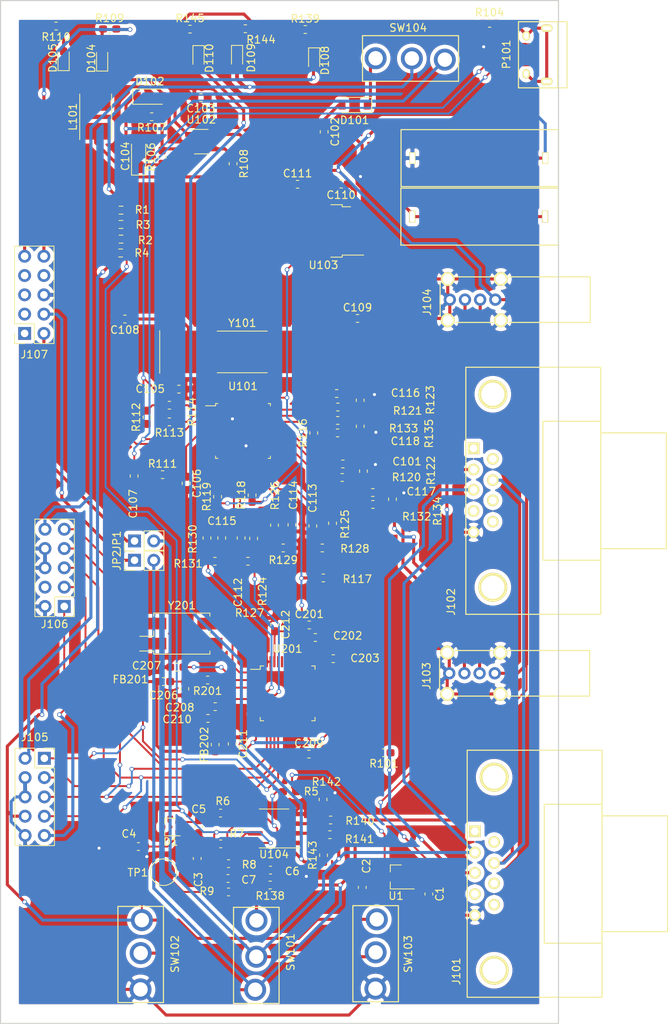
<source format=kicad_pcb>
(kicad_pcb (version 20171130) (host pcbnew "(5.1.9)-1")
  (layers (0 F.Cu signal) (31 B.Cu signal) (34 B.Paste user hide) (35 F.Paste user hide) (36 B.SilkS user hide) (37 F.SilkS user) (38 B.Mask user hide) (39 F.Mask user hide) (44 Edge.Cuts user))
  (net 0 "")
  (net 1 GND)
  (net 2 /12_input)
  (net 3 "Net-(D102-Pad2)")
  (net 4 "Net-(R106-Pad2)")
  (net 5 /TDI)
  (net 6 /TDO)
  (net 7 /TCK)
  (net 8 /TMS)
  (net 9 +5V)
  (net 10 "Net-(C104-Pad1)")
  (net 11 /USB_DP)
  (net 12 "Net-(C106-Pad1)")
  (net 13 /USB_DM)
  (net 14 /XTAL1)
  (net 15 /XTAL2)
  (net 16 VCC)
  (net 17 /dp1)
  (net 18 /dp2)
  (net 19 /dm2)
  (net 20 /dm1)
  (net 21 "Net-(C202-Pad1)")
  (net 22 "Net-(C203-Pad1)")
  (net 23 "Net-(C206-Pad1)")
  (net 24 "Net-(C208-Pad2)")
  (net 25 +12V)
  (net 26 "Net-(D104-Pad2)")
  (net 27 "Net-(D105-Pad2)")
  (net 28 "Net-(P101-Pad6)")
  (net 29 "Net-(R113-Pad1)")
  (net 30 "Net-(R114-Pad1)")
  (net 31 "Net-(R116-Pad2)")
  (net 32 "Net-(R117-Pad2)")
  (net 33 "Net-(R118-Pad2)")
  (net 34 "Net-(R119-Pad2)")
  (net 35 "Net-(R201-Pad1)")
  (net 36 /dp3)
  (net 37 "Net-(D101-Pad1)")
  (net 38 /vref_uC)
  (net 39 "Net-(D108-Pad1)")
  (net 40 "Net-(D109-Pad1)")
  (net 41 "Net-(D110-Pad2)")
  (net 42 "Net-(D110-Pad1)")
  (net 43 /CANL)
  (net 44 /CANH)
  (net 45 /EXTUSB1_dp)
  (net 46 /EXTUSB1_dm)
  (net 47 /EXTUSB2_dm)
  (net 48 /EXTUSB2_dp)
  (net 49 /uC_reset)
  (net 50 "Net-(J107-Pad9)")
  (net 51 /dp4)
  (net 52 /JTAG_dp)
  (net 53 /CAN_dp)
  (net 54 /CAN_dm)
  (net 55 /JTAG_dm)
  (net 56 "Net-(R140-Pad2)")
  (net 57 "Net-(R141-Pad1)")
  (net 58 "Net-(R138-Pad2)")
  (net 59 /dm3)
  (net 60 /dm4)
  (net 61 "Net-(U201-Pad1)")
  (net 62 "Net-(R108-Pad1)")
  (net 63 "Net-(J107-Pad10)")
  (net 64 /CANGND)
  (net 65 "Net-(J101-Pad9)")
  (net 66 "Net-(J101-Pad8)")
  (net 67 "Net-(J101-Pad6)")
  (net 68 "Net-(J101-Pad4)")
  (net 69 "Net-(J101-Pad1)")
  (net 70 "Net-(J102-Pad1)")
  (net 71 "Net-(J102-Pad4)")
  (net 72 "Net-(J102-Pad6)")
  (net 73 "Net-(J102-Pad8)")
  (net 74 "Net-(J102-Pad9)")
  (net 75 "Net-(J106-Pad4)")
  (net 76 "Net-(J107-Pad8)")
  (net 77 "Net-(J107-Pad7)")
  (net 78 "Net-(J107-Pad5)")
  (net 79 "Net-(J107-Pad4)")
  (net 80 "Net-(J107-Pad3)")
  (net 81 "Net-(J107-Pad2)")
  (net 82 "Net-(J107-Pad1)")
  (net 83 "Net-(P101-Pad4)")
  (net 84 "Net-(U101-Pad5)")
  (net 85 "Net-(U101-Pad32)")
  (net 86 "Net-(U201-Pad2)")
  (net 87 "Net-(U201-Pad17)")
  (net 88 "Net-(U201-Pad18)")
  (net 89 "Net-(U201-Pad19)")
  (net 90 "Net-(U201-Pad20)")
  (net 91 "Net-(U201-Pad21)")
  (net 92 "Net-(U201-Pad25)")
  (net 93 "Net-(U201-Pad26)")
  (net 94 "Net-(U201-Pad27)")
  (net 95 "Net-(U201-Pad28)")
  (net 96 "Net-(U201-Pad29)")
  (net 97 "Net-(U201-Pad30)")
  (net 98 "Net-(U201-Pad31)")
  (net 99 "Net-(U201-Pad32)")
  (net 100 "Net-(U201-Pad33)")
  (net 101 "Net-(U201-Pad43)")
  (net 102 "Net-(U201-Pad44)")
  (net 103 "Net-(U201-Pad45)")
  (net 104 "Net-(Y201-Pad1)")
  (net 105 +2V5)
  (net 106 /sense-)
  (net 107 "Net-(C5-Pad1)")
  (net 108 "Net-(C6-Pad1)")
  (net 109 "Net-(C7-Pad1)")
  (net 110 "Net-(C7-Pad2)")
  (net 111 "Net-(R9-Pad1)")
  (module footprints:4mm_Banana_Plug (layer F.Cu) (at 113.3378 41.125 270)
    (fp_text reference P103 hide)
    (fp_text value BLACK_JACK hide)
    (pad 2 thru_hole rect (at 0 17.5 270) (size 1.54 0.8) (drill oval 1.4 0.6) (layers *.Cu *.Mask F.SilkS) (net 1 GND))
    (pad 1 thru_hole rect (at 0 0 270) (size 1.54 0.8) (drill oval 1.4 0.6) (layers *.Cu *.Mask F.SilkS) (net 1 GND))
  )
  (module footprints:4mm_Banana_Plug (layer F.Cu) (at 113.3128 48.825 270)
    (fp_text reference P102 hide)
    (fp_text value RED_JACK hide)
    (pad 2 thru_hole rect (at 0 17.5 270) (size 1.54 0.8) (drill oval 1.4 0.6) (layers *.Cu *.Mask F.SilkS) (net 2 /12_input))
    (pad 1 thru_hole rect (at 0 0 270) (size 1.54 0.8) (drill oval 1.4 0.6) (layers *.Cu *.Mask F.SilkS) (net 2 /12_input))
  )
  (module footprints:USB_A_Vertical (layer F.Cu) (at 106.7628 59.75 270)
    (fp_text reference J104 (at 0.35 8.99 270) (layer F.SilkS))
    (fp_text value USB_A)
    (pad 1 thru_hole circle (at 0 0 270) (size 1.62 1.62) (drill 0.92) (layers *.Cu *.Mask) (net 9 +5V))
    (pad 2 thru_hole circle (at 0 2 270) (size 1.62 1.62) (drill 0.92) (layers *.Cu *.Mask) (net 47 /EXTUSB2_dm))
    (pad 3 thru_hole circle (at 0 4 270) (size 1.62 1.62) (drill 0.92) (layers *.Cu *.Mask) (net 48 /EXTUSB2_dp))
    (pad 5 thru_hole circle (at 2.72 -0.73 270) (size 1.85 1.85) (drill 1.35) (layers *.Cu *.Mask F.SilkS) (net 1 GND))
    (pad 4 thru_hole circle (at 0 6 270) (size 1.62 1.62) (drill 0.92) (layers *.Cu *.Mask) (net 1 GND))
    (pad 5 thru_hole circle (at 2.72 6.27 270) (size 1.85 1.85) (drill 1.35) (layers *.Cu *.Mask F.SilkS) (net 1 GND))
    (pad 5 thru_hole circle (at -2.72 -0.73 270) (size 1.85 1.85) (drill 1.35) (layers *.Cu *.Mask F.SilkS) (net 1 GND))
    (pad 5 thru_hole circle (at -2.72 6.27 270) (size 1.85 1.85) (drill 1.35) (layers *.Cu *.Mask F.SilkS) (net 1 GND))
  )
  (module footprints:USB_A_Vertical (layer F.Cu) (at 106.6878 108.925 270)
    (fp_text reference J103 (at 0.35 8.99 270) (layer F.SilkS))
    (fp_text value USB_A)
    (pad 5 thru_hole circle (at -2.72 6.27 270) (size 1.85 1.85) (drill 1.35) (layers *.Cu *.Mask F.SilkS) (net 1 GND))
    (pad 5 thru_hole circle (at -2.72 -0.73 270) (size 1.85 1.85) (drill 1.35) (layers *.Cu *.Mask F.SilkS) (net 1 GND))
    (pad 5 thru_hole circle (at 2.72 6.27 270) (size 1.85 1.85) (drill 1.35) (layers *.Cu *.Mask F.SilkS) (net 1 GND))
    (pad 4 thru_hole circle (at 0 6 270) (size 1.62 1.62) (drill 0.92) (layers *.Cu *.Mask) (net 1 GND))
    (pad 5 thru_hole circle (at 2.72 -0.73 270) (size 1.85 1.85) (drill 1.35) (layers *.Cu *.Mask F.SilkS) (net 1 GND))
    (pad 3 thru_hole circle (at 0 4 270) (size 1.62 1.62) (drill 0.92) (layers *.Cu *.Mask) (net 45 /EXTUSB1_dp))
    (pad 2 thru_hole circle (at 0 2 270) (size 1.62 1.62) (drill 0.92) (layers *.Cu *.Mask) (net 46 /EXTUSB1_dm))
    (pad 1 thru_hole circle (at 0 0 270) (size 1.62 1.62) (drill 0.92) (layers *.Cu *.Mask) (net 9 +5V))
  )
  (module footprints:USB_Micro-B (layer F.Cu) (at 112.3976 27.525 90)
    (fp_text reference P101 (at 0.05 -4.1726 90) (layer F.SilkS))
    (fp_text value USB_OTG)
    (pad 1 smd rect (at -1.3009 -1.56254 180) (size 1.35 0.4) (layers F.Cu F.Paste F.Mask) (net 9 +5V))
    (pad 2 smd rect (at -0.6509 -1.56254 180) (size 1.35 0.4) (layers F.Cu F.Paste F.Mask) (net 13 /USB_DM))
    (pad 3 smd rect (at -0.0009 -1.56254 180) (size 1.35 0.4) (layers F.Cu F.Paste F.Mask) (net 11 /USB_DP))
    (pad 4 smd rect (at 0.6491 -1.56254 180) (size 1.35 0.4) (layers F.Cu F.Paste F.Mask) (net 83 "Net-(P101-Pad4)"))
    (pad 5 smd rect (at 1.2991 -1.56254 180) (size 1.35 0.4) (layers F.Cu F.Paste F.Mask) (net 1 GND))
    (pad 6 thru_hole oval (at -2.5009 -1.56254 180) (size 0.95 1.25) (drill oval 0.55 0.85) (layers *.Cu *.Mask F.SilkS) (net 28 "Net-(P101-Pad6)"))
    (pad 6 thru_hole oval (at 2.4991 -1.56254 180) (size 0.95 1.25) (drill oval 0.55 0.85) (layers *.Cu *.Mask F.SilkS) (net 28 "Net-(P101-Pad6)"))
    (pad 6 thru_hole oval (at -3.5009 1.13746 180) (size 1.55 1) (drill oval 1.15 0.5) (layers *.Cu *.Mask F.SilkS) (net 28 "Net-(P101-Pad6)"))
    (pad 6 thru_hole oval (at 3.4991 1.13746 180) (size 1.55 1) (drill oval 1.15 0.5) (layers *.Cu *.Mask F.SilkS) (net 28 "Net-(P101-Pad6)"))
  )
  (module footprints:SPDT_PCB_SWITCH (layer F.Cu) (at 95.5828 28.01 180)
    (fp_text reference SW104 (at 0.3078 4.035 180) (layer F.SilkS))
    (fp_text value SW_Push_SPDT)
    (pad 3 thru_hole circle (at 4.5974 0.0254 180) (size 2.9 2.9) (drill 1.9) (layers *.Cu *.Mask) (net 37 "Net-(D101-Pad1)"))
    (pad 2 thru_hole circle (at -0.1778 0 180) (size 2.9 2.9) (drill 1.9) (layers *.Cu *.Mask) (net 106 /sense-))
    (pad 1 thru_hole circle (at -4.5212 -0.1524 180) (size 2.9 2.9) (drill 1.9) (layers *.Cu *.Mask) (net 10 "Net-(C104-Pad1)"))
  )
  (module footprints:DB9FC (layer F.Cu) (at 105.1628 84.775 270)
    (fp_text reference J102 (at 14.75 4.2378 270) (layer F.SilkS))
    (fp_text value DB9)
    (pad "" thru_hole circle (at 12.827 -1.27 270) (size 3.81 3.81) (drill 3.048) (layers *.Cu *.Mask F.SilkS))
    (pad "" thru_hole circle (at -12.573 -1.27 270) (size 3.81 3.81) (drill 3.048) (layers *.Cu *.Mask F.SilkS))
    (pad 1 thru_hole rect (at -5.461 1.27 270) (size 1.524 1.524) (drill 1.016) (layers *.Cu *.Mask F.SilkS) (net 70 "Net-(J102-Pad1)"))
    (pad 2 thru_hole circle (at -2.667 1.27 270) (size 1.524 1.524) (drill 1.016) (layers *.Cu *.Mask F.SilkS) (net 43 /CANL))
    (pad 3 thru_hole circle (at 0 1.27 270) (size 1.524 1.524) (drill 1.016) (layers *.Cu *.Mask F.SilkS) (net 64 /CANGND))
    (pad 4 thru_hole circle (at 2.794 1.27 270) (size 1.524 1.524) (drill 1.016) (layers *.Cu *.Mask F.SilkS) (net 71 "Net-(J102-Pad4)"))
    (pad 5 thru_hole circle (at 5.588 1.27 270) (size 1.524 1.524) (drill 1.016) (layers *.Cu *.Mask F.SilkS) (net 1 GND))
    (pad 6 thru_hole circle (at -4.064 -1.27 270) (size 1.524 1.524) (drill 1.016) (layers *.Cu *.Mask F.SilkS) (net 72 "Net-(J102-Pad6)"))
    (pad 7 thru_hole circle (at -1.27 -1.27 270) (size 1.524 1.524) (drill 1.016) (layers *.Cu *.Mask F.SilkS) (net 44 /CANH))
    (pad 8 thru_hole circle (at 1.397 -1.27 270) (size 1.524 1.524) (drill 1.016) (layers *.Cu *.Mask F.SilkS) (net 73 "Net-(J102-Pad8)"))
    (pad 9 thru_hole circle (at 4.191 -1.27 270) (size 1.524 1.524) (drill 1.016) (layers *.Cu *.Mask F.SilkS) (net 74 "Net-(J102-Pad9)"))
  )
  (module footprints:DB9FC (layer F.Cu) (at 105.3378 135.175 270)
    (fp_text reference J101 (at 12.977 3.7098 270) (layer F.SilkS))
    (fp_text value DB9)
    (pad 9 thru_hole circle (at 4.191 -1.27 270) (size 1.524 1.524) (drill 1.016) (layers *.Cu *.Mask F.SilkS) (net 65 "Net-(J101-Pad9)"))
    (pad 8 thru_hole circle (at 1.397 -1.27 270) (size 1.524 1.524) (drill 1.016) (layers *.Cu *.Mask F.SilkS) (net 66 "Net-(J101-Pad8)"))
    (pad 7 thru_hole circle (at -1.27 -1.27 270) (size 1.524 1.524) (drill 1.016) (layers *.Cu *.Mask F.SilkS) (net 44 /CANH))
    (pad 6 thru_hole circle (at -4.064 -1.27 270) (size 1.524 1.524) (drill 1.016) (layers *.Cu *.Mask F.SilkS) (net 67 "Net-(J101-Pad6)"))
    (pad 5 thru_hole circle (at 5.588 1.27 270) (size 1.524 1.524) (drill 1.016) (layers *.Cu *.Mask F.SilkS) (net 1 GND))
    (pad 4 thru_hole circle (at 2.794 1.27 270) (size 1.524 1.524) (drill 1.016) (layers *.Cu *.Mask F.SilkS) (net 68 "Net-(J101-Pad4)"))
    (pad 3 thru_hole circle (at 0 1.27 270) (size 1.524 1.524) (drill 1.016) (layers *.Cu *.Mask F.SilkS) (net 64 /CANGND))
    (pad 2 thru_hole circle (at -2.667 1.27 270) (size 1.524 1.524) (drill 1.016) (layers *.Cu *.Mask F.SilkS) (net 43 /CANL))
    (pad 1 thru_hole rect (at -5.461 1.27 270) (size 1.524 1.524) (drill 1.016) (layers *.Cu *.Mask F.SilkS) (net 69 "Net-(J101-Pad1)"))
    (pad "" thru_hole circle (at -12.573 -1.27 270) (size 3.81 3.81) (drill 3.048) (layers *.Cu *.Mask F.SilkS))
    (pad "" thru_hole circle (at 12.827 -1.27 270) (size 3.81 3.81) (drill 3.048) (layers *.Cu *.Mask F.SilkS))
  )
  (module footprints:SPDT_PCB_SWITCH (layer F.Cu) (at 60.0228 145.9278 270)
    (fp_text reference SW102 (at -0.0618 -4.5212 270) (layer F.SilkS))
    (fp_text value SW_Push_SPDT)
    (pad 1 thru_hole circle (at -4.5212 -0.1524 270) (size 2.9 2.9) (drill 1.9) (layers *.Cu *.Mask) (net 25 +12V))
    (pad 2 thru_hole circle (at -0.1778 0 270) (size 2.9 2.9) (drill 1.9) (layers *.Cu *.Mask) (net 44 /CANH))
    (pad 3 thru_hole circle (at 4.5974 0.0254 270) (size 2.9 2.9) (drill 1.9) (layers *.Cu *.Mask) (net 1 GND))
  )
  (module Connector_PinSocket_2.54mm:PinSocket_2x05_P2.54mm_Vertical (layer F.Cu) (at 47.328 120.11)
    (fp_text reference J105 (at -1.27 -2.77) (layer F.SilkS))
    (fp_text value Conn_02x05_Odd_Even)
    (pad 1 thru_hole rect (at 0 0) (size 1.7 1.7) (drill 1) (layers *.Cu *.Mask) (net 8 /TMS))
    (pad 2 thru_hole oval (at -2.54 0) (size 1.7 1.7) (drill 1) (layers *.Cu *.Mask) (net 38 /vref_uC))
    (pad 3 thru_hole oval (at 0 2.54) (size 1.7 1.7) (drill 1) (layers *.Cu *.Mask) (net 7 /TCK))
    (pad 4 thru_hole oval (at -2.54 2.54) (size 1.7 1.7) (drill 1) (layers *.Cu *.Mask) (net 1 GND))
    (pad 5 thru_hole oval (at 0 5.08) (size 1.7 1.7) (drill 1) (layers *.Cu *.Mask) (net 6 /TDO))
    (pad 6 thru_hole oval (at -2.54 5.08) (size 1.7 1.7) (drill 1) (layers *.Cu *.Mask) (net 1 GND))
    (pad 7 thru_hole oval (at 0 7.62) (size 1.7 1.7) (drill 1) (layers *.Cu *.Mask) (net 5 /TDI))
    (pad 8 thru_hole oval (at -2.54 7.62) (size 1.7 1.7) (drill 1) (layers *.Cu *.Mask) (net 25 +12V))
    (pad 9 thru_hole oval (at 0 10.16) (size 1.7 1.7) (drill 1) (layers *.Cu *.Mask) (net 49 /uC_reset))
    (pad 10 thru_hole oval (at -2.54 10.16) (size 1.7 1.7) (drill 1) (layers *.Cu *.Mask) (net 1 GND))
  )
  (module Connector_PinSocket_2.54mm:PinSocket_2x05_P2.54mm_Vertical (layer F.Cu) (at 44.72692 64.19484 180)
    (fp_text reference J107 (at -1.27 -2.77) (layer F.SilkS))
    (fp_text value Conn_02x05_Odd_Even)
    (pad 10 thru_hole oval (at -2.54 10.16 180) (size 1.7 1.7) (drill 1) (layers *.Cu *.Mask) (net 63 "Net-(J107-Pad10)"))
    (pad 9 thru_hole oval (at 0 10.16 180) (size 1.7 1.7) (drill 1) (layers *.Cu *.Mask) (net 50 "Net-(J107-Pad9)"))
    (pad 8 thru_hole oval (at -2.54 7.62 180) (size 1.7 1.7) (drill 1) (layers *.Cu *.Mask) (net 76 "Net-(J107-Pad8)"))
    (pad 7 thru_hole oval (at 0 7.62 180) (size 1.7 1.7) (drill 1) (layers *.Cu *.Mask) (net 77 "Net-(J107-Pad7)"))
    (pad 6 thru_hole oval (at -2.54 5.08 180) (size 1.7 1.7) (drill 1) (layers *.Cu *.Mask) (net 1 GND))
    (pad 5 thru_hole oval (at 0 5.08 180) (size 1.7 1.7) (drill 1) (layers *.Cu *.Mask) (net 78 "Net-(J107-Pad5)"))
    (pad 4 thru_hole oval (at -2.54 2.54 180) (size 1.7 1.7) (drill 1) (layers *.Cu *.Mask) (net 79 "Net-(J107-Pad4)"))
    (pad 3 thru_hole oval (at 0 2.54 180) (size 1.7 1.7) (drill 1) (layers *.Cu *.Mask) (net 80 "Net-(J107-Pad3)"))
    (pad 2 thru_hole oval (at -2.54 0 180) (size 1.7 1.7) (drill 1) (layers *.Cu *.Mask) (net 81 "Net-(J107-Pad2)"))
    (pad 1 thru_hole rect (at 0 0 180) (size 1.7 1.7) (drill 1) (layers *.Cu *.Mask) (net 82 "Net-(J107-Pad1)"))
  )
  (module Resistor_SMD:R_0603_1608Metric_Pad1.05x0.95mm_HandSolder (layer F.Cu) (at 81.7144 24.2)
    (fp_text reference R139 (at 0 -1.43) (layer F.SilkS))
    (fp_text value R)
    (pad 2 smd roundrect (at 0.875 0) (size 1.05 0.95) (layers F.Cu F.Paste F.Mask) (net 39 "Net-(D108-Pad1)"))
    (pad 1 smd roundrect (at -0.875 0) (size 1.05 0.95) (layers F.Cu F.Paste F.Mask) (net 1 GND))
  )
  (module Resistor_SMD:R_0603_1608Metric_Pad1.05x0.95mm_HandSolder (layer F.Cu) (at 85.05704 128.23332 180)
    (fp_text reference R140 (at -3.87096 -0.10668) (layer F.SilkS))
    (fp_text value 10k)
    (pad 1 smd roundrect (at -0.875 0 180) (size 1.05 0.95) (layers F.Cu F.Paste F.Mask) (net 44 /CANH))
    (pad 2 smd roundrect (at 0.875 0 180) (size 1.05 0.95) (layers F.Cu F.Paste F.Mask) (net 56 "Net-(R140-Pad2)"))
  )
  (module Resistor_SMD:R_0603_1608Metric_Pad1.05x0.95mm_HandSolder (layer F.Cu) (at 84.96052 130.16372)
    (fp_text reference R141 (at 3.91448 0.58628) (layer F.SilkS))
    (fp_text value 10k)
    (pad 1 smd roundrect (at -0.875 0) (size 1.05 0.95) (layers F.Cu F.Paste F.Mask) (net 57 "Net-(R141-Pad1)"))
    (pad 2 smd roundrect (at 0.875 0) (size 1.05 0.95) (layers F.Cu F.Paste F.Mask) (net 43 /CANL))
  )
  (module Resistor_SMD:R_0603_1608Metric_Pad1.05x0.95mm_HandSolder (layer F.Cu) (at 84.05628 125.52568 90)
    (fp_text reference R142 (at 2.32568 0.44372 180) (layer F.SilkS))
    (fp_text value 20k)
    (pad 2 smd roundrect (at 0.875 0 90) (size 1.05 0.95) (layers F.Cu F.Paste F.Mask) (net 1 GND))
    (pad 1 smd roundrect (at -0.875 0 90) (size 1.05 0.95) (layers F.Cu F.Paste F.Mask) (net 56 "Net-(R140-Pad2)"))
  )
  (module Resistor_SMD:R_0603_1608Metric_Pad1.05x0.95mm_HandSolder (layer F.Cu) (at 84.12232 132.87136 90)
    (fp_text reference R143 (at 0 -1.43 90) (layer F.SilkS))
    (fp_text value 20k)
    (pad 1 smd roundrect (at -0.875 0 90) (size 1.05 0.95) (layers F.Cu F.Paste F.Mask) (net 41 "Net-(D110-Pad2)"))
    (pad 2 smd roundrect (at 0.875 0 90) (size 1.05 0.95) (layers F.Cu F.Paste F.Mask) (net 57 "Net-(R141-Pad1)"))
  )
  (module Resistor_SMD:R_0603_1608Metric_Pad1.05x0.95mm_HandSolder (layer F.Cu) (at 73.815 24.0984 180)
    (fp_text reference R144 (at -2.06 -1.4266) (layer F.SilkS))
    (fp_text value R)
    (pad 1 smd roundrect (at -0.875 0 180) (size 1.05 0.95) (layers F.Cu F.Paste F.Mask) (net 1 GND))
    (pad 2 smd roundrect (at 0.875 0 180) (size 1.05 0.95) (layers F.Cu F.Paste F.Mask) (net 40 "Net-(D109-Pad1)"))
  )
  (module Resistor_SMD:R_0603_1608Metric_Pad1.05x0.95mm_HandSolder (layer F.Cu) (at 66.5252 24.1492)
    (fp_text reference R145 (at 0 -1.43) (layer F.SilkS))
    (fp_text value R)
    (pad 2 smd roundrect (at 0.875 0) (size 1.05 0.95) (layers F.Cu F.Paste F.Mask) (net 42 "Net-(D110-Pad1)"))
    (pad 1 smd roundrect (at -0.875 0) (size 1.05 0.95) (layers F.Cu F.Paste F.Mask) (net 1 GND))
  )
  (module footprints:SPDT_PCB_SWITCH (layer F.Cu) (at 75.2628 146.0472 90)
    (fp_text reference SW101 (at 0.4352 4.5212 90) (layer F.SilkS))
    (fp_text value SW_Push_SPDT)
    (pad 1 thru_hole circle (at -4.5212 -0.1524 90) (size 2.9 2.9) (drill 1.9) (layers *.Cu *.Mask) (net 44 /CANH))
    (pad 2 thru_hole circle (at -0.1778 0 90) (size 2.9 2.9) (drill 1.9) (layers *.Cu *.Mask) (net 43 /CANL))
    (pad 3 thru_hole circle (at 4.5974 0.0254 90) (size 2.9 2.9) (drill 1.9) (layers *.Cu *.Mask) (net 58 "Net-(R138-Pad2)"))
  )
  (module footprints:SPDT_PCB_SWITCH (layer F.Cu) (at 90.9878 145.825 270)
    (fp_text reference SW103 (at 0.041 -4.2902 90) (layer F.SilkS))
    (fp_text value SW_Push_SPDT)
    (pad 3 thru_hole circle (at 4.5974 0.0254 270) (size 2.9 2.9) (drill 1.9) (layers *.Cu *.Mask) (net 1 GND))
    (pad 2 thru_hole circle (at -0.1778 0 270) (size 2.9 2.9) (drill 1.9) (layers *.Cu *.Mask) (net 43 /CANL))
    (pad 1 thru_hole circle (at -4.5212 -0.1524 270) (size 2.9 2.9) (drill 1.9) (layers *.Cu *.Mask) (net 25 +12V))
  )
  (module Capacitor_SMD:C_0603_1608Metric_Pad1.05x0.95mm_HandSolder (layer F.Cu) (at 86.6674 81.3754)
    (fp_text reference C101 (at 8.4576 -0.3254) (layer F.SilkS))
    (fp_text value 22p)
    (pad 1 smd roundrect (at -0.875 0) (size 1.05 0.95) (layers F.Cu F.Paste F.Mask) (net 36 /dp3))
    (pad 2 smd roundrect (at 0.875 0) (size 1.05 0.95) (layers F.Cu F.Paste F.Mask) (net 1 GND))
  )
  (module Capacitor_SMD:C_0603_1608Metric_Pad1.05x0.95mm_HandSolder (layer F.Cu) (at 84.2036 37.662 270)
    (fp_text reference C102 (at 0 -1.43 90) (layer F.SilkS))
    (fp_text value C)
    (pad 1 smd roundrect (at -0.875 0 270) (size 1.05 0.95) (layers F.Cu F.Paste F.Mask) (net 2 /12_input))
    (pad 2 smd roundrect (at 0.875 0 270) (size 1.05 0.95) (layers F.Cu F.Paste F.Mask) (net 1 GND))
  )
  (module Capacitor_SMD:C_0603_1608Metric_Pad1.05x0.95mm_HandSolder (layer F.Cu) (at 67.973 33.1662 180)
    (fp_text reference C103 (at 0 -1.43) (layer F.SilkS))
    (fp_text value 10u)
    (pad 2 smd roundrect (at 0.875 0 180) (size 1.05 0.95) (layers F.Cu F.Paste F.Mask) (net 1 GND))
    (pad 1 smd roundrect (at -0.875 0 180) (size 1.05 0.95) (layers F.Cu F.Paste F.Mask) (net 9 +5V))
  )
  (module Capacitor_SMD:C_0603_1608Metric_Pad1.05x0.95mm_HandSolder (layer F.Cu) (at 65.0578 71.53)
    (fp_text reference C105 (at -3.7828 -0.03) (layer F.SilkS))
    (fp_text value 22p)
    (pad 1 smd roundrect (at -0.875 0) (size 1.05 0.95) (layers F.Cu F.Paste F.Mask) (net 11 /USB_DP))
    (pad 2 smd roundrect (at 0.875 0) (size 1.05 0.95) (layers F.Cu F.Paste F.Mask) (net 1 GND))
  )
  (module Capacitor_SMD:C_0603_1608Metric_Pad1.05x0.95mm_HandSolder (layer F.Cu) (at 66.0078 83.93 270)
    (fp_text reference C106 (at 0 -1.43 90) (layer F.SilkS))
    (fp_text value 4.7u)
    (pad 2 smd roundrect (at 0.875 0 270) (size 1.05 0.95) (layers F.Cu F.Paste F.Mask) (net 1 GND))
    (pad 1 smd roundrect (at -0.875 0 270) (size 1.05 0.95) (layers F.Cu F.Paste F.Mask) (net 12 "Net-(C106-Pad1)"))
  )
  (module Capacitor_SMD:C_0603_1608Metric_Pad1.05x0.95mm_HandSolder (layer F.Cu) (at 59.15412 82.96544 270)
    (fp_text reference C107 (at 3.65956 0.12912 90) (layer F.SilkS))
    (fp_text value 22p)
    (pad 1 smd roundrect (at -0.875 0 270) (size 1.05 0.95) (layers F.Cu F.Paste F.Mask) (net 13 /USB_DM))
    (pad 2 smd roundrect (at 0.875 0 270) (size 1.05 0.95) (layers F.Cu F.Paste F.Mask) (net 1 GND))
  )
  (module Capacitor_SMD:C_0603_1608Metric_Pad1.05x0.95mm_HandSolder (layer F.Cu) (at 57.94 62.3 180)
    (fp_text reference C108 (at 0 -1.43) (layer F.SilkS))
    (fp_text value 22p)
    (pad 2 smd roundrect (at 0.875 0 180) (size 1.05 0.95) (layers F.Cu F.Paste F.Mask) (net 1 GND))
    (pad 1 smd roundrect (at -0.875 0 180) (size 1.05 0.95) (layers F.Cu F.Paste F.Mask) (net 14 /XTAL1))
  )
  (module Capacitor_SMD:C_0603_1608Metric_Pad1.05x0.95mm_HandSolder (layer F.Cu) (at 88.5978 62.2238)
    (fp_text reference C109 (at 0 -1.43) (layer F.SilkS))
    (fp_text value 22p)
    (pad 1 smd roundrect (at -0.875 0) (size 1.05 0.95) (layers F.Cu F.Paste F.Mask) (net 15 /XTAL2))
    (pad 2 smd roundrect (at 0.875 0) (size 1.05 0.95) (layers F.Cu F.Paste F.Mask) (net 1 GND))
  )
  (module Capacitor_SMD:C_0603_1608Metric_Pad1.05x0.95mm_HandSolder (layer F.Cu) (at 86.4388 44.5454 180)
    (fp_text reference C110 (at 0 -1.43) (layer F.SilkS))
    (fp_text value 10u)
    (pad 1 smd roundrect (at -0.875 0 180) (size 1.05 0.95) (layers F.Cu F.Paste F.Mask) (net 9 +5V))
    (pad 2 smd roundrect (at 0.875 0 180) (size 1.05 0.95) (layers F.Cu F.Paste F.Mask) (net 1 GND))
  )
  (module Capacitor_SMD:C_0603_1608Metric_Pad1.05x0.95mm_HandSolder (layer F.Cu) (at 80.6984 44.5708)
    (fp_text reference C111 (at 0 -1.43) (layer F.SilkS))
    (fp_text value 10u)
    (pad 2 smd roundrect (at 0.875 0) (size 1.05 0.95) (layers F.Cu F.Paste F.Mask) (net 1 GND))
    (pad 1 smd roundrect (at -0.875 0) (size 1.05 0.95) (layers F.Cu F.Paste F.Mask) (net 16 VCC))
  )
  (module Capacitor_SMD:C_0603_1608Metric_Pad1.05x0.95mm_HandSolder (layer F.Cu) (at 73.2578 91.13 270)
    (fp_text reference C112 (at 7.145 0.4078 90) (layer F.SilkS))
    (fp_text value 22p)
    (pad 1 smd roundrect (at -0.875 0 270) (size 1.05 0.95) (layers F.Cu F.Paste F.Mask) (net 17 /dp1))
    (pad 2 smd roundrect (at 0.875 0 270) (size 1.05 0.95) (layers F.Cu F.Paste F.Mask) (net 1 GND))
  )
  (module Capacitor_SMD:C_0603_1608Metric_Pad1.05x0.95mm_HandSolder (layer F.Cu) (at 82.7078 89.53 270)
    (fp_text reference C113 (at -3.655 0.0328 90) (layer F.SilkS))
    (fp_text value 22p)
    (pad 2 smd roundrect (at 0.875 0 270) (size 1.05 0.95) (layers F.Cu F.Paste F.Mask) (net 1 GND))
    (pad 1 smd roundrect (at -0.875 0 270) (size 1.05 0.95) (layers F.Cu F.Paste F.Mask) (net 18 /dp2))
  )
  (module Capacitor_SMD:C_0603_1608Metric_Pad1.05x0.95mm_HandSolder (layer F.Cu) (at 79.9578 89.38 270)
    (fp_text reference C114 (at -3.905 -0.1922 90) (layer F.SilkS))
    (fp_text value 22p)
    (pad 2 smd roundrect (at 0.875 0 270) (size 1.05 0.95) (layers F.Cu F.Paste F.Mask) (net 1 GND))
    (pad 1 smd roundrect (at -0.875 0 270) (size 1.05 0.95) (layers F.Cu F.Paste F.Mask) (net 19 /dm2))
  )
  (module Capacitor_SMD:C_0603_1608Metric_Pad1.05x0.95mm_HandSolder (layer F.Cu) (at 70.7078 91.13 270)
    (fp_text reference C115 (at -2.255 -0.0172 180) (layer F.SilkS))
    (fp_text value 22p)
    (pad 2 smd roundrect (at 0.875 0 270) (size 1.05 0.95) (layers F.Cu F.Paste F.Mask) (net 1 GND))
    (pad 1 smd roundrect (at -0.875 0 270) (size 1.05 0.95) (layers F.Cu F.Paste F.Mask) (net 20 /dm1))
  )
  (module Capacitor_SMD:C_0603_1608Metric_Pad1.05x0.95mm_HandSolder (layer F.Cu) (at 85.8546 72.1044)
    (fp_text reference C116 (at 9.0704 -0.0794) (layer F.SilkS))
    (fp_text value 22p)
    (pad 2 smd roundrect (at 0.875 0) (size 1.05 0.95) (layers F.Cu F.Paste F.Mask) (net 1 GND))
    (pad 1 smd roundrect (at -0.875 0) (size 1.05 0.95) (layers F.Cu F.Paste F.Mask) (net 51 /dp4))
  )
  (module Capacitor_SMD:C_0603_1608Metric_Pad1.05x0.95mm_HandSolder (layer F.Cu) (at 90.61456 85.1346)
    (fp_text reference C117 (at 6.38544 -0.1346) (layer F.SilkS))
    (fp_text value 22p)
    (pad 2 smd roundrect (at 0.875 0) (size 1.05 0.95) (layers F.Cu F.Paste F.Mask) (net 1 GND))
    (pad 1 smd roundrect (at -0.875 0) (size 1.05 0.95) (layers F.Cu F.Paste F.Mask) (net 59 /dm3))
  )
  (module Capacitor_SMD:C_0603_1608Metric_Pad1.05x0.95mm_HandSolder (layer F.Cu) (at 85.9689 77.286)
    (fp_text reference C118 (at 8.9311 1.089) (layer F.SilkS))
    (fp_text value 22p)
    (pad 1 smd roundrect (at -0.875 0) (size 1.05 0.95) (layers F.Cu F.Paste F.Mask) (net 60 /dm4))
    (pad 2 smd roundrect (at 0.875 0) (size 1.05 0.95) (layers F.Cu F.Paste F.Mask) (net 1 GND))
  )
  (module Capacitor_SMD:C_0603_1608Metric_Pad1.05x0.95mm_HandSolder (layer F.Cu) (at 82.24076 102.5636)
    (fp_text reference C201 (at 0 -1.43) (layer F.SilkS))
    (fp_text value C)
    (pad 2 smd roundrect (at 0.875 0) (size 1.05 0.95) (layers F.Cu F.Paste F.Mask) (net 1 GND))
    (pad 1 smd roundrect (at -0.875 0) (size 1.05 0.95) (layers F.Cu F.Paste F.Mask) (net 16 VCC))
  )
  (module Capacitor_SMD:C_0603_1608Metric_Pad1.05x0.95mm_HandSolder (layer F.Cu) (at 83.04076 104.2136)
    (fp_text reference C202 (at 4.25924 -0.2386) (layer F.SilkS))
    (fp_text value C)
    (pad 1 smd roundrect (at -0.875 0) (size 1.05 0.95) (layers F.Cu F.Paste F.Mask) (net 21 "Net-(C202-Pad1)"))
    (pad 2 smd roundrect (at 0.875 0) (size 1.05 0.95) (layers F.Cu F.Paste F.Mask) (net 1 GND))
  )
  (module Capacitor_SMD:C_0603_1608Metric_Pad1.05x0.95mm_HandSolder (layer F.Cu) (at 85.4 107)
    (fp_text reference C203 (at 4.18424 -0.0636) (layer F.SilkS))
    (fp_text value C)
    (pad 2 smd roundrect (at 0.875 0) (size 1.05 0.95) (layers F.Cu F.Paste F.Mask) (net 1 GND))
    (pad 1 smd roundrect (at -0.875 0) (size 1.05 0.95) (layers F.Cu F.Paste F.Mask) (net 22 "Net-(C203-Pad1)"))
  )
  (module Capacitor_SMD:C_0603_1608Metric_Pad1.05x0.95mm_HandSolder (layer F.Cu) (at 65.84076 110.9636 270)
    (fp_text reference C206 (at 0.8614 2.79076 180) (layer F.SilkS))
    (fp_text value 4.7u)
    (pad 1 smd roundrect (at -0.875 0 270) (size 1.05 0.95) (layers F.Cu F.Paste F.Mask) (net 23 "Net-(C206-Pad1)"))
    (pad 2 smd roundrect (at 0.875 0 270) (size 1.05 0.95) (layers F.Cu F.Paste F.Mask) (net 1 GND))
  )
  (module Capacitor_SMD:C_0603_1608Metric_Pad1.05x0.95mm_HandSolder (layer F.Cu) (at 64.79076 108.1136 180)
    (fp_text reference C207 (at 3.99076 0.1886) (layer F.SilkS))
    (fp_text value 100n)
    (pad 2 smd roundrect (at 0.875 0 180) (size 1.05 0.95) (layers F.Cu F.Paste F.Mask) (net 1 GND))
    (pad 1 smd roundrect (at -0.875 0 180) (size 1.05 0.95) (layers F.Cu F.Paste F.Mask) (net 23 "Net-(C206-Pad1)"))
  )
  (module Capacitor_SMD:C_0603_1608Metric_Pad1.05x0.95mm_HandSolder (layer F.Cu) (at 69.84076 113.3136)
    (fp_text reference C208 (at -4.66576 0.1114) (layer F.SilkS))
    (fp_text value 4.7u)
    (pad 1 smd roundrect (at -0.875 0) (size 1.05 0.95) (layers F.Cu F.Paste F.Mask) (net 1 GND))
    (pad 2 smd roundrect (at 0.875 0) (size 1.05 0.95) (layers F.Cu F.Paste F.Mask) (net 24 "Net-(C208-Pad2)"))
  )
  (module Capacitor_SMD:C_0603_1608Metric_Pad1.05x0.95mm_HandSolder (layer F.Cu) (at 82.19076 119.5636)
    (fp_text reference C209 (at 0 -1.43) (layer F.SilkS))
    (fp_text value 100n)
    (pad 1 smd roundrect (at -0.875 0) (size 1.05 0.95) (layers F.Cu F.Paste F.Mask) (net 1 GND))
    (pad 2 smd roundrect (at 0.875 0) (size 1.05 0.95) (layers F.Cu F.Paste F.Mask) (net 16 VCC))
  )
  (module Capacitor_SMD:C_0603_1608Metric_Pad1.05x0.95mm_HandSolder (layer F.Cu) (at 68.89076 114.8636)
    (fp_text reference C210 (at -4.06576 0.1114) (layer F.SilkS))
    (fp_text value 100n)
    (pad 2 smd roundrect (at 0.875 0) (size 1.05 0.95) (layers F.Cu F.Paste F.Mask) (net 24 "Net-(C208-Pad2)"))
    (pad 1 smd roundrect (at -0.875 0) (size 1.05 0.95) (layers F.Cu F.Paste F.Mask) (net 1 GND))
  )
  (module Capacitor_SMD:C_0603_1608Metric_Pad1.05x0.95mm_HandSolder (layer F.Cu) (at 72.09076 118.2136 270)
    (fp_text reference C211 (at 0 -1.43 90) (layer F.SilkS))
    (fp_text value 100n)
    (pad 2 smd roundrect (at 0.875 0 270) (size 1.05 0.95) (layers F.Cu F.Paste F.Mask) (net 16 VCC))
    (pad 1 smd roundrect (at -0.875 0 270) (size 1.05 0.95) (layers F.Cu F.Paste F.Mask) (net 1 GND))
  )
  (module Capacitor_SMD:C_0603_1608Metric_Pad1.05x0.95mm_HandSolder (layer F.Cu) (at 77.69076 102.5136 270)
    (fp_text reference C212 (at 0 -1.43 90) (layer F.SilkS))
    (fp_text value 100n)
    (pad 1 smd roundrect (at -0.875 0 270) (size 1.05 0.95) (layers F.Cu F.Paste F.Mask) (net 1 GND))
    (pad 2 smd roundrect (at 0.875 0 270) (size 1.05 0.95) (layers F.Cu F.Paste F.Mask) (net 16 VCC))
  )
  (module Diode_SMD:D_0603_1608Metric_Pad1.05x0.95mm_HandSolder (layer F.Cu) (at 54.9428 28.01 90)
    (fp_text reference D104 (at 0 -1.43 90) (layer F.SilkS))
    (fp_text value LED)
    (pad 1 smd roundrect (at -0.875 0 90) (size 1.05 0.95) (layers F.Cu F.Paste F.Mask) (net 1 GND))
    (pad 2 smd roundrect (at 0.875 0 90) (size 1.05 0.95) (layers F.Cu F.Paste F.Mask) (net 26 "Net-(D104-Pad2)"))
  )
  (module Diode_SMD:D_0603_1608Metric_Pad1.05x0.95mm_HandSolder (layer F.Cu) (at 49.8628 27.95 90)
    (fp_text reference D105 (at 0 -1.43 90) (layer F.SilkS))
    (fp_text value LED)
    (pad 2 smd roundrect (at 0.875 0 90) (size 1.05 0.95) (layers F.Cu F.Paste F.Mask) (net 27 "Net-(D105-Pad2)"))
    (pad 1 smd roundrect (at -0.875 0 90) (size 1.05 0.95) (layers F.Cu F.Paste F.Mask) (net 1 GND))
  )
  (module Diode_SMD:D_0603_1608Metric_Pad1.05x0.95mm_HandSolder (layer F.Cu) (at 82.8828 28.275 270)
    (fp_text reference D108 (at 0 -1.43 90) (layer F.SilkS))
    (fp_text value LED)
    (pad 2 smd roundrect (at 0.875 0 270) (size 1.05 0.95) (layers F.Cu F.Paste F.Mask) (net 38 /vref_uC))
    (pad 1 smd roundrect (at -0.875 0 270) (size 1.05 0.95) (layers F.Cu F.Paste F.Mask) (net 39 "Net-(D108-Pad1)"))
  )
  (module Diode_SMD:D_0603_1608Metric_Pad1.05x0.95mm_HandSolder (layer F.Cu) (at 72.7228 27.95 270)
    (fp_text reference D109 (at -0.025 -1.8522 90) (layer F.SilkS))
    (fp_text value LED)
    (pad 1 smd roundrect (at -0.875 0 270) (size 1.05 0.95) (layers F.Cu F.Paste F.Mask) (net 40 "Net-(D109-Pad1)"))
    (pad 2 smd roundrect (at 0.875 0 270) (size 1.05 0.95) (layers F.Cu F.Paste F.Mask) (net 106 /sense-))
  )
  (module Diode_SMD:D_0603_1608Metric_Pad1.05x0.95mm_HandSolder (layer F.Cu) (at 67.6428 27.975 270)
    (fp_text reference D110 (at 0 -1.43 90) (layer F.SilkS))
    (fp_text value LED)
    (pad 1 smd roundrect (at -0.875 0 270) (size 1.05 0.95) (layers F.Cu F.Paste F.Mask) (net 42 "Net-(D110-Pad1)"))
    (pad 2 smd roundrect (at 0.875 0 270) (size 1.05 0.95) (layers F.Cu F.Paste F.Mask) (net 41 "Net-(D110-Pad2)"))
  )
  (module Resistor_SMD:R_0603_1608Metric_Pad1.05x0.95mm_HandSolder (layer F.Cu) (at 63.04076 110.0136)
    (fp_text reference FB201 (at -4.36576 -0.2886) (layer F.SilkS))
    (fp_text value FILTER)
    (pad 2 smd roundrect (at 0.875 0) (size 1.05 0.95) (layers F.Cu F.Paste F.Mask) (net 23 "Net-(C206-Pad1)"))
    (pad 1 smd roundrect (at -0.875 0) (size 1.05 0.95) (layers F.Cu F.Paste F.Mask) (net 16 VCC))
  )
  (module Resistor_SMD:R_0603_1608Metric_Pad1.05x0.95mm_HandSolder (layer F.Cu) (at 69.84076 118.3136 90)
    (fp_text reference FB202 (at 0 -1.43 90) (layer F.SilkS))
    (fp_text value FILTER)
    (pad 1 smd roundrect (at -0.875 0 90) (size 1.05 0.95) (layers F.Cu F.Paste F.Mask) (net 16 VCC))
    (pad 2 smd roundrect (at 0.875 0 90) (size 1.05 0.95) (layers F.Cu F.Paste F.Mask) (net 24 "Net-(C208-Pad2)"))
  )
  (module Inductor_SMD:L_Taiyo-Yuden_NR-40xx_HandSoldering (layer F.Cu) (at 54.08936 35.69096 90)
    (fp_text reference L101 (at 0 -3 90) (layer F.SilkS))
    (fp_text value 4.7u)
    (pad 1 smd rect (at -1.9 0 90) (size 2.2 3.9) (layers F.Cu F.Paste F.Mask) (net 9 +5V))
    (pad 2 smd rect (at 1.9 0 90) (size 2.2 3.9) (layers F.Cu F.Paste F.Mask) (net 3 "Net-(D102-Pad2)"))
  )
  (module Resistor_SMD:R_0603_1608Metric_Pad1.05x0.95mm_HandSolder (layer F.Cu) (at 106.0082 23.3872)
    (fp_text reference R104 (at 0 -1.43) (layer F.SilkS))
    (fp_text value 0)
    (pad 2 smd roundrect (at 0.875 0) (size 1.05 0.95) (layers F.Cu F.Paste F.Mask) (net 28 "Net-(P101-Pad6)"))
    (pad 1 smd roundrect (at -0.875 0) (size 1.05 0.95) (layers F.Cu F.Paste F.Mask) (net 1 GND))
  )
  (module Resistor_SMD:R_0603_1608Metric_Pad1.05x0.95mm_HandSolder (layer F.Cu) (at 62.8422 40.9894 90)
    (fp_text reference R106 (at 0 -1.43 90) (layer F.SilkS))
    (fp_text value 1.05M)
    (pad 1 smd roundrect (at -0.875 0 90) (size 1.05 0.95) (layers F.Cu F.Paste F.Mask) (net 10 "Net-(C104-Pad1)"))
    (pad 2 smd roundrect (at 0.875 0 90) (size 1.05 0.95) (layers F.Cu F.Paste F.Mask) (net 4 "Net-(R106-Pad2)"))
  )
  (module Resistor_SMD:R_0603_1608Metric_Pad1.05x0.95mm_HandSolder (layer F.Cu) (at 61.4706 35.6808 180)
    (fp_text reference R107 (at 0 -1.43) (layer F.SilkS))
    (fp_text value 120k)
    (pad 2 smd roundrect (at 0.875 0 180) (size 1.05 0.95) (layers F.Cu F.Paste F.Mask) (net 1 GND))
    (pad 1 smd roundrect (at -0.875 0 180) (size 1.05 0.95) (layers F.Cu F.Paste F.Mask) (net 4 "Net-(R106-Pad2)"))
  )
  (module Resistor_SMD:R_0603_1608Metric_Pad1.05x0.95mm_HandSolder (layer F.Cu) (at 72.19956 41.85808 270)
    (fp_text reference R108 (at 0 -1.43 90) (layer F.SilkS))
    (fp_text value 1M)
    (pad 2 smd roundrect (at 0.875 0 270) (size 1.05 0.95) (layers F.Cu F.Paste F.Mask) (net 9 +5V))
    (pad 1 smd roundrect (at -0.875 0 270) (size 1.05 0.95) (layers F.Cu F.Paste F.Mask) (net 62 "Net-(R108-Pad1)"))
  )
  (module Resistor_SMD:R_0603_1608Metric_Pad1.05x0.95mm_HandSolder (layer F.Cu) (at 55.9334 24.1238)
    (fp_text reference R109 (at 0 -1.43) (layer F.SilkS))
    (fp_text value R)
    (pad 1 smd roundrect (at -0.875 0) (size 1.05 0.95) (layers F.Cu F.Paste F.Mask) (net 26 "Net-(D104-Pad2)"))
    (pad 2 smd roundrect (at 0.875 0) (size 1.05 0.95) (layers F.Cu F.Paste F.Mask) (net 63 "Net-(J107-Pad10)"))
  )
  (module Resistor_SMD:R_0603_1608Metric_Pad1.05x0.95mm_HandSolder (layer F.Cu) (at 48.8722 23.7428 180)
    (fp_text reference R110 (at 0 -1.43) (layer F.SilkS))
    (fp_text value R)
    (pad 2 smd roundrect (at 0.875 0 180) (size 1.05 0.95) (layers F.Cu F.Paste F.Mask) (net 50 "Net-(J107-Pad9)"))
    (pad 1 smd roundrect (at -0.875 0 180) (size 1.05 0.95) (layers F.Cu F.Paste F.Mask) (net 27 "Net-(D105-Pad2)"))
  )
  (module Resistor_SMD:R_0603_1608Metric_Pad1.05x0.95mm_HandSolder (layer F.Cu) (at 62.9078 82.78)
    (fp_text reference R111 (at 0 -1.43) (layer F.SilkS))
    (fp_text value 15k)
    (pad 1 smd roundrect (at -0.875 0) (size 1.05 0.95) (layers F.Cu F.Paste F.Mask) (net 16 VCC))
    (pad 2 smd roundrect (at 0.875 0) (size 1.05 0.95) (layers F.Cu F.Paste F.Mask) (net 12 "Net-(C106-Pad1)"))
  )
  (module Resistor_SMD:R_0603_1608Metric_Pad1.05x0.95mm_HandSolder (layer F.Cu) (at 60.8578 75.23 90)
    (fp_text reference R112 (at 0 -1.43 90) (layer F.SilkS))
    (fp_text value 1.5k)
    (pad 2 smd roundrect (at 0.875 0 90) (size 1.05 0.95) (layers F.Cu F.Paste F.Mask) (net 11 /USB_DP))
    (pad 1 smd roundrect (at -0.875 0 90) (size 1.05 0.95) (layers F.Cu F.Paste F.Mask) (net 16 VCC))
  )
  (module Resistor_SMD:R_0603_1608Metric_Pad1.05x0.95mm_HandSolder (layer F.Cu) (at 63.8078 75.83 180)
    (fp_text reference R113 (at 0 -1.43) (layer F.SilkS))
    (fp_text value 27)
    (pad 1 smd roundrect (at -0.875 0 180) (size 1.05 0.95) (layers F.Cu F.Paste F.Mask) (net 29 "Net-(R113-Pad1)"))
    (pad 2 smd roundrect (at 0.875 0 180) (size 1.05 0.95) (layers F.Cu F.Paste F.Mask) (net 13 /USB_DM))
  )
  (module Resistor_SMD:R_0603_1608Metric_Pad1.05x0.95mm_HandSolder (layer F.Cu) (at 63.8074 73.64364 180)
    (fp_text reference R114 (at -2.9676 -0.88136 90) (layer F.SilkS))
    (fp_text value 27)
    (pad 2 smd roundrect (at 0.875 0 180) (size 1.05 0.95) (layers F.Cu F.Paste F.Mask) (net 11 /USB_DP))
    (pad 1 smd roundrect (at -0.875 0 180) (size 1.05 0.95) (layers F.Cu F.Paste F.Mask) (net 30 "Net-(R114-Pad1)"))
  )
  (module Resistor_SMD:R_0603_1608Metric_Pad1.05x0.95mm_HandSolder (layer F.Cu) (at 82.83708 77.29616 90)
    (fp_text reference R116 (at 0 -1.43 90) (layer F.SilkS))
    (fp_text value 10k)
    (pad 1 smd roundrect (at -0.875 0 90) (size 1.05 0.95) (layers F.Cu F.Paste F.Mask) (net 16 VCC))
    (pad 2 smd roundrect (at 0.875 0 90) (size 1.05 0.95) (layers F.Cu F.Paste F.Mask) (net 31 "Net-(R116-Pad2)"))
  )
  (module Resistor_SMD:R_0603_1608Metric_Pad1.05x0.95mm_HandSolder (layer F.Cu) (at 84.09184 96.37664)
    (fp_text reference R117 (at 4.48316 0.14836) (layer F.SilkS))
    (fp_text value 10k)
    (pad 1 smd roundrect (at -0.875 0) (size 1.05 0.95) (layers F.Cu F.Paste F.Mask) (net 16 VCC))
    (pad 2 smd roundrect (at 0.875 0) (size 1.05 0.95) (layers F.Cu F.Paste F.Mask) (net 32 "Net-(R117-Pad2)"))
  )
  (module Resistor_SMD:R_0603_1608Metric_Pad1.05x0.95mm_HandSolder (layer F.Cu) (at 74.7078 85.48 90)
    (fp_text reference R118 (at 0 -1.43 90) (layer F.SilkS))
    (fp_text value 10k)
    (pad 2 smd roundrect (at 0.875 0 90) (size 1.05 0.95) (layers F.Cu F.Paste F.Mask) (net 33 "Net-(R118-Pad2)"))
    (pad 1 smd roundrect (at -0.875 0 90) (size 1.05 0.95) (layers F.Cu F.Paste F.Mask) (net 16 VCC))
  )
  (module Resistor_SMD:R_0603_1608Metric_Pad1.05x0.95mm_HandSolder (layer F.Cu) (at 70.1578 85.68 90)
    (fp_text reference R119 (at 0 -1.43 90) (layer F.SilkS))
    (fp_text value 10k)
    (pad 1 smd roundrect (at -0.875 0 90) (size 1.05 0.95) (layers F.Cu F.Paste F.Mask) (net 16 VCC))
    (pad 2 smd roundrect (at 0.875 0 90) (size 1.05 0.95) (layers F.Cu F.Paste F.Mask) (net 34 "Net-(R119-Pad2)"))
  )
  (module Resistor_SMD:R_0603_1608Metric_Pad1.05x0.95mm_HandSolder (layer F.Cu) (at 86.5798 83.1534 180)
    (fp_text reference R120 (at -8.4702 0.0284) (layer F.SilkS))
    (fp_text value 27)
    (pad 2 smd roundrect (at 0.875 0 180) (size 1.05 0.95) (layers F.Cu F.Paste F.Mask) (net 36 /dp3))
    (pad 1 smd roundrect (at -0.875 0 180) (size 1.05 0.95) (layers F.Cu F.Paste F.Mask) (net 45 /EXTUSB1_dp))
  )
  (module Resistor_SMD:R_0603_1608Metric_Pad1.05x0.95mm_HandSolder (layer F.Cu) (at 86.007 73.8824 180)
    (fp_text reference R121 (at -9.193 -0.4926) (layer F.SilkS))
    (fp_text value 27)
    (pad 2 smd roundrect (at 0.875 0 180) (size 1.05 0.95) (layers F.Cu F.Paste F.Mask) (net 51 /dp4))
    (pad 1 smd roundrect (at -0.875 0 180) (size 1.05 0.95) (layers F.Cu F.Paste F.Mask) (net 48 /EXTUSB2_dp))
  )
  (module Resistor_SMD:R_0603_1608Metric_Pad1.05x0.95mm_HandSolder (layer F.Cu) (at 89.3852 82.3152 90)
    (fp_text reference R122 (at 0.0902 8.8898 90) (layer F.SilkS))
    (fp_text value 15k)
    (pad 2 smd roundrect (at 0.875 0 90) (size 1.05 0.95) (layers F.Cu F.Paste F.Mask) (net 1 GND))
    (pad 1 smd roundrect (at -0.875 0 90) (size 1.05 0.95) (layers F.Cu F.Paste F.Mask) (net 45 /EXTUSB1_dp))
  )
  (module Resistor_SMD:R_0603_1608Metric_Pad1.05x0.95mm_HandSolder (layer F.Cu) (at 88.9534 72.9934 90)
    (fp_text reference R123 (at 0.0434 9.2466 90) (layer F.SilkS))
    (fp_text value 15k)
    (pad 1 smd roundrect (at -0.875 0 90) (size 1.05 0.95) (layers F.Cu F.Paste F.Mask) (net 48 /EXTUSB2_dp))
    (pad 2 smd roundrect (at 0.875 0 90) (size 1.05 0.95) (layers F.Cu F.Paste F.Mask) (net 1 GND))
  )
  (module Resistor_SMD:R_0603_1608Metric_Pad1.05x0.95mm_HandSolder (layer F.Cu) (at 74.9078 91.18 90)
    (fp_text reference R124 (at -6.97 1.1672 90) (layer F.SilkS))
    (fp_text value 27)
    (pad 1 smd roundrect (at -0.875 0 90) (size 1.05 0.95) (layers F.Cu F.Paste F.Mask) (net 52 /JTAG_dp))
    (pad 2 smd roundrect (at 0.875 0 90) (size 1.05 0.95) (layers F.Cu F.Paste F.Mask) (net 17 /dp1))
  )
  (module Resistor_SMD:R_0603_1608Metric_Pad1.05x0.95mm_HandSolder (layer F.Cu) (at 85.3078 89.18 90)
    (fp_text reference R125 (at -0.12 1.6422 90) (layer F.SilkS))
    (fp_text value 27)
    (pad 1 smd roundrect (at -0.875 0 90) (size 1.05 0.95) (layers F.Cu F.Paste F.Mask) (net 53 /CAN_dp))
    (pad 2 smd roundrect (at 0.875 0 90) (size 1.05 0.95) (layers F.Cu F.Paste F.Mask) (net 18 /dp2))
  )
  (module Resistor_SMD:R_0603_1608Metric_Pad1.05x0.95mm_HandSolder (layer F.Cu) (at 77.6578 89.43 90)
    (fp_text reference R126 (at 3.905 0.0672 90) (layer F.SilkS))
    (fp_text value 27)
    (pad 1 smd roundrect (at -0.875 0 90) (size 1.05 0.95) (layers F.Cu F.Paste F.Mask) (net 54 /CAN_dm))
    (pad 2 smd roundrect (at 0.875 0 90) (size 1.05 0.95) (layers F.Cu F.Paste F.Mask) (net 19 /dm2))
  )
  (module Resistor_SMD:R_0603_1608Metric_Pad1.05x0.95mm_HandSolder (layer F.Cu) (at 74.1578 94.18 180)
    (fp_text reference R127 (at -0.2172 -6.795) (layer F.SilkS))
    (fp_text value 15k)
    (pad 2 smd roundrect (at 0.875 0 180) (size 1.05 0.95) (layers F.Cu F.Paste F.Mask) (net 1 GND))
    (pad 1 smd roundrect (at -0.875 0 180) (size 1.05 0.95) (layers F.Cu F.Paste F.Mask) (net 52 /JTAG_dp))
  )
  (module Resistor_SMD:R_0603_1608Metric_Pad1.05x0.95mm_HandSolder (layer F.Cu) (at 83.9578 92.43 180)
    (fp_text reference R128 (at -4.2922 -0.095) (layer F.SilkS))
    (fp_text value 15k)
    (pad 2 smd roundrect (at 0.875 0 180) (size 1.05 0.95) (layers F.Cu F.Paste F.Mask) (net 1 GND))
    (pad 1 smd roundrect (at -0.875 0 180) (size 1.05 0.95) (layers F.Cu F.Paste F.Mask) (net 53 /CAN_dp))
  )
  (module Resistor_SMD:R_0603_1608Metric_Pad1.05x0.95mm_HandSolder (layer F.Cu) (at 78.8078 92.43)
    (fp_text reference R129 (at 0 1.595) (layer F.SilkS))
    (fp_text value 15k)
    (pad 1 smd roundrect (at -0.875 0) (size 1.05 0.95) (layers F.Cu F.Paste F.Mask) (net 54 /CAN_dm))
    (pad 2 smd roundrect (at 0.875 0) (size 1.05 0.95) (layers F.Cu F.Paste F.Mask) (net 1 GND))
  )
  (module Resistor_SMD:R_0603_1608Metric_Pad1.05x0.95mm_HandSolder (layer F.Cu) (at 68.7578 91.13 90)
    (fp_text reference R130 (at -0.12 -1.8828 90) (layer F.SilkS))
    (fp_text value 27)
    (pad 2 smd roundrect (at 0.875 0 90) (size 1.05 0.95) (layers F.Cu F.Paste F.Mask) (net 20 /dm1))
    (pad 1 smd roundrect (at -0.875 0 90) (size 1.05 0.95) (layers F.Cu F.Paste F.Mask) (net 55 /JTAG_dm))
  )
  (module Resistor_SMD:R_0603_1608Metric_Pad1.05x0.95mm_HandSolder (layer F.Cu) (at 69.8078 94.18)
    (fp_text reference R131 (at -3.5328 0.32) (layer F.SilkS))
    (fp_text value 15k)
    (pad 1 smd roundrect (at -0.875 0) (size 1.05 0.95) (layers F.Cu F.Paste F.Mask) (net 55 /JTAG_dm))
    (pad 2 smd roundrect (at 0.875 0) (size 1.05 0.95) (layers F.Cu F.Paste F.Mask) (net 1 GND))
  )
  (module Resistor_SMD:R_0603_1608Metric_Pad1.05x0.95mm_HandSolder (layer F.Cu) (at 90.62472 86.70432 180)
    (fp_text reference R132 (at -5.77528 -1.59568) (layer F.SilkS))
    (fp_text value 27)
    (pad 1 smd roundrect (at -0.875 0 180) (size 1.05 0.95) (layers F.Cu F.Paste F.Mask) (net 46 /EXTUSB1_dm))
    (pad 2 smd roundrect (at 0.875 0 180) (size 1.05 0.95) (layers F.Cu F.Paste F.Mask) (net 59 /dm3))
  )
  (module Resistor_SMD:R_0603_1608Metric_Pad1.05x0.95mm_HandSolder (layer F.Cu) (at 85.9943 75.6477 180)
    (fp_text reference R133 (at -8.6807 -1.0523) (layer F.SilkS))
    (fp_text value 27)
    (pad 1 smd roundrect (at -0.875 0 180) (size 1.05 0.95) (layers F.Cu F.Paste F.Mask) (net 47 /EXTUSB2_dm))
    (pad 2 smd roundrect (at 0.875 0 180) (size 1.05 0.95) (layers F.Cu F.Paste F.Mask) (net 60 /dm4))
  )
  (module Resistor_SMD:R_0603_1608Metric_Pad1.05x0.95mm_HandSolder (layer F.Cu) (at 93.20536 86.01852 90)
    (fp_text reference R134 (at -1.55648 5.94464 90) (layer F.SilkS))
    (fp_text value 15k)
    (pad 2 smd roundrect (at 0.875 0 90) (size 1.05 0.95) (layers F.Cu F.Paste F.Mask) (net 1 GND))
    (pad 1 smd roundrect (at -0.875 0 90) (size 1.05 0.95) (layers F.Cu F.Paste F.Mask) (net 46 /EXTUSB1_dm))
  )
  (module Resistor_SMD:R_0603_1608Metric_Pad1.05x0.95mm_HandSolder (layer F.Cu) (at 88.9534 76.4224 270)
    (fp_text reference R135 (at 0.9526 -9.0716 90) (layer F.SilkS))
    (fp_text value 15k)
    (pad 2 smd roundrect (at 0.875 0 270) (size 1.05 0.95) (layers F.Cu F.Paste F.Mask) (net 1 GND))
    (pad 1 smd roundrect (at -0.875 0 270) (size 1.05 0.95) (layers F.Cu F.Paste F.Mask) (net 47 /EXTUSB2_dm))
  )
  (module Resistor_SMD:R_0603_1608Metric_Pad1.05x0.95mm_HandSolder (layer F.Cu) (at 77.08652 136.78804 180)
    (fp_text reference R138 (at 0 -1.43) (layer F.SilkS))
    (fp_text value 120)
    (pad 2 smd roundrect (at 0.875 0 180) (size 1.05 0.95) (layers F.Cu F.Paste F.Mask) (net 58 "Net-(R138-Pad2)"))
    (pad 1 smd roundrect (at -0.875 0 180) (size 1.05 0.95) (layers F.Cu F.Paste F.Mask) (net 44 /CANH))
  )
  (module Resistor_SMD:R_0603_1608Metric_Pad1.05x0.95mm_HandSolder (layer F.Cu) (at 68.84076 109.8136 180)
    (fp_text reference R201 (at 0 -1.43) (layer F.SilkS))
    (fp_text value 12k)
    (pad 2 smd roundrect (at 0.875 0 180) (size 1.05 0.95) (layers F.Cu F.Paste F.Mask) (net 1 GND))
    (pad 1 smd roundrect (at -0.875 0 180) (size 1.05 0.95) (layers F.Cu F.Paste F.Mask) (net 35 "Net-(R201-Pad1)"))
  )
  (module Package_QFP:LQFP-32_7x7mm_P0.8mm (layer F.Cu) (at 73.5078 77.03)
    (fp_text reference U101 (at 0 -5.88) (layer F.SilkS))
    (fp_text value TUSB2046B)
    (pad 1 smd roundrect (at -4.175 -2.8) (size 1.5 0.5) (layers F.Cu F.Paste F.Mask) (net 30 "Net-(R114-Pad1)"))
    (pad 2 smd roundrect (at -4.175 -2) (size 1.5 0.5) (layers F.Cu F.Paste F.Mask) (net 29 "Net-(R113-Pad1)"))
    (pad 3 smd roundrect (at -4.175 -1.2) (size 1.5 0.5) (layers F.Cu F.Paste F.Mask) (net 16 VCC))
    (pad 4 smd roundrect (at -4.175 -0.4) (size 1.5 0.5) (layers F.Cu F.Paste F.Mask) (net 12 "Net-(C106-Pad1)"))
    (pad 5 smd roundrect (at -4.175 0.4) (size 1.5 0.5) (layers F.Cu F.Paste F.Mask) (net 84 "Net-(U101-Pad5)"))
    (pad 6 smd roundrect (at -4.175 1.2) (size 1.5 0.5) (layers F.Cu F.Paste F.Mask) (net 16 VCC))
    (pad 7 smd roundrect (at -4.175 2) (size 1.5 0.5) (layers F.Cu F.Paste F.Mask) (net 1 GND))
    (pad 8 smd roundrect (at -4.175 2.8) (size 1.5 0.5) (layers F.Cu F.Paste F.Mask) (net 1 GND))
    (pad 9 smd roundrect (at -2.8 4.175) (size 0.5 1.5) (layers F.Cu F.Paste F.Mask) (net 1 GND))
    (pad 10 smd roundrect (at -2 4.175) (size 0.5 1.5) (layers F.Cu F.Paste F.Mask) (net 34 "Net-(R119-Pad2)"))
    (pad 11 smd roundrect (at -1.2 4.175) (size 0.5 1.5) (layers F.Cu F.Paste F.Mask) (net 20 /dm1))
    (pad 12 smd roundrect (at -0.4 4.175) (size 0.5 1.5) (layers F.Cu F.Paste F.Mask) (net 17 /dp1))
    (pad 13 smd roundrect (at 0.4 4.175) (size 0.5 1.5) (layers F.Cu F.Paste F.Mask) (net 1 GND))
    (pad 14 smd roundrect (at 1.2 4.175) (size 0.5 1.5) (layers F.Cu F.Paste F.Mask) (net 33 "Net-(R118-Pad2)"))
    (pad 15 smd roundrect (at 2 4.175) (size 0.5 1.5) (layers F.Cu F.Paste F.Mask) (net 19 /dm2))
    (pad 16 smd roundrect (at 2.8 4.175) (size 0.5 1.5) (layers F.Cu F.Paste F.Mask) (net 18 /dp2))
    (pad 17 smd roundrect (at 4.175 2.8) (size 1.5 0.5) (layers F.Cu F.Paste F.Mask) (net 1 GND))
    (pad 18 smd roundrect (at 4.175 2) (size 1.5 0.5) (layers F.Cu F.Paste F.Mask) (net 32 "Net-(R117-Pad2)"))
    (pad 19 smd roundrect (at 4.175 1.2) (size 1.5 0.5) (layers F.Cu F.Paste F.Mask) (net 59 /dm3))
    (pad 20 smd roundrect (at 4.175 0.4) (size 1.5 0.5) (layers F.Cu F.Paste F.Mask) (net 36 /dp3))
    (pad 21 smd roundrect (at 4.175 -0.4) (size 1.5 0.5) (layers F.Cu F.Paste F.Mask) (net 1 GND))
    (pad 22 smd roundrect (at 4.175 -1.2) (size 1.5 0.5) (layers F.Cu F.Paste F.Mask) (net 31 "Net-(R116-Pad2)"))
    (pad 23 smd roundrect (at 4.175 -2) (size 1.5 0.5) (layers F.Cu F.Paste F.Mask) (net 60 /dm4))
    (pad 24 smd roundrect (at 4.175 -2.8) (size 1.5 0.5) (layers F.Cu F.Paste F.Mask) (net 51 /dp4))
    (pad 25 smd roundrect (at 2.8 -4.175) (size 0.5 1.5) (layers F.Cu F.Paste F.Mask) (net 16 VCC))
    (pad 26 smd roundrect (at 2 -4.175) (size 0.5 1.5) (layers F.Cu F.Paste F.Mask) (net 16 VCC))
    (pad 27 smd roundrect (at 1.2 -4.175) (size 0.5 1.5) (layers F.Cu F.Paste F.Mask) (net 1 GND))
    (pad 28 smd roundrect (at 0.4 -4.175) (size 0.5 1.5) (layers F.Cu F.Paste F.Mask) (net 1 GND))
    (pad 29 smd roundrect (at -0.4 -4.175) (size 0.5 1.5) (layers F.Cu F.Paste F.Mask) (net 15 /XTAL2))
    (pad 30 smd roundrect (at -1.2 -4.175) (size 0.5 1.5) (layers F.Cu F.Paste F.Mask) (net 14 /XTAL1))
    (pad 31 smd roundrect (at -2 -4.175) (size 0.5 1.5) (layers F.Cu F.Paste F.Mask) (net 1 GND))
    (pad 32 smd roundrect (at -2.8 -4.175) (size 0.5 1.5) (layers F.Cu F.Paste F.Mask) (net 85 "Net-(U101-Pad32)"))
  )
  (module Package_TO_SOT_SMD:SOT-23-5_HandSoldering (layer F.Cu) (at 68.0128 38.955)
    (fp_text reference U102 (at 0 -2.9) (layer F.SilkS))
    (fp_text value MCP1661)
    (pad 1 smd rect (at -1.35 -0.95) (size 1.56 0.65) (layers F.Cu F.Paste F.Mask) (net 3 "Net-(D102-Pad2)"))
    (pad 2 smd rect (at -1.35 0) (size 1.56 0.65) (layers F.Cu F.Paste F.Mask) (net 1 GND))
    (pad 3 smd rect (at -1.35 0.95) (size 1.56 0.65) (layers F.Cu F.Paste F.Mask) (net 4 "Net-(R106-Pad2)"))
    (pad 4 smd rect (at 1.35 0.95) (size 1.56 0.65) (layers F.Cu F.Paste F.Mask) (net 62 "Net-(R108-Pad1)"))
    (pad 5 smd rect (at 1.35 -0.95) (size 1.56 0.65) (layers F.Cu F.Paste F.Mask) (net 9 +5V))
  )
  (module Package_TO_SOT_SMD:TO-252-2 (layer F.Cu) (at 84.1128 50.705 180)
    (fp_text reference U103 (at 0 -4.5) (layer F.SilkS))
    (fp_text value ZLDO1117K33TC)
    (pad 1 smd rect (at -4.2 -2.28 180) (size 2.2 1.2) (layers F.Cu F.Paste F.Mask) (net 1 GND))
    (pad 3 smd rect (at -4.2 2.28 180) (size 2.2 1.2) (layers F.Cu F.Paste F.Mask) (net 9 +5V))
    (pad 2 smd rect (at 2.1 0 180) (size 6.4 5.8) (layers F.Cu F.Mask) (net 16 VCC))
  )
  (module Package_SO:SOIC-8_3.9x4.9mm_P1.27mm (layer F.Cu) (at 77.5996 129.34584 180)
    (fp_text reference U104 (at 0 -3.4) (layer F.SilkS))
    (fp_text value LM358)
    (pad 1 smd roundrect (at -2.475 -1.905 180) (size 1.95 0.6) (layers F.Cu F.Paste F.Mask) (net 41 "Net-(D110-Pad2)"))
    (pad 2 smd roundrect (at -2.475 -0.635 180) (size 1.95 0.6) (layers F.Cu F.Paste F.Mask) (net 57 "Net-(R141-Pad1)"))
    (pad 3 smd roundrect (at -2.475 0.635 180) (size 1.95 0.6) (layers F.Cu F.Paste F.Mask) (net 56 "Net-(R140-Pad2)"))
    (pad 4 smd roundrect (at -2.475 1.905 180) (size 1.95 0.6) (layers F.Cu F.Paste F.Mask) (net 1 GND))
    (pad 5 smd roundrect (at 2.475 1.905 180) (size 1.95 0.6) (layers F.Cu F.Paste F.Mask) (net 108 "Net-(C6-Pad1)"))
    (pad 6 smd roundrect (at 2.475 0.635 180) (size 1.95 0.6) (layers F.Cu F.Paste F.Mask) (net 110 "Net-(C7-Pad2)"))
    (pad 7 smd roundrect (at 2.475 -0.635 180) (size 1.95 0.6) (layers F.Cu F.Paste F.Mask) (net 109 "Net-(C7-Pad1)"))
    (pad 8 smd roundrect (at 2.475 -1.905 180) (size 1.95 0.6) (layers F.Cu F.Paste F.Mask) (net 106 /sense-))
  )
  (module Package_QFP:LQFP-48_7x7mm_P0.5mm (layer F.Cu) (at 79.39076 111.5636)
    (fp_text reference U201 (at 0 -5.85) (layer F.SilkS))
    (fp_text value FT232H)
    (pad 1 smd roundrect (at -4.1625 -2.75) (size 1.475 0.3) (layers F.Cu F.Paste F.Mask) (net 61 "Net-(U201-Pad1)"))
    (pad 2 smd roundrect (at -4.1625 -2.25) (size 1.475 0.3) (layers F.Cu F.Paste F.Mask) (net 86 "Net-(U201-Pad2)"))
    (pad 3 smd roundrect (at -4.1625 -1.75) (size 1.475 0.3) (layers F.Cu F.Paste F.Mask) (net 23 "Net-(C206-Pad1)"))
    (pad 4 smd roundrect (at -4.1625 -1.25) (size 1.475 0.3) (layers F.Cu F.Paste F.Mask) (net 1 GND))
    (pad 5 smd roundrect (at -4.1625 -0.75) (size 1.475 0.3) (layers F.Cu F.Paste F.Mask) (net 35 "Net-(R201-Pad1)"))
    (pad 6 smd roundrect (at -4.1625 -0.25) (size 1.475 0.3) (layers F.Cu F.Paste F.Mask) (net 55 /JTAG_dm))
    (pad 7 smd roundrect (at -4.1625 0.25) (size 1.475 0.3) (layers F.Cu F.Paste F.Mask) (net 52 /JTAG_dp))
    (pad 8 smd roundrect (at -4.1625 0.75) (size 1.475 0.3) (layers F.Cu F.Paste F.Mask) (net 24 "Net-(C208-Pad2)"))
    (pad 9 smd roundrect (at -4.1625 1.25) (size 1.475 0.3) (layers F.Cu F.Paste F.Mask) (net 1 GND))
    (pad 10 smd roundrect (at -4.1625 1.75) (size 1.475 0.3) (layers F.Cu F.Paste F.Mask) (net 1 GND))
    (pad 11 smd roundrect (at -4.1625 2.25) (size 1.475 0.3) (layers F.Cu F.Paste F.Mask) (net 1 GND))
    (pad 12 smd roundrect (at -4.1625 2.75) (size 1.475 0.3) (layers F.Cu F.Paste F.Mask) (net 16 VCC))
    (pad 13 smd roundrect (at -2.75 4.1625) (size 0.3 1.475) (layers F.Cu F.Paste F.Mask) (net 7 /TCK))
    (pad 14 smd roundrect (at -2.25 4.1625) (size 0.3 1.475) (layers F.Cu F.Paste F.Mask) (net 5 /TDI))
    (pad 15 smd roundrect (at -1.75 4.1625) (size 0.3 1.475) (layers F.Cu F.Paste F.Mask) (net 6 /TDO))
    (pad 16 smd roundrect (at -1.25 4.1625) (size 0.3 1.475) (layers F.Cu F.Paste F.Mask) (net 8 /TMS))
    (pad 17 smd roundrect (at -0.75 4.1625) (size 0.3 1.475) (layers F.Cu F.Paste F.Mask) (net 87 "Net-(U201-Pad17)"))
    (pad 18 smd roundrect (at -0.25 4.1625) (size 0.3 1.475) (layers F.Cu F.Paste F.Mask) (net 88 "Net-(U201-Pad18)"))
    (pad 19 smd roundrect (at 0.25 4.1625) (size 0.3 1.475) (layers F.Cu F.Paste F.Mask) (net 89 "Net-(U201-Pad19)"))
    (pad 20 smd roundrect (at 0.75 4.1625) (size 0.3 1.475) (layers F.Cu F.Paste F.Mask) (net 90 "Net-(U201-Pad20)"))
    (pad 21 smd roundrect (at 1.25 4.1625) (size 0.3 1.475) (layers F.Cu F.Paste F.Mask) (net 91 "Net-(U201-Pad21)"))
    (pad 22 smd roundrect (at 1.75 4.1625) (size 0.3 1.475) (layers F.Cu F.Paste F.Mask) (net 1 GND))
    (pad 23 smd roundrect (at 2.25 4.1625) (size 0.3 1.475) (layers F.Cu F.Paste F.Mask) (net 1 GND))
    (pad 24 smd roundrect (at 2.75 4.1625) (size 0.3 1.475) (layers F.Cu F.Paste F.Mask) (net 16 VCC))
    (pad 25 smd roundrect (at 4.1625 2.75) (size 1.475 0.3) (layers F.Cu F.Paste F.Mask) (net 92 "Net-(U201-Pad25)"))
    (pad 26 smd roundrect (at 4.1625 2.25) (size 1.475 0.3) (layers F.Cu F.Paste F.Mask) (net 93 "Net-(U201-Pad26)"))
    (pad 27 smd roundrect (at 4.1625 1.75) (size 1.475 0.3) (layers F.Cu F.Paste F.Mask) (net 94 "Net-(U201-Pad27)"))
    (pad 28 smd roundrect (at 4.1625 1.25) (size 1.475 0.3) (layers F.Cu F.Paste F.Mask) (net 95 "Net-(U201-Pad28)"))
    (pad 29 smd roundrect (at 4.1625 0.75) (size 1.475 0.3) (layers F.Cu F.Paste F.Mask) (net 96 "Net-(U201-Pad29)"))
    (pad 30 smd roundrect (at 4.1625 0.25) (size 1.475 0.3) (layers F.Cu F.Paste F.Mask) (net 97 "Net-(U201-Pad30)"))
    (pad 31 smd roundrect (at 4.1625 -0.25) (size 1.475 0.3) (layers F.Cu F.Paste F.Mask) (net 98 "Net-(U201-Pad31)"))
    (pad 32 smd roundrect (at 4.1625 -0.75) (size 1.475 0.3) (layers F.Cu F.Paste F.Mask) (net 99 "Net-(U201-Pad32)"))
    (pad 33 smd roundrect (at 4.1625 -1.25) (size 1.475 0.3) (layers F.Cu F.Paste F.Mask) (net 100 "Net-(U201-Pad33)"))
    (pad 34 smd roundrect (at 4.1625 -1.75) (size 1.475 0.3) (layers F.Cu F.Paste F.Mask) (net 16 VCC))
    (pad 35 smd roundrect (at 4.1625 -2.25) (size 1.475 0.3) (layers F.Cu F.Paste F.Mask) (net 1 GND))
    (pad 36 smd roundrect (at 4.1625 -2.75) (size 1.475 0.3) (layers F.Cu F.Paste F.Mask) (net 1 GND))
    (pad 37 smd roundrect (at 2.75 -4.1625) (size 0.3 1.475) (layers F.Cu F.Paste F.Mask) (net 22 "Net-(C203-Pad1)"))
    (pad 38 smd roundrect (at 2.25 -4.1625) (size 0.3 1.475) (layers F.Cu F.Paste F.Mask) (net 21 "Net-(C202-Pad1)"))
    (pad 39 smd roundrect (at 1.75 -4.1625) (size 0.3 1.475) (layers F.Cu F.Paste F.Mask) (net 16 VCC))
    (pad 40 smd roundrect (at 1.25 -4.1625) (size 0.3 1.475) (layers F.Cu F.Paste F.Mask) (net 16 VCC))
    (pad 41 smd roundrect (at 0.75 -4.1625) (size 0.3 1.475) (layers F.Cu F.Paste F.Mask) (net 1 GND))
    (pad 42 smd roundrect (at 0.25 -4.1625) (size 0.3 1.475) (layers F.Cu F.Paste F.Mask) (net 1 GND))
    (pad 43 smd roundrect (at -0.25 -4.1625) (size 0.3 1.475) (layers F.Cu F.Paste F.Mask) (net 101 "Net-(U201-Pad43)"))
    (pad 44 smd roundrect (at -0.75 -4.1625) (size 0.3 1.475) (layers F.Cu F.Paste F.Mask) (net 102 "Net-(U201-Pad44)"))
    (pad 45 smd roundrect (at -1.25 -4.1625) (size 0.3 1.475) (layers F.Cu F.Paste F.Mask) (net 103 "Net-(U201-Pad45)"))
    (pad 46 smd roundrect (at -1.75 -4.1625) (size 0.3 1.475) (layers F.Cu F.Paste F.Mask) (net 16 VCC))
    (pad 47 smd roundrect (at -2.25 -4.1625) (size 0.3 1.475) (layers F.Cu F.Paste F.Mask) (net 1 GND))
    (pad 48 smd roundrect (at -2.75 -4.1625) (size 0.3 1.475) (layers F.Cu F.Paste F.Mask) (net 1 GND))
  )
  (module Crystal:Crystal_SMD_SeikoEpson_MA505-2Pin_12.7x5.1mm_HandSoldering (layer F.Cu) (at 73.4078 66.63)
    (fp_text reference Y101 (at 0 -3.8) (layer F.SilkS))
    (fp_text value 6Mhz)
    (pad 1 smd rect (at -7.0875 0) (size 7.175 5.6) (layers F.Cu F.Paste F.Mask) (net 14 /XTAL1))
    (pad 2 smd rect (at 7.0875 0) (size 7.175 5.6) (layers F.Cu F.Paste F.Mask) (net 15 /XTAL2))
  )
  (module Crystal:Crystal_SMD_EuroQuartz_MQ-4Pin_7.0x5.0mm_HandSoldering (layer F.Cu) (at 65.44824 103.702)
    (fp_text reference Y201 (at 0 -3.7) (layer F.SilkS))
    (fp_text value Crystal_GND24)
    (pad 1 smd rect (at -3.7 1.32) (size 3.3 1.54) (layers F.Cu F.Paste F.Mask) (net 104 "Net-(Y201-Pad1)"))
    (pad 2 smd rect (at 3.7 1.32) (size 3.3 1.54) (layers F.Cu F.Paste F.Mask) (net 1 GND))
    (pad 3 smd rect (at 3.7 -1.32) (size 3.3 1.54) (layers F.Cu F.Paste F.Mask) (net 61 "Net-(U201-Pad1)"))
    (pad 4 smd rect (at -3.7 -1.32) (size 3.3 1.54) (layers F.Cu F.Paste F.Mask) (net 16 VCC))
  )
  (module Resistor_SMD:R_0603_1608Metric_Pad1.05x0.95mm_HandSolder (layer F.Cu) (at 92.0776 119.37888 180)
    (fp_text reference R101 (at 0 -1.43) (layer F.SilkS))
    (fp_text value R)
    (pad 1 smd roundrect (at -0.875 0 180) (size 1.05 0.95) (layers F.Cu F.Paste F.Mask) (net 64 /CANGND))
    (pad 2 smd roundrect (at 0.875 0 180) (size 1.05 0.95) (layers F.Cu F.Paste F.Mask) (net 1 GND))
  )
  (module Capacitor_SMD:C_0603_1608Metric_Pad1.08x0.95mm_HandSolder (layer F.Cu) (at 98 137.975 270)
    (fp_text reference C1 (at 0 -1.43 90) (layer F.SilkS))
    (fp_text value 1u)
    (pad 1 smd roundrect (at -0.8625 0 270) (size 1.075 0.95) (layers F.Cu F.Paste F.Mask) (net 9 +5V))
    (pad 2 smd roundrect (at 0.8625 0 270) (size 1.075 0.95) (layers F.Cu F.Paste F.Mask) (net 1 GND))
  )
  (module Capacitor_SMD:C_0603_1608Metric_Pad1.08x0.95mm_HandSolder (layer F.Cu) (at 89.225 137.1 270)
    (fp_text reference C2 (at -2.8 -0.55 90) (layer F.SilkS))
    (fp_text value 1u)
    (pad 1 smd roundrect (at -0.8625 0 270) (size 1.075 0.95) (layers F.Cu F.Paste F.Mask) (net 105 +2V5))
    (pad 2 smd roundrect (at 0.8625 0 270) (size 1.075 0.95) (layers F.Cu F.Paste F.Mask) (net 1 GND))
  )
  (module Capacitor_SMD:C_0603_1608Metric_Pad1.08x0.95mm_HandSolder (layer F.Cu) (at 67.475 133.3 270)
    (fp_text reference C3 (at 2.775 -0.15 90) (layer F.SilkS))
    (fp_text value 10n)
    (pad 1 smd roundrect (at -0.8625 0 270) (size 1.075 0.95) (layers F.Cu F.Paste F.Mask) (net 106 /sense-))
    (pad 2 smd roundrect (at 0.8625 0 270) (size 1.075 0.95) (layers F.Cu F.Paste F.Mask) (net 1 GND))
  )
  (module Capacitor_SMD:C_0603_1608Metric_Pad1.08x0.95mm_HandSolder (layer F.Cu) (at 59.725 131.725 180)
    (fp_text reference C4 (at 1.25 1.675) (layer F.SilkS))
    (fp_text value 10n)
    (pad 2 smd roundrect (at 0.8625 0 180) (size 1.075 0.95) (layers F.Cu F.Paste F.Mask) (net 1 GND))
    (pad 1 smd roundrect (at -0.8625 0 180) (size 1.075 0.95) (layers F.Cu F.Paste F.Mask) (net 25 +12V))
  )
  (module Capacitor_SMD:C_0603_1608Metric_Pad1.08x0.95mm_HandSolder (layer F.Cu) (at 67.675 129.1125 270)
    (fp_text reference C5 (at -2.3125 0 180) (layer F.SilkS))
    (fp_text value 1n)
    (pad 2 smd roundrect (at 0.8625 0 270) (size 1.075 0.95) (layers F.Cu F.Paste F.Mask) (net 106 /sense-))
    (pad 1 smd roundrect (at -0.8625 0 270) (size 1.075 0.95) (layers F.Cu F.Paste F.Mask) (net 107 "Net-(C5-Pad1)"))
  )
  (module Capacitor_SMD:C_0603_1608Metric_Pad1.08x0.95mm_HandSolder (layer F.Cu) (at 77.1375 134.825)
    (fp_text reference C6 (at 2.8625 0.15) (layer F.SilkS))
    (fp_text value 100p)
    (pad 1 smd roundrect (at -0.8625 0) (size 1.075 0.95) (layers F.Cu F.Paste F.Mask) (net 108 "Net-(C6-Pad1)"))
    (pad 2 smd roundrect (at 0.8625 0) (size 1.075 0.95) (layers F.Cu F.Paste F.Mask) (net 1 GND))
  )
  (module Capacitor_SMD:C_0603_1608Metric_Pad1.08x0.95mm_HandSolder (layer F.Cu) (at 71.5375 135.925 180)
    (fp_text reference C7 (at -2.725 -0.175) (layer F.SilkS))
    (fp_text value 100p)
    (pad 1 smd roundrect (at -0.8625 0 180) (size 1.075 0.95) (layers F.Cu F.Paste F.Mask) (net 109 "Net-(C7-Pad1)"))
    (pad 2 smd roundrect (at 0.8625 0 180) (size 1.075 0.95) (layers F.Cu F.Paste F.Mask) (net 110 "Net-(C7-Pad2)"))
  )
  (module Package_TO_SOT_SMD:SOT-323_SC-70 (layer F.Cu) (at 63.925 129.15 180)
    (fp_text reference D1 (at -0.05 -1.95) (layer F.SilkS))
    (fp_text value BAT54SW)
    (pad 1 smd rect (at -1 -0.65 90) (size 0.45 0.7) (layers F.Cu F.Paste F.Mask) (net 25 +12V))
    (pad 2 smd rect (at -1 0.65 90) (size 0.45 0.7) (layers F.Cu F.Paste F.Mask) (net 107 "Net-(C5-Pad1)"))
    (pad 3 smd rect (at 1 0 90) (size 0.45 0.7) (layers F.Cu F.Paste F.Mask) (net 106 /sense-))
  )
  (module Connector_PinHeader_2.54mm:PinHeader_1x02_P2.54mm_Vertical (layer F.Cu) (at 59.21 91.51 90)
    (fp_text reference JP1 (at 0 -2.33 90) (layer F.SilkS))
    (fp_text value Jumper)
    (pad 1 thru_hole rect (at 0 0 90) (size 1.7 1.7) (drill 1) (layers *.Cu *.Mask) (net 81 "Net-(J107-Pad2)"))
    (pad 2 thru_hole oval (at 0 2.54 90) (size 1.7 1.7) (drill 1) (layers *.Cu *.Mask) (net 43 /CANL))
  )
  (module Connector_PinHeader_2.54mm:PinHeader_1x02_P2.54mm_Vertical (layer F.Cu) (at 59.21 94.05 90)
    (fp_text reference JP2 (at 0 -2.33 90) (layer F.SilkS))
    (fp_text value Jumper)
    (pad 2 thru_hole oval (at 0 2.54 90) (size 1.7 1.7) (drill 1) (layers *.Cu *.Mask) (net 44 /CANH))
    (pad 1 thru_hole rect (at 0 0 90) (size 1.7 1.7) (drill 1) (layers *.Cu *.Mask) (net 79 "Net-(J107-Pad4)"))
  )
  (module Resistor_SMD:R_0603_1608Metric_Pad0.98x0.95mm_HandSolder (layer F.Cu) (at 57.432 47.9744)
    (fp_text reference R1 (at 2.794 -0.0508) (layer F.SilkS))
    (fp_text value 4m)
    (pad 2 smd roundrect (at 0.9125 0) (size 0.975 0.95) (layers F.Cu F.Paste F.Mask) (net 106 /sense-))
    (pad 1 smd roundrect (at -0.9125 0) (size 0.975 0.95) (layers F.Cu F.Paste F.Mask) (net 25 +12V))
  )
  (module Resistor_SMD:R_0603_1608Metric_Pad0.98x0.95mm_HandSolder (layer F.Cu) (at 57.4339 51.7844)
    (fp_text reference R2 (at 3.2004 0.1524) (layer F.SilkS))
    (fp_text value 4m)
    (pad 1 smd roundrect (at -0.9125 0) (size 0.975 0.95) (layers F.Cu F.Paste F.Mask) (net 25 +12V))
    (pad 2 smd roundrect (at 0.9125 0) (size 0.975 0.95) (layers F.Cu F.Paste F.Mask) (net 106 /sense-))
  )
  (module Resistor_SMD:R_0603_1608Metric_Pad0.98x0.95mm_HandSolder (layer F.Cu) (at 57.432 49.854)
    (fp_text reference R3 (at 2.8956 0.0508) (layer F.SilkS))
    (fp_text value 4m)
    (pad 2 smd roundrect (at 0.9125 0) (size 0.975 0.95) (layers F.Cu F.Paste F.Mask) (net 106 /sense-))
    (pad 1 smd roundrect (at -0.9125 0) (size 0.975 0.95) (layers F.Cu F.Paste F.Mask) (net 25 +12V))
  )
  (module Resistor_SMD:R_0603_1608Metric_Pad0.98x0.95mm_HandSolder (layer F.Cu) (at 57.3831 53.6132)
    (fp_text reference R4 (at 2.794 0) (layer F.SilkS))
    (fp_text value 4m)
    (pad 1 smd roundrect (at -0.9125 0) (size 0.975 0.95) (layers F.Cu F.Paste F.Mask) (net 25 +12V))
    (pad 2 smd roundrect (at 0.9125 0) (size 0.975 0.95) (layers F.Cu F.Paste F.Mask) (net 106 /sense-))
  )
  (module Capacitor_SMD:C_0603_1608Metric_Pad1.08x0.95mm_HandSolder (layer F.Cu) (at 79.6375 124.5)
    (fp_text reference R5 (at 2.8625 -0.025) (layer F.SilkS))
    (fp_text value 162k)
    (pad 2 smd roundrect (at 0.8625 0) (size 1.075 0.95) (layers F.Cu F.Paste F.Mask) (net 105 +2V5))
    (pad 1 smd roundrect (at -0.8625 0) (size 1.075 0.95) (layers F.Cu F.Paste F.Mask) (net 108 "Net-(C6-Pad1)"))
  )
  (module Capacitor_SMD:C_0603_1608Metric_Pad1.08x0.95mm_HandSolder (layer F.Cu) (at 70.55 127.325 180)
    (fp_text reference R6 (at -0.3 1.575) (layer F.SilkS))
    (fp_text value 2k55)
    (pad 1 smd roundrect (at -0.8625 0 180) (size 1.075 0.95) (layers F.Cu F.Paste F.Mask) (net 108 "Net-(C6-Pad1)"))
    (pad 2 smd roundrect (at 0.8625 0 180) (size 1.075 0.95) (layers F.Cu F.Paste F.Mask) (net 107 "Net-(C5-Pad1)"))
  )
  (module Capacitor_SMD:C_0603_1608Metric_Pad1.08x0.95mm_HandSolder (layer F.Cu) (at 70.575 131.375 180)
    (fp_text reference R7 (at -2.125 1.35) (layer F.SilkS))
    (fp_text value 2k55)
    (pad 2 smd roundrect (at 0.8625 0 180) (size 1.075 0.95) (layers F.Cu F.Paste F.Mask) (net 106 /sense-))
    (pad 1 smd roundrect (at -0.8625 0 180) (size 1.075 0.95) (layers F.Cu F.Paste F.Mask) (net 110 "Net-(C7-Pad2)"))
  )
  (module Capacitor_SMD:C_0603_1608Metric_Pad1.08x0.95mm_HandSolder (layer F.Cu) (at 71.6 133.975 180)
    (fp_text reference R8 (at -2.725 -0.125) (layer F.SilkS))
    (fp_text value 162k)
    (pad 2 smd roundrect (at 0.8625 0 180) (size 1.075 0.95) (layers F.Cu F.Paste F.Mask) (net 110 "Net-(C7-Pad2)"))
    (pad 1 smd roundrect (at -0.8625 0 180) (size 1.075 0.95) (layers F.Cu F.Paste F.Mask) (net 109 "Net-(C7-Pad1)"))
  )
  (module Capacitor_SMD:C_0603_1608Metric_Pad1.08x0.95mm_HandSolder (layer F.Cu) (at 71.6 137.7)
    (fp_text reference R9 (at -2.85 -0.1) (layer F.SilkS))
    (fp_text value 0)
    (pad 2 smd roundrect (at 0.8625 0) (size 1.075 0.95) (layers F.Cu F.Paste F.Mask) (net 109 "Net-(C7-Pad1)"))
    (pad 1 smd roundrect (at -0.8625 0) (size 1.075 0.95) (layers F.Cu F.Paste F.Mask) (net 111 "Net-(R9-Pad1)"))
  )
  (module TestPoint:TestPoint_Pad_D3.0mm (layer F.Cu) (at 63.05 135.1)
    (fp_text reference TP1 (at -3.4 0.05) (layer F.SilkS))
    (fp_text value TestPoint)
    (pad 1 smd circle (at 0 0) (size 3 3) (layers F.Cu F.Mask) (net 111 "Net-(R9-Pad1)"))
  )
  (module Package_TO_SOT_SMD:SOT-23_Handsoldering (layer F.Cu) (at 93.675 135.725 180)
    (fp_text reference U1 (at 0 -2.5) (layer F.SilkS))
    (fp_text value AP7361C-25E)
    (pad 1 smd rect (at -1.5 -0.95 180) (size 1.9 0.8) (layers F.Cu F.Paste F.Mask) (net 9 +5V))
    (pad 2 smd rect (at -1.5 0.95 180) (size 1.9 0.8) (layers F.Cu F.Paste F.Mask) (net 1 GND))
    (pad 3 smd rect (at 1.5 0 180) (size 1.9 0.8) (layers F.Cu F.Paste F.Mask) (net 105 +2V5))
  )
  (module Connector_PinHeader_2.54mm:PinHeader_2x05_P2.54mm_Vertical (layer F.Cu) (at 49.95 100.125 180)
    (fp_text reference J106 (at 1.27 -2.33) (layer F.SilkS))
    (fp_text value Conn_02x05_Odd_Even)
    (pad 1 thru_hole rect (at 0 0 180) (size 1.7 1.7) (drill 1) (layers *.Cu *.Mask) (net 49 /uC_reset))
    (pad 2 thru_hole oval (at 2.54 0 180) (size 1.7 1.7) (drill 1) (layers *.Cu *.Mask) (net 1 GND))
    (pad 3 thru_hole oval (at 0 2.54 180) (size 1.7 1.7) (drill 1) (layers *.Cu *.Mask) (net 5 /TDI))
    (pad 4 thru_hole oval (at 2.54 2.54 180) (size 1.7 1.7) (drill 1) (layers *.Cu *.Mask) (net 75 "Net-(J106-Pad4)"))
    (pad 5 thru_hole oval (at 0 5.08 180) (size 1.7 1.7) (drill 1) (layers *.Cu *.Mask) (net 6 /TDO))
    (pad 6 thru_hole oval (at 2.54 5.08 180) (size 1.7 1.7) (drill 1) (layers *.Cu *.Mask) (net 1 GND))
    (pad 7 thru_hole oval (at 0 7.62 180) (size 1.7 1.7) (drill 1) (layers *.Cu *.Mask) (net 7 /TCK))
    (pad 8 thru_hole oval (at 2.54 7.62 180) (size 1.7 1.7) (drill 1) (layers *.Cu *.Mask) (net 1 GND))
    (pad 9 thru_hole oval (at 0 10.16 180) (size 1.7 1.7) (drill 1) (layers *.Cu *.Mask) (net 8 /TMS))
    (pad 10 thru_hole oval (at 2.54 10.16 180) (size 1.7 1.7) (drill 1) (layers *.Cu *.Mask) (net 38 /vref_uC))
  )
  (module Diode_SMD:D_SOD-123 (layer F.Cu) (at 88.2168 34.1314 180)
    (fp_text reference D101 (at 0 -2) (layer F.SilkS))
    (fp_text value D_Schottky)
    (pad 1 smd rect (at -1.65 0 180) (size 0.9 1.2) (layers F.Cu F.Paste F.Mask) (net 37 "Net-(D101-Pad1)"))
    (pad 2 smd rect (at 1.65 0 180) (size 0.9 1.2) (layers F.Cu F.Paste F.Mask) (net 2 /12_input))
  )
  (module Diode_SMD:D_SOD-123 (layer F.Cu) (at 61.22676 33.03412)
    (fp_text reference D102 (at 0 -2) (layer F.SilkS))
    (fp_text value D_Schottky)
    (pad 2 smd rect (at 1.65 0) (size 0.9 1.2) (layers F.Cu F.Paste F.Mask) (net 3 "Net-(D102-Pad2)"))
    (pad 1 smd rect (at -1.65 0) (size 0.9 1.2) (layers F.Cu F.Paste F.Mask) (net 10 "Net-(C104-Pad1)"))
  )
  (module Capacitor_Tantalum_SMD:CP_EIA-3216-10_Kemet-I_Pad1.58x1.35mm_HandSolder (layer F.Cu) (at 59.75 40.875 90)
    (fp_text reference C104 (at 0 -1.75 90) (layer F.SilkS))
    (fp_text value 10u)
    (pad 1 smd roundrect (at -1.4375 0 90) (size 1.575 1.35) (layers F.Cu F.Paste F.Mask) (roundrect_rratio 0.185185) (net 10 "Net-(C104-Pad1)"))
    (pad 2 smd roundrect (at 1.4375 0 90) (size 1.575 1.35) (layers F.Cu F.Paste F.Mask) (roundrect_rratio 0.185185) (net 1 GND))
  )
  (gr_line (start 41.557 20.39) (end 115.09 20.39) (layer Edge.Cuts) (width 0.15))
  (gr_line (start 41.557 155.01) (end 41.557 20.39) (layer Edge.Cuts) (width 0.15))
  (gr_line (start 115.09 155.01) (end 41.557 155.01) (layer Edge.Cuts) (width 0.15))
  (gr_line (start 115.09 20.39) (end 115.09 155.01) (layer Edge.Cuts) (width 0.15))
  (segment (start 95.8378 41.125) (end 113.3378 41.125) (width 0.4064) (layer F.Cu) (net 1))
  (segment (start 54.8828 28.825) (end 54.9428 28.885) (width 0.4064) (layer F.Cu) (net 1))
  (segment (start 49.8628 28.825) (end 54.8828 28.825) (width 0.4064) (layer F.Cu) (net 1))
  (segment (start 74.7916 24.2) (end 74.69 24.0984) (width 0.4064) (layer F.Cu) (net 1))
  (segment (start 80.8394 24.2) (end 74.7916 24.2) (width 0.4064) (layer F.Cu) (net 1))
  (segment (start 65.6502 24.1492) (end 65.6502 22.99728) (width 0.4064) (layer F.Cu) (net 1))
  (segment (start 65.6502 22.99728) (end 66.47948 22.168) (width 0.4064) (layer F.Cu) (net 1))
  (segment (start 66.47948 22.168) (end 73.62196 22.168) (width 0.4064) (layer F.Cu) (net 1))
  (segment (start 74.69 23.23604) (end 74.69 24.0984) (width 0.4064) (layer F.Cu) (net 1))
  (segment (start 73.62196 22.168) (end 74.69 23.23604) (width 0.4064) (layer F.Cu) (net 1))
  (segment (start 54.9428 28.885) (end 56.3284 28.885) (width 0.4064) (layer F.Cu) (net 1))
  (segment (start 61.0642 24.1492) (end 65.6502 24.1492) (width 0.4064) (layer F.Cu) (net 1))
  (segment (start 56.3284 28.885) (end 61.0642 24.1492) (width 0.4064) (layer F.Cu) (net 1))
  (segment (start 59.6672 36.6092) (end 60.5956 35.6808) (width 0.4064) (layer F.Cu) (net 1))
  (segment (start 59.6672 40.2668) (end 59.6672 36.6092) (width 0.4064) (layer F.Cu) (net 1))
  (segment (start 67.597072 33.665272) (end 67.098 33.1662) (width 0.4064) (layer F.Cu) (net 1))
  (segment (start 67.846001 38.652561) (end 67.846001 33.914201) (width 0.4064) (layer F.Cu) (net 1))
  (segment (start 67.543562 38.955) (end 67.846001 38.652561) (width 0.4064) (layer F.Cu) (net 1))
  (segment (start 67.846001 33.914201) (end 67.597072 33.665272) (width 0.4064) (layer F.Cu) (net 1))
  (segment (start 66.6628 38.955) (end 67.543562 38.955) (width 0.4064) (layer F.Cu) (net 1))
  (segment (start 65.4764 38.955) (end 63.78708 37.26568) (width 0.4064) (layer F.Cu) (net 1))
  (segment (start 66.6628 38.955) (end 65.4764 38.955) (width 0.4064) (layer F.Cu) (net 1))
  (segment (start 63.78708 37.26568) (end 63.78708 35.23884) (width 0.4064) (layer F.Cu) (net 1))
  (segment (start 63.78708 35.23884) (end 63.20796 34.65972) (width 0.4064) (layer F.Cu) (net 1))
  (segment (start 61.61668 34.65972) (end 60.5956 35.6808) (width 0.4064) (layer F.Cu) (net 1))
  (segment (start 63.20796 34.65972) (end 61.61668 34.65972) (width 0.4064) (layer F.Cu) (net 1))
  (segment (start 85.5384 44.5708) (end 85.5638 44.5454) (width 0.4064) (layer F.Cu) (net 1))
  (segment (start 81.5734 44.5708) (end 85.5384 44.5708) (width 0.4064) (layer F.Cu) (net 1))
  (segment (start 70.7078 92.005) (end 73.2578 92.005) (width 0.254) (layer F.Cu) (net 1))
  (segment (start 71.3078 94.18) (end 73.2828 94.18) (width 0.254) (layer F.Cu) (net 1))
  (segment (start 70.6828 94.18) (end 71.3078 94.18) (width 0.254) (layer F.Cu) (net 1))
  (segment (start 70.7078 94.155) (end 70.6828 94.18) (width 0.254) (layer F.Cu) (net 1))
  (segment (start 70.7078 92.005) (end 70.7078 94.155) (width 0.254) (layer F.Cu) (net 1))
  (segment (start 82.5578 90.255) (end 82.7078 90.405) (width 0.254) (layer F.Cu) (net 1))
  (segment (start 79.9578 90.255) (end 82.5578 90.255) (width 0.254) (layer F.Cu) (net 1))
  (segment (start 79.6828 90.53) (end 79.9578 90.255) (width 0.254) (layer F.Cu) (net 1))
  (segment (start 79.6828 92.43) (end 79.6828 90.53) (width 0.254) (layer F.Cu) (net 1))
  (segment (start 83.0828 90.78) (end 82.7078 90.405) (width 0.254) (layer F.Cu) (net 1))
  (segment (start 83.0828 92.43) (end 83.0828 90.78) (width 0.254) (layer F.Cu) (net 1))
  (segment (start 88.9394 72.1044) (end 88.9534 72.1184) (width 0.254) (layer F.Cu) (net 1))
  (segment (start 86.7296 72.1044) (end 88.9394 72.1044) (width 0.254) (layer F.Cu) (net 1))
  (segment (start 88.942 77.286) (end 88.9534 77.2974) (width 0.254) (layer F.Cu) (net 1))
  (segment (start 86.8439 77.286) (end 88.942 77.286) (width 0.254) (layer F.Cu) (net 1))
  (segment (start 69.3328 79.03) (end 69.3328 79.83) (width 0.254) (layer F.Cu) (net 1))
  (segment (start 70.7078 81.205) (end 69.3328 79.83) (width 0.254) (layer F.Cu) (net 1))
  (segment (start 68.01576 114.2636) (end 68.96576 113.3136) (width 0.254) (layer F.Cu) (net 1))
  (segment (start 68.01576 114.8636) (end 68.01576 114.2636) (width 0.254) (layer F.Cu) (net 1))
  (segment (start 67.86576 109.8136) (end 67.96576 109.8136) (width 0.254) (layer F.Cu) (net 1))
  (segment (start 65.84076 111.8386) (end 67.86576 109.8136) (width 0.254) (layer F.Cu) (net 1))
  (segment (start 67.96576 112.3136) (end 68.96576 113.3136) (width 0.254) (layer F.Cu) (net 1))
  (segment (start 67.96576 109.8136) (end 67.96576 112.3136) (width 0.254) (layer F.Cu) (net 1))
  (segment (start 72.09076 117.3386) (end 72.09076 115.0122) (width 0.254) (layer F.Cu) (net 1))
  (segment (start 73.78936 113.3136) (end 75.22826 113.3136) (width 0.254) (layer F.Cu) (net 1))
  (segment (start 72.09076 115.0122) (end 73.78936 113.3136) (width 0.254) (layer F.Cu) (net 1))
  (segment (start 75.22826 112.8136) (end 75.22826 113.3136) (width 0.254) (layer F.Cu) (net 1))
  (segment (start 75.22826 113.8136) (end 75.22826 113.3136) (width 0.254) (layer F.Cu) (net 1))
  (segment (start 81.14076 119.3886) (end 81.31576 119.5636) (width 0.254) (layer F.Cu) (net 1))
  (segment (start 81.14076 115.7261) (end 81.14076 119.3886) (width 0.254) (layer F.Cu) (net 1))
  (segment (start 81.64076 115.7261) (end 81.14076 115.7261) (width 0.254) (layer F.Cu) (net 1))
  (segment (start 83.55326 108.8136) (end 83.55326 109.3136) (width 0.254) (layer F.Cu) (net 1))
  (segment (start 80.14076 107.4011) (end 79.64076 107.4011) (width 0.254) (layer F.Cu) (net 1))
  (segment (start 83.11576 103.4136) (end 83.91576 104.2136) (width 0.254) (layer F.Cu) (net 1))
  (segment (start 83.11576 102.5636) (end 83.11576 103.4136) (width 0.254) (layer F.Cu) (net 1))
  (segment (start 84.54076 104.2136) (end 83.91576 104.2136) (width 0.254) (layer F.Cu) (net 1))
  (segment (start 86.31576 105.0886) (end 85.44076 104.2136) (width 0.254) (layer F.Cu) (net 1))
  (segment (start 85.44076 104.2136) (end 84.54076 104.2136) (width 0.254) (layer F.Cu) (net 1))
  (segment (start 86.31576 105.6636) (end 86.31576 105.0886) (width 0.254) (layer F.Cu) (net 1))
  (segment (start 82.86476 124.65068) (end 80.0746 127.44084) (width 0.4064) (layer F.Cu) (net 1))
  (segment (start 84.05628 124.65068) (end 82.86476 124.65068) (width 0.4064) (layer F.Cu) (net 1))
  (segment (start 113.3378 41.125) (end 113.3378 36.60576) (width 0.4064) (layer B.Cu) (net 1))
  (via (at 105.22464 26.47076) (size 0.6) (drill 0.4) (layers F.Cu B.Cu) (net 1))
  (segment (start 113.3378 36.60576) (end 105.22464 28.4926) (width 0.4064) (layer B.Cu) (net 1))
  (segment (start 105.22464 28.4926) (end 105.22464 26.47076) (width 0.4064) (layer B.Cu) (net 1))
  (segment (start 105.22464 23.47864) (end 105.1332 23.3872) (width 0.4064) (layer F.Cu) (net 1))
  (segment (start 105.22464 26.47076) (end 105.22464 23.47864) (width 0.4064) (layer F.Cu) (net 1))
  (segment (start 110.779921 26.170761) (end 110.83506 26.2259) (width 0.4064) (layer F.Cu) (net 1))
  (segment (start 105.524639 26.170761) (end 110.779921 26.170761) (width 0.4064) (layer F.Cu) (net 1))
  (segment (start 105.22464 26.47076) (end 105.524639 26.170761) (width 0.4064) (layer F.Cu) (net 1))
  (segment (start 65.6502 31.7184) (end 65.6502 24.1492) (width 0.4064) (layer F.Cu) (net 1))
  (segment (start 67.098 33.1662) (end 65.6502 31.7184) (width 0.4064) (layer F.Cu) (net 1))
  (segment (start 81.90868 38.537) (end 84.2036 38.537) (width 0.4064) (layer F.Cu) (net 1))
  (segment (start 80.8394 24.2) (end 80.8394 37.46772) (width 0.4064) (layer F.Cu) (net 1))
  (segment (start 80.8394 37.46772) (end 81.90868 38.537) (width 0.4064) (layer F.Cu) (net 1))
  (via (at 88.98388 43.54464) (size 0.6) (drill 0.4) (layers F.Cu B.Cu) (net 1))
  (segment (start 95.8378 41.125) (end 91.40352 41.125) (width 0.4064) (layer B.Cu) (net 1))
  (segment (start 91.40352 41.125) (end 88.98388 43.54464) (width 0.4064) (layer B.Cu) (net 1))
  (segment (start 84.2036 38.76436) (end 84.2036 38.537) (width 0.4064) (layer F.Cu) (net 1))
  (segment (start 88.98388 43.54464) (end 84.2036 38.76436) (width 0.4064) (layer F.Cu) (net 1))
  (segment (start 85.5638 45.1204) (end 86.261 45.8176) (width 0.4064) (layer F.Cu) (net 1))
  (segment (start 85.5638 44.5454) (end 85.5638 45.1204) (width 0.4064) (layer F.Cu) (net 1))
  (segment (start 86.261 45.8176) (end 86.261 49.27996) (width 0.4064) (layer F.Cu) (net 1))
  (segment (start 86.261 49.27996) (end 87.60212 50.62108) (width 0.4064) (layer F.Cu) (net 1))
  (segment (start 87.60212 50.62108) (end 89.71032 50.62108) (width 0.4064) (layer F.Cu) (net 1))
  (segment (start 89.71032 50.62108) (end 90.75172 49.57968) (width 0.4064) (layer F.Cu) (net 1))
  (segment (start 90.75172 45.31248) (end 88.98388 43.54464) (width 0.4064) (layer F.Cu) (net 1))
  (segment (start 90.75172 49.57968) (end 90.75172 45.31248) (width 0.4064) (layer F.Cu) (net 1))
  (segment (start 90.75172 52.05248) (end 90.75172 49.57968) (width 0.4064) (layer F.Cu) (net 1))
  (segment (start 89.8192 52.985) (end 90.75172 52.05248) (width 0.4064) (layer F.Cu) (net 1))
  (segment (start 88.3128 52.985) (end 89.8192 52.985) (width 0.4064) (layer F.Cu) (net 1))
  (segment (start 100.4928 57.03) (end 107.4928 57.03) (width 0.4064) (layer F.Cu) (net 1))
  (segment (start 95.72924 57.03) (end 100.4928 57.03) (width 0.4064) (layer F.Cu) (net 1))
  (segment (start 90.75172 52.05248) (end 95.72924 57.03) (width 0.4064) (layer F.Cu) (net 1))
  (segment (start 100.4928 59.48) (end 100.7628 59.75) (width 0.4064) (layer F.Cu) (net 1))
  (segment (start 100.4928 57.03) (end 100.4928 59.48) (width 0.4064) (layer F.Cu) (net 1))
  (segment (start 100.7628 62.2) (end 100.4928 62.47) (width 0.4064) (layer F.Cu) (net 1))
  (segment (start 100.7628 59.75) (end 100.7628 62.2) (width 0.4064) (layer F.Cu) (net 1))
  (segment (start 100.2466 62.2238) (end 100.4928 62.47) (width 0.4064) (layer F.Cu) (net 1))
  (segment (start 89.4728 62.2238) (end 100.2466 62.2238) (width 0.4064) (layer F.Cu) (net 1))
  (segment (start 53.87984 59.11484) (end 57.065 62.3) (width 0.4064) (layer F.Cu) (net 1))
  (segment (start 47.26692 59.11484) (end 53.87984 59.11484) (width 0.4064) (layer F.Cu) (net 1))
  (segment (start 73.9078 81.205) (end 73.9078 78.98644) (width 0.254) (layer F.Cu) (net 1))
  (segment (start 76.26424 76.63) (end 77.6828 76.63) (width 0.254) (layer F.Cu) (net 1))
  (segment (start 73.9078 78.98644) (end 76.26424 76.63) (width 0.254) (layer F.Cu) (net 1))
  (segment (start 76.8328 79.83) (end 75.98924 78.98644) (width 0.254) (layer F.Cu) (net 1))
  (segment (start 75.98924 78.98644) (end 73.9078 78.98644) (width 0.254) (layer F.Cu) (net 1))
  (segment (start 77.6828 79.83) (end 76.8328 79.83) (width 0.254) (layer F.Cu) (net 1))
  (segment (start 73.86424 79.03) (end 73.9078 78.98644) (width 0.254) (layer F.Cu) (net 1))
  (segment (start 69.3328 79.03) (end 73.86424 79.03) (width 0.254) (layer F.Cu) (net 1))
  (via (at 73.9078 78.98644) (size 0.6) (drill 0.4) (layers F.Cu B.Cu) (net 1))
  (via (at 72.11828 75.43688) (size 0.6) (drill 0.4) (layers F.Cu B.Cu) (net 1))
  (segment (start 73.9078 78.98644) (end 73.9078 77.2264) (width 0.254) (layer B.Cu) (net 1))
  (segment (start 73.9078 77.2264) (end 72.11828 75.43688) (width 0.254) (layer B.Cu) (net 1))
  (segment (start 71.5078 74.8264) (end 71.5078 72.855) (width 0.254) (layer F.Cu) (net 1))
  (segment (start 72.11828 75.43688) (end 71.5078 74.8264) (width 0.254) (layer F.Cu) (net 1))
  (segment (start 73.9078 74.071624) (end 73.9078 73.705) (width 0.254) (layer F.Cu) (net 1))
  (segment (start 73.9078 73.705) (end 73.9078 72.855) (width 0.254) (layer F.Cu) (net 1))
  (segment (start 72.542544 75.43688) (end 73.9078 74.071624) (width 0.254) (layer F.Cu) (net 1))
  (segment (start 72.11828 75.43688) (end 72.542544 75.43688) (width 0.254) (layer F.Cu) (net 1))
  (segment (start 66.5578 71.53) (end 67.15688 70.93092) (width 0.254) (layer F.Cu) (net 1))
  (segment (start 65.9328 71.53) (end 66.5578 71.53) (width 0.254) (layer F.Cu) (net 1))
  (segment (start 67.15688 70.93092) (end 71.00576 70.93092) (width 0.254) (layer F.Cu) (net 1))
  (segment (start 71.5078 71.43296) (end 71.5078 72.855) (width 0.254) (layer F.Cu) (net 1))
  (segment (start 71.00576 70.93092) (end 71.5078 71.43296) (width 0.254) (layer F.Cu) (net 1))
  (segment (start 89.3204 81.3754) (end 89.3852 81.4402) (width 0.254) (layer F.Cu) (net 1))
  (segment (start 87.5424 81.3754) (end 89.3204 81.3754) (width 0.254) (layer F.Cu) (net 1))
  (segment (start 93.19644 85.1346) (end 93.20536 85.14352) (width 0.254) (layer F.Cu) (net 1))
  (segment (start 91.48956 85.1346) (end 93.19644 85.1346) (width 0.254) (layer F.Cu) (net 1))
  (via (at 94.70396 85.17524) (size 0.6) (drill 0.4) (layers F.Cu B.Cu) (net 1))
  (segment (start 93.20536 85.14352) (end 94.67224 85.14352) (width 0.254) (layer F.Cu) (net 1))
  (segment (start 94.67224 85.14352) (end 94.70396 85.17524) (width 0.254) (layer F.Cu) (net 1))
  (via (at 90.96 81.44652) (size 0.6) (drill 0.4) (layers F.Cu B.Cu) (net 1))
  (segment (start 94.70396 85.17524) (end 90.97524 81.44652) (width 0.254) (layer B.Cu) (net 1))
  (segment (start 90.97524 81.44652) (end 90.96 81.44652) (width 0.254) (layer B.Cu) (net 1))
  (segment (start 89.39152 81.44652) (end 89.3852 81.4402) (width 0.254) (layer F.Cu) (net 1))
  (segment (start 90.96 81.44652) (end 89.39152 81.44652) (width 0.254) (layer F.Cu) (net 1))
  (segment (start 89.3852 77.7292) (end 88.9534 77.2974) (width 0.4064) (layer F.Cu) (net 1))
  (segment (start 89.3852 81.4402) (end 89.3852 77.7292) (width 0.4064) (layer F.Cu) (net 1))
  (segment (start 88.9534 77.2974) (end 90.93336 77.2974) (width 0.4064) (layer F.Cu) (net 1))
  (via (at 91.02096 77.2098) (size 0.6) (drill 0.4) (layers F.Cu B.Cu) (net 1))
  (segment (start 90.93336 77.2974) (end 91.02096 77.2098) (width 0.4064) (layer F.Cu) (net 1))
  (via (at 90.833 72.23648) (size 0.6) (drill 0.4) (layers F.Cu B.Cu) (net 1))
  (segment (start 91.02096 77.2098) (end 91.02096 72.42444) (width 0.4064) (layer B.Cu) (net 1))
  (segment (start 91.02096 72.42444) (end 90.833 72.23648) (width 0.4064) (layer B.Cu) (net 1))
  (segment (start 89.07148 72.23648) (end 88.9534 72.1184) (width 0.4064) (layer F.Cu) (net 1))
  (segment (start 90.833 72.23648) (end 89.07148 72.23648) (width 0.4064) (layer F.Cu) (net 1))
  (segment (start 88.9534 62.7432) (end 89.4728 62.2238) (width 0.4064) (layer F.Cu) (net 1))
  (segment (start 74.27344 72.855) (end 74.27344 71.57992) (width 0.4064) (layer F.Cu) (net 1))
  (segment (start 74.27344 72.855) (end 74.7078 72.855) (width 0.254) (layer F.Cu) (net 1))
  (segment (start 73.9078 72.855) (end 74.27344 72.855) (width 0.254) (layer F.Cu) (net 1))
  (segment (start 74.27344 71.57992) (end 75.5422 70.31116) (width 0.4064) (layer F.Cu) (net 1))
  (segment (start 87.17032 70.31116) (end 88.9534 68.52808) (width 0.4064) (layer F.Cu) (net 1))
  (segment (start 88.9534 72.1184) (end 88.9534 68.52808) (width 0.4064) (layer F.Cu) (net 1))
  (segment (start 75.5422 70.31116) (end 87.17032 70.31116) (width 0.4064) (layer F.Cu) (net 1))
  (segment (start 88.9534 68.52808) (end 88.9534 62.7432) (width 0.4064) (layer F.Cu) (net 1))
  (segment (start 66.0078 84.805) (end 67.39896 83.41384) (width 0.254) (layer F.Cu) (net 1))
  (segment (start 69.3328 79.83) (end 68.0706 79.83) (width 0.254) (layer F.Cu) (net 1))
  (segment (start 68.0706 79.83) (end 67.54628 80.35432) (width 0.254) (layer F.Cu) (net 1))
  (segment (start 67.54628 83.26652) (end 67.39896 83.41384) (width 0.254) (layer F.Cu) (net 1))
  (segment (start 67.54628 80.35432) (end 67.54628 83.26652) (width 0.254) (layer F.Cu) (net 1))
  (segment (start 60.11868 84.805) (end 59.15412 83.84044) (width 0.254) (layer F.Cu) (net 1))
  (segment (start 66.0078 84.805) (end 60.11868 84.805) (width 0.254) (layer F.Cu) (net 1))
  (segment (start 79.64076 107.4011) (end 79.86147 107.62181) (width 0.254) (layer F.Cu) (net 1))
  (segment (start 81.14076 112.93784) (end 81.14076 115.7261) (width 0.254) (layer F.Cu) (net 1))
  (segment (start 79.86147 111.65855) (end 81.14076 112.93784) (width 0.254) (layer F.Cu) (net 1))
  (segment (start 78.42713 113.09289) (end 79.86147 111.65855) (width 0.254) (layer F.Cu) (net 1))
  (segment (start 75.44897 113.09289) (end 78.42713 113.09289) (width 0.254) (layer F.Cu) (net 1))
  (segment (start 75.22826 113.3136) (end 75.44897 113.09289) (width 0.254) (layer F.Cu) (net 1))
  (segment (start 77.14076 109.2386) (end 77.14076 108.2386) (width 0.254) (layer F.Cu) (net 1))
  (segment (start 77.14076 108.2386) (end 77.14076 107.4011) (width 0.254) (layer F.Cu) (net 1))
  (segment (start 76.06576 110.3136) (end 77.14076 109.2386) (width 0.254) (layer F.Cu) (net 1))
  (segment (start 75.22826 110.3136) (end 76.06576 110.3136) (width 0.254) (layer F.Cu) (net 1))
  (segment (start 76.64076 107.4011) (end 77.14076 107.4011) (width 0.254) (layer F.Cu) (net 1))
  (segment (start 79.86147 110.490782) (end 79.86147 110.69335) (width 0.254) (layer F.Cu) (net 1))
  (segment (start 78.609288 109.2386) (end 79.86147 110.490782) (width 0.254) (layer F.Cu) (net 1))
  (segment (start 77.14076 109.2386) (end 78.609288 109.2386) (width 0.254) (layer F.Cu) (net 1))
  (segment (start 79.86147 107.62181) (end 79.86147 110.69335) (width 0.254) (layer F.Cu) (net 1))
  (segment (start 79.86147 110.69335) (end 79.86147 111.65855) (width 0.254) (layer F.Cu) (net 1))
  (segment (start 83.55326 108.8136) (end 85.7468 108.8136) (width 0.254) (layer F.Cu) (net 1))
  (segment (start 86.31576 108.24464) (end 86.31576 105.6636) (width 0.254) (layer F.Cu) (net 1))
  (segment (start 85.7468 108.8136) (end 86.31576 108.24464) (width 0.254) (layer F.Cu) (net 1))
  (segment (start 79.6828 94.29852) (end 79.6828 92.43) (width 0.4064) (layer F.Cu) (net 1))
  (segment (start 77.69076 96.29056) (end 78.11268 95.86864) (width 0.4064) (layer F.Cu) (net 1))
  (segment (start 77.92472 96.0566) (end 78.11268 95.86864) (width 0.4064) (layer F.Cu) (net 1))
  (segment (start 78.11268 95.86864) (end 79.6828 94.29852) (width 0.4064) (layer F.Cu) (net 1))
  (segment (start 83.11576 102.5636) (end 83.11576 99.7592) (width 0.4064) (layer F.Cu) (net 1))
  (segment (start 83.11576 99.7592) (end 81.63312 98.27656) (width 0.4064) (layer F.Cu) (net 1))
  (segment (start 78.50836 98.27656) (end 77.69076 97.45896) (width 0.4064) (layer F.Cu) (net 1))
  (segment (start 81.63312 98.27656) (end 78.50836 98.27656) (width 0.4064) (layer F.Cu) (net 1))
  (segment (start 77.69076 97.45896) (end 77.69076 96.29056) (width 0.4064) (layer F.Cu) (net 1))
  (segment (start 66.0078 84.805) (end 66.0078 94.97532) (width 0.4064) (layer F.Cu) (net 1))
  (segment (start 66.0078 94.97532) (end 68.89784 97.86536) (width 0.4064) (layer F.Cu) (net 1))
  (segment (start 77.69076 101.6386) (end 77.69076 97.86536) (width 0.4064) (layer F.Cu) (net 1))
  (segment (start 77.69076 97.86536) (end 77.69076 97.45896) (width 0.4064) (layer F.Cu) (net 1))
  (segment (start 68.89784 97.86536) (end 71.41696 97.86536) (width 0.4064) (layer F.Cu) (net 1))
  (segment (start 73.2828 95.99952) (end 71.41696 97.86536) (width 0.4064) (layer F.Cu) (net 1))
  (segment (start 73.2828 94.18) (end 73.2828 95.99952) (width 0.4064) (layer F.Cu) (net 1))
  (segment (start 71.41696 97.86536) (end 77.69076 97.86536) (width 0.4064) (layer F.Cu) (net 1))
  (segment (start 47.26692 59.11484) (end 84.21884 59.11484) (width 0.4064) (layer F.Cu) (net 1))
  (segment (start 88.3128 55.02088) (end 88.3128 52.985) (width 0.4064) (layer F.Cu) (net 1))
  (segment (start 84.21884 59.11484) (end 88.3128 55.02088) (width 0.4064) (layer F.Cu) (net 1))
  (segment (start 76.64076 102.6886) (end 77.69076 101.6386) (width 0.254) (layer F.Cu) (net 1))
  (segment (start 76.64076 107.4011) (end 76.64076 102.6886) (width 0.254) (layer F.Cu) (net 1))
  (segment (start 69.14824 106.749) (end 67.96576 107.93148) (width 0.4064) (layer F.Cu) (net 1))
  (segment (start 69.14824 105.022) (end 69.14824 106.749) (width 0.4064) (layer F.Cu) (net 1))
  (segment (start 67.96576 109.8136) (end 67.96576 107.93148) (width 0.4064) (layer F.Cu) (net 1))
  (segment (start 63.91576 107.5386) (end 63.91576 108.1136) (width 0.4064) (layer F.Cu) (net 1))
  (segment (start 66.43236 105.022) (end 63.91576 107.5386) (width 0.4064) (layer F.Cu) (net 1))
  (segment (start 69.14824 105.022) (end 66.43236 105.022) (width 0.4064) (layer F.Cu) (net 1))
  (segment (start 69.14824 105.022) (end 66.33644 105.022) (width 0.4064) (layer F.Cu) (net 1))
  (segment (start 66.0078 104.69336) (end 66.33644 105.022) (width 0.4064) (layer F.Cu) (net 1))
  (segment (start 66.0078 94.97532) (end 66.0078 104.69336) (width 0.4064) (layer F.Cu) (net 1))
  (segment (start 81.31576 123.10168) (end 82.86476 124.65068) (width 0.4064) (layer F.Cu) (net 1))
  (segment (start 81.31576 119.5636) (end 81.31576 123.10168) (width 0.4064) (layer F.Cu) (net 1))
  (segment (start 59.9974 150.5252) (end 63.36968 153.89748) (width 0.4064) (layer F.Cu) (net 1))
  (segment (start 87.48732 153.89748) (end 90.9624 150.4224) (width 0.4064) (layer F.Cu) (net 1))
  (segment (start 63.36968 153.89748) (end 87.48732 153.89748) (width 0.4064) (layer F.Cu) (net 1))
  (segment (start 51.10316 150.5252) (end 59.9974 150.5252) (width 0.4064) (layer F.Cu) (net 1))
  (segment (start 99.8764 105.6636) (end 100.4178 106.205) (width 0.4064) (layer F.Cu) (net 1))
  (segment (start 100.6878 106.475) (end 100.4178 106.205) (width 0.4064) (layer F.Cu) (net 1))
  (segment (start 100.6878 108.925) (end 100.6878 106.475) (width 0.4064) (layer F.Cu) (net 1))
  (segment (start 100.4178 109.195) (end 100.6878 108.925) (width 0.4064) (layer F.Cu) (net 1))
  (segment (start 100.4178 111.645) (end 100.4178 109.195) (width 0.4064) (layer F.Cu) (net 1))
  (segment (start 100.4178 111.645) (end 107.4178 111.645) (width 0.4064) (layer F.Cu) (net 1))
  (segment (start 108.342799 110.720001) (end 108.342799 107.129999) (width 0.4064) (layer B.Cu) (net 1))
  (segment (start 108.342799 107.129999) (end 107.4178 106.205) (width 0.4064) (layer B.Cu) (net 1))
  (segment (start 107.4178 111.645) (end 108.342799 110.720001) (width 0.4064) (layer B.Cu) (net 1))
  (segment (start 108.417799 57.954999) (end 107.4928 57.03) (width 0.4064) (layer B.Cu) (net 1))
  (segment (start 108.417799 61.545001) (end 108.417799 57.954999) (width 0.4064) (layer B.Cu) (net 1))
  (segment (start 107.4928 62.47) (end 108.417799 61.545001) (width 0.4064) (layer B.Cu) (net 1))
  (segment (start 100.6218 140.763) (end 104.0678 140.763) (width 0.4064) (layer F.Cu) (net 1))
  (segment (start 90.9624 150.4224) (end 100.6218 140.763) (width 0.4064) (layer F.Cu) (net 1))
  (segment (start 94.97632 81.44652) (end 90.96 81.44652) (width 0.4064) (layer F.Cu) (net 1))
  (segment (start 103.8928 90.363) (end 99.88664 90.363) (width 0.4064) (layer F.Cu) (net 1))
  (segment (start 96.91786 87.39422) (end 96.91786 83.38806) (width 0.4064) (layer F.Cu) (net 1))
  (segment (start 99.88664 90.363) (end 96.91786 87.39422) (width 0.4064) (layer F.Cu) (net 1))
  (segment (start 96.91786 83.38806) (end 94.97632 81.44652) (width 0.4064) (layer F.Cu) (net 1))
  (segment (start 91.2026 122.13348) (end 91.2026 119.37888) (width 0.4064) (layer F.Cu) (net 1))
  (segment (start 88.6854 124.65068) (end 91.2026 122.13348) (width 0.4064) (layer F.Cu) (net 1))
  (segment (start 44.788 131.472081) (end 48.7579 135.441981) (width 0.4064) (layer F.Cu) (net 1))
  (segment (start 44.788 130.27) (end 44.788 131.472081) (width 0.4064) (layer F.Cu) (net 1))
  (segment (start 48.7579 148.17994) (end 49.27098 148.69302) (width 0.4064) (layer F.Cu) (net 1))
  (segment (start 48.7579 142.5259) (end 48.7579 148.17994) (width 0.4064) (layer F.Cu) (net 1))
  (segment (start 49.27098 148.69302) (end 51.10316 150.5252) (width 0.4064) (layer F.Cu) (net 1))
  (segment (start 44.788 122.65) (end 44.788 125.19) (width 0.4064) (layer B.Cu) (net 1))
  (segment (start 42.954 125.8) (end 43.564 125.19) (width 0.4064) (layer B.Cu) (net 1))
  (segment (start 44.788 130.27) (end 42.954 128.436) (width 0.4064) (layer B.Cu) (net 1))
  (segment (start 43.564 125.19) (end 44.788 125.19) (width 0.4064) (layer B.Cu) (net 1))
  (segment (start 42.954 128.436) (end 42.954 125.8) (width 0.4064) (layer B.Cu) (net 1))
  (segment (start 48.7579 135.441981) (end 48.7579 137.7171) (width 0.4064) (layer F.Cu) (net 1))
  (segment (start 48.7579 137.7171) (end 48.7579 142.5259) (width 0.4064) (layer F.Cu) (net 1))
  (segment (start 78.63376 126) (end 80.0746 127.44084) (width 0.4064) (layer F.Cu) (net 1))
  (segment (start 60.475 126) (end 78.63376 126) (width 0.4064) (layer F.Cu) (net 1))
  (segment (start 57.15 131.725) (end 55.95 130.525) (width 0.254) (layer F.Cu) (net 1))
  (segment (start 58.8625 131.725) (end 57.15 131.725) (width 0.254) (layer F.Cu) (net 1))
  (segment (start 55.95 130.525) (end 60.475 126) (width 0.4064) (layer F.Cu) (net 1))
  (segment (start 94.9375 138.8375) (end 98 138.8375) (width 0.254) (layer F.Cu) (net 1))
  (segment (start 94.0625 137.9625) (end 94.9375 138.8375) (width 0.254) (layer F.Cu) (net 1))
  (segment (start 99.9255 140.763) (end 98 138.8375) (width 0.254) (layer F.Cu) (net 1))
  (segment (start 100.6218 140.763) (end 99.9255 140.763) (width 0.254) (layer F.Cu) (net 1))
  (segment (start 88.975 107) (end 90.3114 105.6636) (width 0.4064) (layer F.Cu) (net 1))
  (segment (start 86.275 107) (end 88.975 107) (width 0.4064) (layer F.Cu) (net 1))
  (segment (start 90.3114 105.6636) (end 99.8764 105.6636) (width 0.4064) (layer F.Cu) (net 1))
  (segment (start 93.971 134.775) (end 93.675 135.071) (width 0.254) (layer F.Cu) (net 1))
  (segment (start 95.175 134.775) (end 93.971 134.775) (width 0.254) (layer F.Cu) (net 1))
  (segment (start 93.675 137.35) (end 93.0625 137.9625) (width 0.254) (layer F.Cu) (net 1))
  (segment (start 93.675 135.071) (end 93.675 137.35) (width 0.254) (layer F.Cu) (net 1))
  (segment (start 93.0625 137.9625) (end 94.0625 137.9625) (width 0.254) (layer F.Cu) (net 1))
  (segment (start 89.225 137.9625) (end 93.0625 137.9625) (width 0.254) (layer F.Cu) (net 1))
  (segment (start 67.475 134.1625) (end 66.5375 134.1625) (width 0.4064) (layer F.Cu) (net 1))
  (segment (start 66.5375 134.1625) (end 65 132.625) (width 0.4064) (layer F.Cu) (net 1))
  (segment (start 61.25 132.625) (end 60.825 133.05) (width 0.4064) (layer F.Cu) (net 1))
  (segment (start 65 132.625) (end 61.25 132.625) (width 0.4064) (layer F.Cu) (net 1))
  (via (at 60.825 133.05) (size 0.6) (drill 0.4) (layers F.Cu B.Cu) (net 1))
  (via (at 54.5375 131.9375) (size 0.6) (drill 0.4) (layers F.Cu B.Cu) (net 1))
  (segment (start 55.65 133.05) (end 54.5375 131.9375) (width 0.4064) (layer B.Cu) (net 1))
  (segment (start 54.5375 131.9375) (end 55.95 130.525) (width 0.4064) (layer F.Cu) (net 1))
  (segment (start 60.825 133.05) (end 55.65 133.05) (width 0.4064) (layer B.Cu) (net 1))
  (segment (start 48.7579 137.7171) (end 54.5375 131.9375) (width 0.4064) (layer F.Cu) (net 1))
  (segment (start 81.025 134.825) (end 81.85 135.65) (width 0.4064) (layer F.Cu) (net 1))
  (via (at 81.85 135.65) (size 0.6) (drill 0.4) (layers F.Cu B.Cu) (net 1))
  (segment (start 78 134.825) (end 81.025 134.825) (width 0.4064) (layer F.Cu) (net 1))
  (via (at 85.62432 124.65068) (size 0.6) (drill 0.4) (layers F.Cu B.Cu) (net 1))
  (segment (start 85.62432 131.87568) (end 85.62432 124.65068) (width 0.4064) (layer B.Cu) (net 1))
  (segment (start 81.85 135.65) (end 85.62432 131.87568) (width 0.4064) (layer B.Cu) (net 1))
  (segment (start 85.62432 124.65068) (end 88.6854 124.65068) (width 0.4064) (layer F.Cu) (net 1))
  (segment (start 84.05628 124.65068) (end 85.62432 124.65068) (width 0.4064) (layer F.Cu) (net 1))
  (segment (start 47.41 100.125) (end 46.175 100.125) (width 0.4064) (layer B.Cu) (net 1))
  (segment (start 46.175 100.125) (end 44.95 98.9) (width 0.4064) (layer B.Cu) (net 1))
  (segment (start 44.95 98.9) (end 44.95 95.925) (width 0.4064) (layer B.Cu) (net 1))
  (segment (start 45.83 95.045) (end 47.41 95.045) (width 0.4064) (layer B.Cu) (net 1))
  (segment (start 44.95 95.925) (end 45.83 95.045) (width 0.4064) (layer B.Cu) (net 1))
  (segment (start 47.41 92.505) (end 47.41 95.045) (width 0.4064) (layer B.Cu) (net 1))
  (segment (start 113.3128 48.825) (end 95.8128 48.825) (width 0.4064) (layer F.Cu) (net 2))
  (segment (start 84.2036 36.0571) (end 86.1293 34.1314) (width 0.4064) (layer F.Cu) (net 2))
  (segment (start 84.2036 36.787) (end 84.2036 36.0571) (width 0.4064) (layer F.Cu) (net 2))
  (segment (start 95.8128 48.455) (end 89.20232 41.84452) (width 0.4064) (layer F.Cu) (net 2))
  (segment (start 95.8128 48.825) (end 95.8128 48.455) (width 0.4064) (layer F.Cu) (net 2))
  (segment (start 89.20232 41.84452) (end 89.20232 39.39936) (width 0.4064) (layer F.Cu) (net 2))
  (segment (start 86.58996 36.787) (end 84.2036 36.787) (width 0.4064) (layer F.Cu) (net 2))
  (segment (start 89.20232 39.39936) (end 86.58996 36.787) (width 0.4064) (layer F.Cu) (net 2))
  (segment (start 54.08936 32.28456) (end 55.56992 30.804) (width 0.4064) (layer F.Cu) (net 3))
  (segment (start 54.08936 33.79096) (end 54.08936 32.28456) (width 0.4064) (layer F.Cu) (net 3))
  (segment (start 61.08414 30.804) (end 63.31426 33.03412) (width 0.4064) (layer F.Cu) (net 3))
  (segment (start 55.56992 30.804) (end 61.08414 30.804) (width 0.4064) (layer F.Cu) (net 3))
  (segment (start 66.2078 38.005) (end 64.55416 36.35136) (width 0.4064) (layer F.Cu) (net 3))
  (segment (start 66.6628 38.005) (end 66.2078 38.005) (width 0.4064) (layer F.Cu) (net 3))
  (segment (start 64.55416 34.27402) (end 63.31426 33.03412) (width 0.4064) (layer F.Cu) (net 3))
  (segment (start 64.55416 36.35136) (end 64.55416 34.27402) (width 0.4064) (layer F.Cu) (net 3))
  (segment (start 62.8422 36.1774) (end 62.3456 35.6808) (width 0.4064) (layer F.Cu) (net 4))
  (segment (start 62.8422 40.1144) (end 62.8422 36.1774) (width 0.4064) (layer F.Cu) (net 4))
  (segment (start 63.0516 39.905) (end 62.8422 40.1144) (width 0.4064) (layer F.Cu) (net 4))
  (segment (start 66.6628 39.905) (end 63.0516 39.905) (width 0.4064) (layer F.Cu) (net 4))
  (segment (start 77.14076 115.7261) (end 77.14076 121.3414) (width 0.254) (layer F.Cu) (net 5))
  (segment (start 77.14076 121.3414) (end 75.83216 122.65) (width 0.254) (layer F.Cu) (net 5))
  (segment (start 47.328 127.73) (end 56.772 127.73) (width 0.254) (layer F.Cu) (net 5))
  (via (at 57.94 126.562) (size 0.6) (drill 0.4) (layers F.Cu B.Cu) (net 5))
  (segment (start 56.772 127.73) (end 57.94 126.562) (width 0.254) (layer F.Cu) (net 5))
  (via (at 60.074 122.65) (size 0.6) (drill 0.4) (layers F.Cu B.Cu) (net 5))
  (segment (start 57.94 126.562) (end 60.074 124.428) (width 0.254) (layer B.Cu) (net 5))
  (segment (start 60.074 124.428) (end 60.074 122.65) (width 0.254) (layer B.Cu) (net 5))
  (segment (start 75.83216 122.65) (end 60.074 122.65) (width 0.254) (layer F.Cu) (net 5))
  (segment (start 55.146 120.466) (end 55.146 114.395) (width 0.254) (layer F.Cu) (net 5))
  (segment (start 60.074 122.65) (end 57.33 122.65) (width 0.254) (layer F.Cu) (net 5))
  (segment (start 57.33 122.65) (end 55.146 120.466) (width 0.254) (layer F.Cu) (net 5))
  (segment (start 52.75 111.999) (end 52.8005 112.0495) (width 0.254) (layer F.Cu) (net 5))
  (segment (start 52.75 99) (end 52.75 111.999) (width 0.254) (layer F.Cu) (net 5))
  (segment (start 49.95 97.585) (end 51.335 97.585) (width 0.254) (layer F.Cu) (net 5))
  (segment (start 51.335 97.585) (end 52.75 99) (width 0.254) (layer F.Cu) (net 5))
  (segment (start 55.146 114.395) (end 52.8005 112.0495) (width 0.254) (layer F.Cu) (net 5))
  (segment (start 77.64076 121.6288) (end 77.64076 115.7261) (width 0.254) (layer F.Cu) (net 6))
  (segment (start 74.07956 125.19) (end 77.64076 121.6288) (width 0.254) (layer F.Cu) (net 6))
  (via (at 57.28976 120.99432) (size 0.6) (drill 0.4) (layers F.Cu B.Cu) (net 6))
  (segment (start 57.28976 113.16604) (end 57.28976 120.99432) (width 0.254) (layer F.Cu) (net 6))
  (via (at 55.52152 125.19) (size 0.6) (drill 0.4) (layers F.Cu B.Cu) (net 6))
  (segment (start 57.28976 120.99432) (end 57.28976 123.42176) (width 0.254) (layer B.Cu) (net 6))
  (segment (start 57.28976 123.42176) (end 55.52152 125.19) (width 0.254) (layer B.Cu) (net 6))
  (segment (start 55.52152 125.19) (end 74.07956 125.19) (width 0.254) (layer F.Cu) (net 6))
  (segment (start 47.328 125.19) (end 55.52152 125.19) (width 0.254) (layer F.Cu) (net 6))
  (segment (start 49.95 95.045) (end 51.92 95.045) (width 0.254) (layer F.Cu) (net 6))
  (segment (start 54.44936 97.57436) (end 54.44936 110.32564) (width 0.254) (layer F.Cu) (net 6))
  (segment (start 51.92 95.045) (end 54.44936 97.57436) (width 0.254) (layer F.Cu) (net 6))
  (segment (start 54.44936 110.32564) (end 57.28976 113.16604) (width 0.254) (layer F.Cu) (net 6))
  (segment (start 63.20796 121.48708) (end 75.09008 121.48708) (width 0.254) (layer F.Cu) (net 7))
  (segment (start 76.64076 119.9364) (end 76.64076 115.7261) (width 0.254) (layer F.Cu) (net 7))
  (segment (start 75.09008 121.48708) (end 76.64076 119.9364) (width 0.254) (layer F.Cu) (net 7))
  (via (at 58.84932 121.5328) (size 0.6) (drill 0.4) (layers F.Cu B.Cu) (net 7))
  (segment (start 58.7655 121.61662) (end 58.84932 121.5328) (width 0.254) (layer B.Cu) (net 7))
  (segment (start 60.11932 121.48708) (end 63.20796 121.48708) (width 0.254) (layer F.Cu) (net 7))
  (segment (start 59.18968 121.48708) (end 60.11932 121.48708) (width 0.254) (layer F.Cu) (net 7))
  (segment (start 58.84932 121.5328) (end 59.14396 121.5328) (width 0.254) (layer F.Cu) (net 7))
  (segment (start 59.14396 121.5328) (end 59.18968 121.48708) (width 0.254) (layer F.Cu) (net 7))
  (via (at 58.448 123.768) (size 0.6) (drill 0.4) (layers F.Cu B.Cu) (net 7))
  (segment (start 58.84932 121.5328) (end 58.84932 123.36668) (width 0.254) (layer B.Cu) (net 7))
  (segment (start 58.84932 123.36668) (end 58.448 123.768) (width 0.254) (layer B.Cu) (net 7))
  (segment (start 58.448 123.768) (end 51.336 123.768) (width 0.254) (layer F.Cu) (net 7))
  (segment (start 50.218 122.65) (end 47.328 122.65) (width 0.254) (layer F.Cu) (net 7))
  (segment (start 51.336 123.768) (end 50.218 122.65) (width 0.254) (layer F.Cu) (net 7))
  (segment (start 58.15844 116.43756) (end 58.15844 110.98164) (width 0.254) (layer F.Cu) (net 7))
  (segment (start 63.20796 121.48708) (end 58.15844 116.43756) (width 0.254) (layer F.Cu) (net 7))
  (segment (start 49.95 92.505) (end 51.905 92.505) (width 0.254) (layer F.Cu) (net 7))
  (segment (start 55.4884 96.0884) (end 55.4884 108.3116) (width 0.254) (layer F.Cu) (net 7))
  (segment (start 51.905 92.505) (end 55.4884 96.0884) (width 0.254) (layer F.Cu) (net 7))
  (segment (start 58.15844 110.98164) (end 55.4884 108.3116) (width 0.254) (layer F.Cu) (net 7))
  (segment (start 78.14076 115.7261) (end 78.14076 122.16512) (width 0.254) (layer F.Cu) (net 8))
  (via (at 65.5346 120.2628) (size 0.6) (drill 0.4) (layers F.Cu B.Cu) (net 8))
  (segment (start 60.32252 117.85488) (end 62.73044 120.2628) (width 0.254) (layer F.Cu) (net 8))
  (segment (start 62.73044 120.2628) (end 65.5346 120.2628) (width 0.254) (layer F.Cu) (net 8))
  (via (at 76.6344 124.2252) (size 0.6) (drill 0.4) (layers F.Cu B.Cu) (net 8))
  (segment (start 65.5346 120.2628) (end 72.672 120.2628) (width 0.254) (layer B.Cu) (net 8))
  (segment (start 72.672 120.2628) (end 76.6344 124.2252) (width 0.254) (layer B.Cu) (net 8))
  (segment (start 78.14076 122.71884) (end 78.14076 122.16512) (width 0.254) (layer F.Cu) (net 8))
  (segment (start 76.6344 124.2252) (end 78.14076 122.71884) (width 0.254) (layer F.Cu) (net 8))
  (via (at 53.876 119.45) (size 0.6) (drill 0.4) (layers F.Cu B.Cu) (net 8))
  (segment (start 47.328 120.11) (end 53.216 120.11) (width 0.254) (layer F.Cu) (net 8))
  (segment (start 53.216 120.11) (end 53.876 119.45) (width 0.254) (layer F.Cu) (net 8))
  (via (at 60.32252 116.05148) (size 0.6) (drill 0.4) (layers F.Cu B.Cu) (net 8))
  (segment (start 56.924 119.45) (end 60.32252 116.05148) (width 0.254) (layer B.Cu) (net 8))
  (segment (start 53.876 119.45) (end 56.924 119.45) (width 0.254) (layer B.Cu) (net 8))
  (segment (start 60.32252 111.79444) (end 60.32252 116.05148) (width 0.254) (layer F.Cu) (net 8))
  (segment (start 60.32252 116.05148) (end 60.32252 117.85488) (width 0.254) (layer F.Cu) (net 8))
  (segment (start 49.95 89.965) (end 51.64 89.965) (width 0.254) (layer F.Cu) (net 8))
  (segment (start 56.56404 94.88904) (end 56.56404 108.03596) (width 0.254) (layer F.Cu) (net 8))
  (segment (start 51.64 89.965) (end 56.56404 94.88904) (width 0.254) (layer F.Cu) (net 8))
  (segment (start 56.56404 108.03596) (end 60.32252 111.79444) (width 0.254) (layer F.Cu) (net 8))
  (segment (start 69.3628 33.681) (end 69.3628 38.005) (width 0.4064) (layer F.Cu) (net 9))
  (segment (start 68.848 33.1662) (end 69.3628 33.681) (width 0.4064) (layer F.Cu) (net 9))
  (segment (start 54.08936 39.09736) (end 58.58744 43.59544) (width 0.4064) (layer F.Cu) (net 9))
  (segment (start 54.08936 37.59096) (end 54.08936 39.09736) (width 0.4064) (layer F.Cu) (net 9))
  (segment (start 71.3372 43.59544) (end 72.19956 42.73308) (width 0.4064) (layer F.Cu) (net 9))
  (segment (start 58.58744 43.59544) (end 71.3372 43.59544) (width 0.4064) (layer F.Cu) (net 9))
  (segment (start 88.3128 45.5444) (end 88.3128 48.425) (width 0.4064) (layer F.Cu) (net 9))
  (segment (start 87.3138 44.5454) (end 88.3128 45.5444) (width 0.4064) (layer F.Cu) (net 9))
  (segment (start 87.3138 44.5454) (end 87.3138 43.9704) (width 0.4064) (layer F.Cu) (net 9))
  (segment (start 87.3138 43.9704) (end 86.07648 42.73308) (width 0.4064) (layer F.Cu) (net 9))
  (segment (start 109.75366 28.8259) (end 102.28916 36.2904) (width 0.4064) (layer F.Cu) (net 9))
  (segment (start 110.83506 28.8259) (end 109.75366 28.8259) (width 0.4064) (layer F.Cu) (net 9))
  (via (at 90.0456 38.17508) (size 0.6) (drill 0.4) (layers F.Cu B.Cu) (net 9))
  (segment (start 102.28916 36.2904) (end 91.93028 36.2904) (width 0.4064) (layer F.Cu) (net 9))
  (segment (start 91.93028 36.2904) (end 90.0456 38.17508) (width 0.4064) (layer F.Cu) (net 9))
  (segment (start 90.0456 38.17508) (end 86.07648 42.1442) (width 0.4064) (layer B.Cu) (net 9))
  (via (at 86.07648 42.73308) (size 0.6) (drill 0.4) (layers F.Cu B.Cu) (net 9))
  (segment (start 86.07648 42.1442) (end 86.07648 42.73308) (width 0.4064) (layer B.Cu) (net 9))
  (segment (start 109.69428 108.925) (end 106.6878 108.925) (width 0.4064) (layer F.Cu) (net 9))
  (segment (start 110.87868 107.7406) (end 109.69428 108.925) (width 0.4064) (layer F.Cu) (net 9))
  (segment (start 110.87868 61.77676) (end 110.87868 107.7406) (width 0.4064) (layer F.Cu) (net 9))
  (segment (start 106.7628 59.75) (end 108.85192 59.75) (width 0.4064) (layer F.Cu) (net 9))
  (segment (start 108.85192 59.75) (end 110.87868 61.77676) (width 0.4064) (layer F.Cu) (net 9))
  (segment (start 104.76236 57.74956) (end 106.7628 59.75) (width 0.4064) (layer B.Cu) (net 9))
  (segment (start 101.51116 52.37368) (end 104.76236 55.62488) (width 0.4064) (layer B.Cu) (net 9))
  (segment (start 104.76236 55.62488) (end 104.76236 57.74956) (width 0.4064) (layer B.Cu) (net 9))
  (segment (start 86.07648 42.73308) (end 95.71708 52.37368) (width 0.4064) (layer B.Cu) (net 9))
  (segment (start 95.71708 52.37368) (end 101.51116 52.37368) (width 0.4064) (layer B.Cu) (net 9))
  (segment (start 69.3628 38.005) (end 73.06072 38.005) (width 0.4064) (layer F.Cu) (net 9))
  (segment (start 77.7888 42.73308) (end 78.1444 42.73308) (width 0.4064) (layer F.Cu) (net 9))
  (segment (start 86.07648 42.73308) (end 78.1444 42.73308) (width 0.4064) (layer F.Cu) (net 9))
  (segment (start 73.06072 38.005) (end 77.7888 42.73308) (width 0.4064) (layer F.Cu) (net 9))
  (segment (start 78.1444 42.73308) (end 72.19956 42.73308) (width 0.4064) (layer F.Cu) (net 9))
  (segment (start 97.5625 136.675) (end 98 137.1125) (width 0.254) (layer F.Cu) (net 9))
  (segment (start 95.175 136.675) (end 97.5625 136.675) (width 0.254) (layer F.Cu) (net 9))
  (segment (start 98 137.1125) (end 98 133.7) (width 0.254) (layer F.Cu) (net 9))
  (via (at 94.75 130.425) (size 0.6) (drill 0.4) (layers F.Cu B.Cu) (net 9))
  (segment (start 94.75 130.45) (end 94.75 130.425) (width 0.254) (layer F.Cu) (net 9))
  (segment (start 98 133.7) (end 94.75 130.45) (width 0.254) (layer F.Cu) (net 9))
  (via (at 91.65 125.9) (size 0.6) (drill 0.4) (layers F.Cu B.Cu) (net 9))
  (segment (start 91.65 127.325) (end 91.65 125.9) (width 0.254) (layer B.Cu) (net 9))
  (segment (start 94.75 130.425) (end 91.65 127.325) (width 0.254) (layer B.Cu) (net 9))
  (segment (start 91.65 125.9) (end 103.1 114.45) (width 0.254) (layer F.Cu) (net 9))
  (segment (start 103.1 114.45) (end 107.55 114.45) (width 0.254) (layer F.Cu) (net 9))
  (segment (start 110.87868 111.12132) (end 110.87868 107.7406) (width 0.254) (layer F.Cu) (net 9))
  (segment (start 107.55 114.45) (end 110.87868 111.12132) (width 0.254) (layer F.Cu) (net 9))
  (segment (start 62.6898 42.0168) (end 62.8422 41.8644) (width 0.4064) (layer F.Cu) (net 10))
  (segment (start 59.6672 42.0168) (end 62.6898 42.0168) (width 0.4064) (layer F.Cu) (net 10))
  (segment (start 59.0922 42.0168) (end 58.08732 41.01192) (width 0.4064) (layer F.Cu) (net 10))
  (segment (start 59.6672 42.0168) (end 59.0922 42.0168) (width 0.4064) (layer F.Cu) (net 10))
  (segment (start 58.08732 34.08606) (end 59.13926 33.03412) (width 0.4064) (layer F.Cu) (net 10))
  (segment (start 100.104 28.1624) (end 94.63792 33.62848) (width 0.4064) (layer B.Cu) (net 10))
  (segment (start 94.63792 33.62848) (end 66.96208 33.62848) (width 0.4064) (layer B.Cu) (net 10))
  (via (at 58.08732 37.24544) (size 0.6) (drill 0.4) (layers F.Cu B.Cu) (net 10))
  (segment (start 63.34512 37.24544) (end 58.08732 37.24544) (width 0.4064) (layer B.Cu) (net 10))
  (segment (start 66.96208 33.62848) (end 63.34512 37.24544) (width 0.4064) (layer B.Cu) (net 10))
  (segment (start 58.08732 41.01192) (end 58.08732 37.24544) (width 0.4064) (layer F.Cu) (net 10))
  (segment (start 58.08732 37.24544) (end 58.08732 34.08606) (width 0.4064) (layer F.Cu) (net 10))
  (segment (start 61.56916 73.64364) (end 60.8578 74.355) (width 0.254) (layer F.Cu) (net 11))
  (segment (start 62.9324 73.64364) (end 61.56916 73.64364) (width 0.254) (layer F.Cu) (net 11))
  (via (at 104.60996 29.74228) (size 0.6) (drill 0.4) (layers F.Cu B.Cu) (net 11))
  (segment (start 110.83506 27.5259) (end 106.82634 27.5259) (width 0.254) (layer F.Cu) (net 11))
  (segment (start 106.82634 27.5259) (end 104.60996 29.74228) (width 0.254) (layer F.Cu) (net 11))
  (segment (start 99.85 34.50224) (end 68.00348 34.50224) (width 0.254) (layer B.Cu) (net 11))
  (segment (start 104.60996 29.74228) (end 99.85 34.50224) (width 0.254) (layer B.Cu) (net 11))
  (via (at 60.38856 70.05716) (size 0.6) (drill 0.4) (layers F.Cu B.Cu) (net 11))
  (segment (start 68.00348 34.50224) (end 60.38856 42.11716) (width 0.254) (layer B.Cu) (net 11))
  (segment (start 60.38856 42.11716) (end 60.38856 70.05716) (width 0.254) (layer B.Cu) (net 11))
  (segment (start 61.8614 71.53) (end 64.1828 71.53) (width 0.254) (layer F.Cu) (net 11))
  (segment (start 60.38856 70.05716) (end 61.8614 71.53) (width 0.254) (layer F.Cu) (net 11))
  (segment (start 60.38856 73.88576) (end 60.8578 74.355) (width 0.254) (layer F.Cu) (net 11))
  (segment (start 60.38856 70.05716) (end 60.38856 73.88576) (width 0.254) (layer F.Cu) (net 11))
  (segment (start 65.7328 82.78) (end 66.0078 83.055) (width 0.254) (layer F.Cu) (net 12))
  (segment (start 63.7828 82.78) (end 65.7328 82.78) (width 0.254) (layer F.Cu) (net 12))
  (segment (start 66.0078 79.105) (end 66.0078 83.055) (width 0.254) (layer F.Cu) (net 12))
  (segment (start 69.3328 76.63) (end 68.4828 76.63) (width 0.254) (layer F.Cu) (net 12))
  (segment (start 68.4828 76.63) (end 66.0078 79.105) (width 0.254) (layer F.Cu) (net 12))
  (via (at 105.42276 30.47888) (size 0.6) (drill 0.4) (layers F.Cu B.Cu) (net 13))
  (segment (start 110.83506 28.1759) (end 107.72574 28.1759) (width 0.254) (layer F.Cu) (net 13))
  (segment (start 107.72574 28.1759) (end 105.42276 30.47888) (width 0.254) (layer F.Cu) (net 13))
  (segment (start 105.42276 30.47888) (end 100.64248 35.25916) (width 0.254) (layer B.Cu) (net 13))
  (segment (start 100.64248 35.25916) (end 68.227 35.25916) (width 0.254) (layer B.Cu) (net 13))
  (segment (start 68.227 35.25916) (end 61.18612 42.30004) (width 0.254) (layer B.Cu) (net 13))
  (via (at 60.38856 78.10896) (size 0.6) (drill 0.4) (layers F.Cu B.Cu) (net 13))
  (segment (start 61.18612 42.30004) (end 61.18612 77.3114) (width 0.254) (layer B.Cu) (net 13))
  (segment (start 61.18612 77.3114) (end 60.38856 78.10896) (width 0.254) (layer B.Cu) (net 13))
  (segment (start 62.9328 76.97188) (end 62.9328 75.83) (width 0.254) (layer F.Cu) (net 13))
  (segment (start 60.38856 78.10896) (end 61.79572 78.10896) (width 0.254) (layer F.Cu) (net 13))
  (segment (start 61.79572 78.10896) (end 62.9328 76.97188) (width 0.254) (layer F.Cu) (net 13))
  (segment (start 60.38856 78.10896) (end 59.17952 79.318) (width 0.254) (layer B.Cu) (net 13))
  (via (at 59.17952 79.98856) (size 0.6) (drill 0.4) (layers F.Cu B.Cu) (net 13))
  (segment (start 59.17952 79.318) (end 59.17952 79.98856) (width 0.254) (layer B.Cu) (net 13))
  (segment (start 59.17952 82.06504) (end 59.15412 82.09044) (width 0.254) (layer F.Cu) (net 13))
  (segment (start 59.17952 79.98856) (end 59.17952 82.06504) (width 0.254) (layer F.Cu) (net 13))
  (segment (start 66.3203 63.4236) (end 66.3203 66.63) (width 0.4064) (layer F.Cu) (net 14))
  (segment (start 65.1967 62.3) (end 66.3203 63.4236) (width 0.4064) (layer F.Cu) (net 14))
  (segment (start 58.815 62.3) (end 65.1967 62.3) (width 0.4064) (layer F.Cu) (net 14))
  (segment (start 70.1618 66.63) (end 66.3203 66.63) (width 0.254) (layer F.Cu) (net 14))
  (segment (start 72.3078 68.776) (end 70.1618 66.63) (width 0.254) (layer F.Cu) (net 14))
  (segment (start 72.3078 72.855) (end 72.3078 68.776) (width 0.254) (layer F.Cu) (net 14))
  (segment (start 80.4953 63.4236) (end 80.4953 66.63) (width 0.4064) (layer F.Cu) (net 15))
  (segment (start 81.6951 62.2238) (end 80.4953 63.4236) (width 0.4064) (layer F.Cu) (net 15))
  (segment (start 87.7228 62.2238) (end 81.6951 62.2238) (width 0.4064) (layer F.Cu) (net 15))
  (segment (start 73.1078 72.855) (end 73.1078 69.62644) (width 0.254) (layer F.Cu) (net 15))
  (segment (start 76.10424 66.63) (end 80.4953 66.63) (width 0.254) (layer F.Cu) (net 15))
  (segment (start 73.1078 69.62644) (end 76.10424 66.63) (width 0.254) (layer F.Cu) (net 15))
  (segment (start 79.8234 48.5156) (end 82.0128 50.705) (width 0.4064) (layer F.Cu) (net 16))
  (segment (start 79.8234 44.5708) (end 79.8234 48.5156) (width 0.4064) (layer F.Cu) (net 16))
  (segment (start 70.1828 75.83) (end 70.86352 76.51072) (width 0.254) (layer F.Cu) (net 16))
  (segment (start 69.3328 75.83) (end 70.1828 75.83) (width 0.254) (layer F.Cu) (net 16))
  (segment (start 70.86352 76.51072) (end 70.86352 77.80416) (width 0.254) (layer F.Cu) (net 16))
  (segment (start 70.43768 78.23) (end 69.3328 78.23) (width 0.254) (layer F.Cu) (net 16))
  (segment (start 70.86352 77.80416) (end 70.43768 78.23) (width 0.254) (layer F.Cu) (net 16))
  (segment (start 75.5078 72.855) (end 76.3078 72.855) (width 0.254) (layer F.Cu) (net 16))
  (segment (start 77.69076 104.0136) (end 77.69076 103.3886) (width 0.254) (layer F.Cu) (net 16))
  (segment (start 77.66375 106.81793) (end 77.66375 104.04061) (width 0.254) (layer F.Cu) (net 16))
  (segment (start 77.66375 104.04061) (end 77.69076 104.0136) (width 0.254) (layer F.Cu) (net 16))
  (segment (start 77.64076 106.84092) (end 77.66375 106.81793) (width 0.254) (layer F.Cu) (net 16))
  (segment (start 77.64076 107.4011) (end 77.64076 106.84092) (width 0.254) (layer F.Cu) (net 16))
  (segment (start 71.99076 119.1886) (end 72.09076 119.0886) (width 0.254) (layer F.Cu) (net 16))
  (segment (start 69.84076 119.1886) (end 71.99076 119.1886) (width 0.254) (layer F.Cu) (net 16))
  (segment (start 82.14076 115.7261) (end 82.14076 117.5294) (width 0.254) (layer F.Cu) (net 16))
  (segment (start 83.06576 118.4544) (end 83.06576 119.5636) (width 0.254) (layer F.Cu) (net 16))
  (segment (start 82.14076 117.5294) (end 83.06576 118.4544) (width 0.254) (layer F.Cu) (net 16))
  (segment (start 80.64076 107.4011) (end 81.14076 107.4011) (width 0.254) (layer F.Cu) (net 16))
  (segment (start 80.54076 103.3886) (end 81.36576 102.5636) (width 0.254) (layer F.Cu) (net 16))
  (segment (start 77.69076 103.3886) (end 80.54076 103.3886) (width 0.254) (layer F.Cu) (net 16))
  (segment (start 70.86352 76.51072) (end 73.0866 76.51072) (width 0.254) (layer F.Cu) (net 16))
  (segment (start 75.5078 74.08952) (end 75.5078 72.855) (width 0.254) (layer F.Cu) (net 16))
  (segment (start 73.0866 76.51072) (end 75.5078 74.08952) (width 0.254) (layer F.Cu) (net 16))
  (segment (start 60.27924 76.105) (end 60.8578 76.105) (width 0.254) (layer F.Cu) (net 16))
  (segment (start 59.04236 77.34188) (end 60.27924 76.105) (width 0.254) (layer F.Cu) (net 16))
  (segment (start 66.97028 75.83) (end 64.064319 78.735961) (width 0.254) (layer F.Cu) (net 16))
  (segment (start 69.3328 75.83) (end 66.97028 75.83) (width 0.254) (layer F.Cu) (net 16))
  (segment (start 64.064319 78.735961) (end 59.435681 78.735961) (width 0.254) (layer F.Cu) (net 16))
  (segment (start 59.04236 78.34264) (end 59.04236 77.34188) (width 0.254) (layer F.Cu) (net 16))
  (segment (start 59.435681 78.735961) (end 59.04236 78.34264) (width 0.254) (layer F.Cu) (net 16))
  (segment (start 62.0328 80.76748) (end 64.064319 78.735961) (width 0.254) (layer F.Cu) (net 16))
  (segment (start 62.0328 82.78) (end 62.0328 80.76748) (width 0.254) (layer F.Cu) (net 16))
  (via (at 81.2064 77.14376) (size 0.6) (drill 0.4) (layers F.Cu B.Cu) (net 16))
  (segment (start 82.83708 78.17116) (end 82.2338 78.17116) (width 0.254) (layer F.Cu) (net 16))
  (segment (start 82.2338 78.17116) (end 81.2064 77.14376) (width 0.254) (layer F.Cu) (net 16))
  (via (at 79.31156 72.65304) (size 0.6) (drill 0.4) (layers F.Cu B.Cu) (net 16))
  (segment (start 81.2064 77.14376) (end 79.31156 75.24892) (width 0.254) (layer B.Cu) (net 16))
  (segment (start 79.31156 75.24892) (end 79.31156 72.65304) (width 0.254) (layer B.Cu) (net 16))
  (segment (start 76.50976 72.65304) (end 76.3078 72.855) (width 0.254) (layer F.Cu) (net 16))
  (segment (start 79.31156 72.65304) (end 76.50976 72.65304) (width 0.254) (layer F.Cu) (net 16))
  (via (at 79.30648 55.80268) (size 0.6) (drill 0.4) (layers F.Cu B.Cu) (net 16))
  (segment (start 79.31156 72.65304) (end 79.31156 55.80776) (width 0.254) (layer B.Cu) (net 16))
  (segment (start 79.31156 55.80776) (end 79.30648 55.80268) (width 0.254) (layer B.Cu) (net 16))
  (segment (start 82.0128 53.09636) (end 82.0128 50.705) (width 0.254) (layer F.Cu) (net 16))
  (segment (start 79.30648 55.80268) (end 82.0128 53.09636) (width 0.254) (layer F.Cu) (net 16))
  (via (at 81.2572 99.96312) (size 0.6) (drill 0.4) (layers F.Cu B.Cu) (net 16))
  (segment (start 81.2064 99.91232) (end 81.2572 99.96312) (width 0.254) (layer B.Cu) (net 16))
  (segment (start 81.2572 102.45504) (end 81.36576 102.5636) (width 0.254) (layer F.Cu) (net 16))
  (segment (start 81.2572 99.96312) (end 81.2572 102.45504) (width 0.254) (layer F.Cu) (net 16))
  (via (at 76.42612 85.99312) (size 0.6) (drill 0.4) (layers F.Cu B.Cu) (net 16))
  (segment (start 74.7078 86.355) (end 76.06424 86.355) (width 0.254) (layer F.Cu) (net 16))
  (segment (start 76.06424 86.355) (end 76.42612 85.99312) (width 0.254) (layer F.Cu) (net 16))
  (segment (start 76.42612 85.99312) (end 81.2064 81.21284) (width 0.254) (layer B.Cu) (net 16))
  (segment (start 81.2064 81.21284) (end 81.2064 81.08076) (width 0.254) (layer B.Cu) (net 16))
  (segment (start 81.2064 77.14376) (end 81.2064 81.08076) (width 0.254) (layer B.Cu) (net 16))
  (via (at 71.47312 86.55192) (size 0.6) (drill 0.4) (layers F.Cu B.Cu) (net 16))
  (segment (start 70.1578 86.555) (end 71.47004 86.555) (width 0.254) (layer F.Cu) (net 16))
  (segment (start 71.47004 86.555) (end 71.47312 86.55192) (width 0.254) (layer F.Cu) (net 16))
  (segment (start 75.86732 86.55192) (end 76.42612 85.99312) (width 0.254) (layer B.Cu) (net 16))
  (segment (start 71.47312 86.55192) (end 75.86732 86.55192) (width 0.254) (layer B.Cu) (net 16))
  (segment (start 80.64076 103.2886) (end 81.36576 102.5636) (width 0.254) (layer F.Cu) (net 16))
  (segment (start 80.64076 107.4011) (end 80.64076 103.2886) (width 0.254) (layer F.Cu) (net 16))
  (segment (start 83.55326 109.8136) (end 81.9586 109.8136) (width 0.254) (layer F.Cu) (net 16))
  (segment (start 80.64076 108.49576) (end 80.64076 107.4011) (width 0.254) (layer F.Cu) (net 16))
  (segment (start 81.9586 109.8136) (end 80.64076 108.49576) (width 0.254) (layer F.Cu) (net 16))
  (via (at 81.2064 96.42236) (size 0.6) (drill 0.4) (layers F.Cu B.Cu) (net 16))
  (segment (start 81.25212 96.37664) (end 81.2064 96.42236) (width 0.4064) (layer F.Cu) (net 16))
  (segment (start 83.21684 96.37664) (end 81.25212 96.37664) (width 0.4064) (layer F.Cu) (net 16))
  (segment (start 81.2064 81.08076) (end 81.2064 96.42236) (width 0.254) (layer B.Cu) (net 16))
  (segment (start 81.2064 96.42236) (end 81.2064 99.91232) (width 0.254) (layer B.Cu) (net 16))
  (segment (start 59.69184 102.382) (end 58.23464 103.8392) (width 0.4064) (layer F.Cu) (net 16))
  (segment (start 61.74824 102.382) (end 59.69184 102.382) (width 0.4064) (layer F.Cu) (net 16))
  (segment (start 58.23464 103.8392) (end 58.23464 107.87268) (width 0.4064) (layer F.Cu) (net 16))
  (segment (start 60.37556 110.0136) (end 58.23464 107.87268) (width 0.4064) (layer F.Cu) (net 16))
  (segment (start 62.16576 110.0136) (end 60.37556 110.0136) (width 0.4064) (layer F.Cu) (net 16))
  (segment (start 69.84076 119.1886) (end 62.89576 119.1886) (width 0.4064) (layer F.Cu) (net 16))
  (segment (start 62.16576 118.4586) (end 62.16576 110.0136) (width 0.4064) (layer F.Cu) (net 16))
  (segment (start 62.89576 119.1886) (end 62.16576 118.4586) (width 0.4064) (layer F.Cu) (net 16))
  (segment (start 75.22826 114.3136) (end 75.22826 117.63034) (width 0.254) (layer F.Cu) (net 16))
  (segment (start 72.09076 119.0886) (end 73.77 119.0886) (width 0.254) (layer F.Cu) (net 16))
  (segment (start 83.55326 109.8136) (end 85.14884 109.8136) (width 0.254) (layer F.Cu) (net 16))
  (segment (start 85.14884 109.8136) (end 85.79364 110.4584) (width 0.254) (layer F.Cu) (net 16))
  (segment (start 85.79364 110.4584) (end 85.79364 115.72652) (width 0.254) (layer F.Cu) (net 16))
  (via (at 74.80052 118.05808) (size 0.6) (drill 0.4) (layers F.Cu B.Cu) (net 16))
  (segment (start 74.80052 118.05808) (end 75.22826 117.63034) (width 0.254) (layer F.Cu) (net 16))
  (segment (start 73.77 119.0886) (end 74.80052 118.05808) (width 0.254) (layer F.Cu) (net 16))
  (via (at 83.98524 117.53492) (size 0.6) (drill 0.4) (layers F.Cu B.Cu) (net 16))
  (segment (start 85.79364 115.72652) (end 83.98524 117.53492) (width 0.254) (layer F.Cu) (net 16))
  (segment (start 83.46208 118.05808) (end 83.98524 117.53492) (width 0.4064) (layer B.Cu) (net 16))
  (segment (start 74.80052 118.05808) (end 83.46208 118.05808) (width 0.4064) (layer B.Cu) (net 16))
  (segment (start 83.98524 117.53492) (end 83.06576 118.4544) (width 0.254) (layer F.Cu) (net 16))
  (segment (start 73.1078 90.105) (end 73.2578 90.255) (width 0.254) (layer F.Cu) (net 17))
  (segment (start 73.1078 81.205) (end 73.1078 90.105) (width 0.254) (layer F.Cu) (net 17))
  (segment (start 73.3078 90.305) (end 73.2578 90.255) (width 0.254) (layer F.Cu) (net 17))
  (segment (start 74.9078 90.305) (end 73.3078 90.305) (width 0.254) (layer F.Cu) (net 17))
  (segment (start 82.7078 86.93064) (end 82.7078 88.655) (width 0.254) (layer F.Cu) (net 18))
  (segment (start 80.48504 84.70788) (end 82.7078 86.93064) (width 0.254) (layer F.Cu) (net 18))
  (segment (start 78.30572 84.70788) (end 80.48504 84.70788) (width 0.254) (layer F.Cu) (net 18))
  (segment (start 76.3078 81.205) (end 76.3078 82.70996) (width 0.254) (layer F.Cu) (net 18))
  (segment (start 76.3078 82.70996) (end 78.30572 84.70788) (width 0.254) (layer F.Cu) (net 18))
  (segment (start 83.0578 88.305) (end 82.7078 88.655) (width 0.254) (layer F.Cu) (net 18))
  (segment (start 85.3078 88.305) (end 83.0578 88.305) (width 0.254) (layer F.Cu) (net 18))
  (segment (start 77.7078 88.505) (end 77.6578 88.555) (width 0.254) (layer F.Cu) (net 19))
  (segment (start 79.9578 88.505) (end 77.7078 88.505) (width 0.254) (layer F.Cu) (net 19))
  (segment (start 77.6578 85.28424) (end 77.6578 88.555) (width 0.254) (layer F.Cu) (net 19))
  (segment (start 75.5078 81.205) (end 75.5078 83.13424) (width 0.254) (layer F.Cu) (net 19))
  (segment (start 75.5078 83.13424) (end 77.6578 85.28424) (width 0.254) (layer F.Cu) (net 19))
  (segment (start 72.3078 88.655) (end 72.3078 81.205) (width 0.254) (layer F.Cu) (net 20))
  (segment (start 70.7078 90.255) (end 72.3078 88.655) (width 0.254) (layer F.Cu) (net 20))
  (segment (start 68.7578 90.255) (end 70.7078 90.255) (width 0.254) (layer F.Cu) (net 20))
  (segment (start 81.64076 104.7386) (end 82.16576 104.2136) (width 0.254) (layer F.Cu) (net 21))
  (segment (start 81.64076 107.4011) (end 81.64076 104.7386) (width 0.254) (layer F.Cu) (net 21))
  (segment (start 82.14076 107.4011) (end 82.14076 105.85924) (width 0.254) (layer F.Cu) (net 22))
  (segment (start 82.14076 105.85924) (end 82.525 105.475) (width 0.254) (layer F.Cu) (net 22))
  (segment (start 82.525 105.475) (end 84.25 105.475) (width 0.254) (layer F.Cu) (net 22))
  (segment (start 84.525 105.75) (end 84.525 107) (width 0.254) (layer F.Cu) (net 22))
  (segment (start 84.25 105.475) (end 84.525 105.75) (width 0.254) (layer F.Cu) (net 22))
  (segment (start 65.76576 110.0136) (end 65.84076 110.0886) (width 0.254) (layer F.Cu) (net 23))
  (segment (start 63.91576 110.0136) (end 65.76576 110.0136) (width 0.254) (layer F.Cu) (net 23))
  (segment (start 65.66576 109.9136) (end 65.84076 110.0886) (width 0.254) (layer F.Cu) (net 23))
  (segment (start 65.66576 108.1136) (end 65.66576 109.9136) (width 0.254) (layer F.Cu) (net 23))
  (via (at 70.63492 108.1216) (size 0.6) (drill 0.4) (layers F.Cu B.Cu) (net 23))
  (segment (start 75.22826 109.8136) (end 72.32692 109.8136) (width 0.254) (layer F.Cu) (net 23))
  (segment (start 72.32692 109.8136) (end 70.63492 108.1216) (width 0.254) (layer F.Cu) (net 23))
  (segment (start 70.63492 108.1216) (end 67.04336 108.1216) (width 0.254) (layer B.Cu) (net 23))
  (via (at 67.0332 108.11144) (size 0.6) (drill 0.4) (layers F.Cu B.Cu) (net 23))
  (segment (start 67.04336 108.1216) (end 67.0332 108.11144) (width 0.254) (layer B.Cu) (net 23))
  (segment (start 65.66792 108.11144) (end 65.66576 108.1136) (width 0.254) (layer F.Cu) (net 23))
  (segment (start 67.0332 108.11144) (end 65.66792 108.11144) (width 0.254) (layer F.Cu) (net 23))
  (segment (start 71.71576 112.3136) (end 70.71576 113.3136) (width 0.254) (layer F.Cu) (net 24))
  (segment (start 75.22826 112.3136) (end 71.71576 112.3136) (width 0.254) (layer F.Cu) (net 24))
  (segment (start 69.76576 114.2636) (end 70.71576 113.3136) (width 0.254) (layer F.Cu) (net 24))
  (segment (start 69.76576 114.8636) (end 69.76576 114.2636) (width 0.254) (layer F.Cu) (net 24))
  (segment (start 69.76576 117.3636) (end 69.84076 117.4386) (width 0.254) (layer F.Cu) (net 24))
  (segment (start 69.76576 114.8636) (end 69.76576 117.3636) (width 0.254) (layer F.Cu) (net 24))
  (segment (start 91.1402 141.3038) (end 83.3302 141.3038) (width 0.4064) (layer F.Cu) (net 25))
  (segment (start 83.3302 141.3038) (end 80.8254 143.8086) (width 0.4064) (layer F.Cu) (net 25))
  (segment (start 80.8254 143.8086) (end 67.40912 143.8086) (width 0.4064) (layer F.Cu) (net 25))
  (segment (start 65.00712 141.4066) (end 60.1752 141.4066) (width 0.4064) (layer F.Cu) (net 25))
  (segment (start 67.40912 143.8086) (end 65.00712 141.4066) (width 0.4064) (layer F.Cu) (net 25))
  (segment (start 49.14228 141.4066) (end 60.1752 141.4066) (width 0.4064) (layer B.Cu) (net 25))
  (segment (start 47.12044 141.4066) (end 49.14228 141.4066) (width 0.4064) (layer B.Cu) (net 25))
  (via (at 47.018 114.37) (size 0.6) (drill 0.4) (layers F.Cu B.Cu) (net 25))
  (segment (start 43.106 127.73) (end 44.788 127.73) (width 0.4064) (layer F.Cu) (net 25))
  (segment (start 42.446 127.07) (end 43.106 127.73) (width 0.4064) (layer F.Cu) (net 25))
  (segment (start 42.446 118.517736) (end 42.446 127.07) (width 0.4064) (layer F.Cu) (net 25))
  (segment (start 47.018 114.37) (end 46.593736 114.37) (width 0.4064) (layer F.Cu) (net 25))
  (segment (start 46.593736 114.37) (end 42.446 118.517736) (width 0.4064) (layer F.Cu) (net 25))
  (segment (start 42.446 136.73216) (end 44.72692 139.01308) (width 0.4064) (layer F.Cu) (net 25))
  (segment (start 42.446 127.07) (end 42.446 136.73216) (width 0.4064) (layer F.Cu) (net 25))
  (via (at 44.72692 139.01308) (size 0.6) (drill 0.4) (layers F.Cu B.Cu) (net 25))
  (segment (start 44.72692 139.01308) (end 47.12044 141.4066) (width 0.4064) (layer B.Cu) (net 25))
  (segment (start 56.4706 51.8352) (end 56.5214 51.7844) (width 0.4064) (layer F.Cu) (net 25))
  (segment (start 56.4706 53.6132) (end 56.4706 51.8352) (width 0.4064) (layer F.Cu) (net 25))
  (segment (start 56.5214 49.8559) (end 56.5195 49.854) (width 0.4064) (layer F.Cu) (net 25))
  (segment (start 56.5214 51.7844) (end 56.5214 49.8559) (width 0.4064) (layer F.Cu) (net 25))
  (segment (start 56.5195 49.854) (end 56.5195 47.9744) (width 0.4064) (layer F.Cu) (net 25))
  (via (at 55.0444 56.1024) (size 0.6) (drill 0.4) (layers F.Cu B.Cu) (net 25))
  (segment (start 56.4706 54.6762) (end 55.0444 56.1024) (width 0.4064) (layer F.Cu) (net 25))
  (segment (start 56.4706 53.6132) (end 56.4706 54.6762) (width 0.4064) (layer F.Cu) (net 25))
  (segment (start 54.3332 56.8136) (end 55.0444 56.1024) (width 0.4064) (layer B.Cu) (net 25))
  (segment (start 54.3332 102.9908) (end 54.3332 56.8136) (width 0.4064) (layer B.Cu) (net 25))
  (segment (start 47.018 110.306) (end 54.3332 102.9908) (width 0.4064) (layer B.Cu) (net 25))
  (segment (start 47.018 114.37) (end 47.018 110.306) (width 0.4064) (layer B.Cu) (net 25))
  (segment (start 60.5875 131.725) (end 63.525 131.725) (width 0.254) (layer F.Cu) (net 25))
  (segment (start 64.925 130.325) (end 64.925 129.8) (width 0.254) (layer F.Cu) (net 25))
  (segment (start 63.525 131.725) (end 64.925 130.325) (width 0.254) (layer F.Cu) (net 25))
  (segment (start 60.1752 132.1373) (end 60.5875 131.725) (width 0.254) (layer F.Cu) (net 25))
  (segment (start 60.1752 141.4066) (end 60.1752 132.1373) (width 0.254) (layer F.Cu) (net 25))
  (segment (start 54.9428 24.2394) (end 55.0584 24.1238) (width 0.4064) (layer F.Cu) (net 26))
  (segment (start 54.9428 27.135) (end 54.9428 24.2394) (width 0.4064) (layer F.Cu) (net 26))
  (segment (start 49.8628 23.8584) (end 49.7472 23.7428) (width 0.4064) (layer F.Cu) (net 27))
  (segment (start 49.8628 27.075) (end 49.8628 23.8584) (width 0.4064) (layer F.Cu) (net 27))
  (segment (start 110.83506 24.8759) (end 110.83506 25.0259) (width 0.4064) (layer F.Cu) (net 28))
  (segment (start 109.34636 23.3872) (end 110.83506 24.8759) (width 0.4064) (layer F.Cu) (net 28))
  (segment (start 106.8832 23.3872) (end 109.34636 23.3872) (width 0.4064) (layer F.Cu) (net 28))
  (segment (start 111.83506 24.0259) (end 110.83506 25.0259) (width 0.4064) (layer F.Cu) (net 28))
  (segment (start 113.53506 24.0259) (end 111.83506 24.0259) (width 0.4064) (layer F.Cu) (net 28))
  (segment (start 111.83506 31.0259) (end 110.83506 30.0259) (width 0.4064) (layer F.Cu) (net 28))
  (segment (start 113.53506 31.0259) (end 111.83506 31.0259) (width 0.4064) (layer F.Cu) (net 28))
  (segment (start 113.53506 24.0259) (end 113.53506 31.0259) (width 0.4064) (layer F.Cu) (net 28))
  (segment (start 64.6828 75.83) (end 66.16256 75.83) (width 0.254) (layer F.Cu) (net 29))
  (segment (start 66.96256 75.03) (end 69.3328 75.03) (width 0.254) (layer F.Cu) (net 29))
  (segment (start 66.16256 75.83) (end 66.96256 75.03) (width 0.254) (layer F.Cu) (net 29))
  (segment (start 66.25596 73.64364) (end 64.6824 73.64364) (width 0.254) (layer F.Cu) (net 30))
  (segment (start 69.3328 74.23) (end 66.84232 74.23) (width 0.254) (layer F.Cu) (net 30))
  (segment (start 66.84232 74.23) (end 66.25596 73.64364) (width 0.254) (layer F.Cu) (net 30))
  (segment (start 79.40976 75.83) (end 79.15096 75.83) (width 0.254) (layer F.Cu) (net 31))
  (segment (start 77.6828 75.83) (end 79.15096 75.83) (width 0.254) (layer F.Cu) (net 31))
  (segment (start 82.24592 75.83) (end 82.83708 76.42116) (width 0.254) (layer F.Cu) (net 31))
  (segment (start 79.15096 75.83) (end 82.24592 75.83) (width 0.254) (layer F.Cu) (net 31))
  (segment (start 79.51124 79.03) (end 77.6828 79.03) (width 0.254) (layer F.Cu) (net 32))
  (segment (start 82.35448 81.87324) (end 79.51124 79.03) (width 0.254) (layer F.Cu) (net 32))
  (segment (start 88.18 93.78848) (end 88.18 87.8156) (width 0.254) (layer F.Cu) (net 32))
  (segment (start 85.59184 96.37664) (end 88.18 93.78848) (width 0.254) (layer F.Cu) (net 32))
  (segment (start 82.35448 83.636) (end 82.35448 81.87324) (width 0.254) (layer F.Cu) (net 32))
  (segment (start 84.96684 96.37664) (end 85.59184 96.37664) (width 0.254) (layer F.Cu) (net 32))
  (segment (start 88.18 87.8156) (end 86.4388 86.0744) (width 0.254) (layer F.Cu) (net 32))
  (segment (start 84.79288 86.0744) (end 82.35448 83.636) (width 0.254) (layer F.Cu) (net 32))
  (segment (start 86.4388 86.0744) (end 84.79288 86.0744) (width 0.254) (layer F.Cu) (net 32))
  (segment (start 74.7078 81.205) (end 74.7078 84.605) (width 0.254) (layer F.Cu) (net 33))
  (segment (start 71.5078 83.455) (end 70.1578 84.805) (width 0.254) (layer F.Cu) (net 34))
  (segment (start 71.5078 81.205) (end 71.5078 83.455) (width 0.254) (layer F.Cu) (net 34))
  (segment (start 70.71576 110.8136) (end 69.71576 109.8136) (width 0.254) (layer F.Cu) (net 35))
  (segment (start 75.22826 110.8136) (end 70.71576 110.8136) (width 0.254) (layer F.Cu) (net 35))
  (segment (start 77.6828 77.43) (end 80.00928 77.43) (width 0.254) (layer F.Cu) (net 36))
  (segment (start 83.95468 81.3754) (end 85.7924 81.3754) (width 0.254) (layer F.Cu) (net 36))
  (segment (start 80.00928 77.43) (end 83.95468 81.3754) (width 0.254) (layer F.Cu) (net 36))
  (segment (start 85.7048 81.463) (end 85.7924 81.3754) (width 0.254) (layer F.Cu) (net 36))
  (segment (start 85.7048 83.1534) (end 85.7048 81.463) (width 0.254) (layer F.Cu) (net 36))
  (segment (start 90.3043 28.6657) (end 90.9854 27.9846) (width 0.4064) (layer F.Cu) (net 37))
  (segment (start 90.3043 34.1314) (end 90.3043 28.6657) (width 0.4064) (layer F.Cu) (net 37))
  (via (at 82.79644 30.50428) (size 0.6) (drill 0.4) (layers F.Cu B.Cu) (net 38))
  (segment (start 82.79644 29.23636) (end 82.8828 29.15) (width 0.4064) (layer F.Cu) (net 38))
  (segment (start 82.79644 30.50428) (end 82.79644 29.23636) (width 0.4064) (layer F.Cu) (net 38))
  (segment (start 53.46452 37.13876) (end 59.79928 30.804) (width 0.4064) (layer B.Cu) (net 38))
  (segment (start 51.3614 103.6766) (end 53.46452 101.57348) (width 0.4064) (layer B.Cu) (net 38))
  (segment (start 82.49672 30.804) (end 82.79644 30.50428) (width 0.4064) (layer B.Cu) (net 38))
  (segment (start 59.79928 30.804) (end 82.49672 30.804) (width 0.4064) (layer B.Cu) (net 38))
  (segment (start 45.27048 119.62752) (end 44.788 120.11) (width 0.4064) (layer B.Cu) (net 38))
  (segment (start 47.41 89.965) (end 47.41 89.19) (width 0.25) (layer B.Cu) (net 38))
  (segment (start 53.46452 85.53952) (end 53.46452 37.13876) (width 0.4064) (layer B.Cu) (net 38))
  (segment (start 47.41 89.965) (end 47.41 88.34) (width 0.4064) (layer B.Cu) (net 38))
  (segment (start 47.41 88.34) (end 48.725 87.025) (width 0.4064) (layer B.Cu) (net 38))
  (segment (start 52 87.025) (end 53.46452 85.56048) (width 0.4064) (layer B.Cu) (net 38))
  (segment (start 48.725 87.025) (end 52 87.025) (width 0.4064) (layer B.Cu) (net 38))
  (segment (start 53.46452 85.56048) (end 53.46452 85.53952) (width 0.4064) (layer B.Cu) (net 38))
  (segment (start 53.46452 101.57348) (end 53.46452 85.56048) (width 0.4064) (layer B.Cu) (net 38))
  (segment (start 45.27048 109.76752) (end 51.3614 103.6766) (width 0.4064) (layer B.Cu) (net 38))
  (segment (start 45.27048 111.00452) (end 45.27048 109.76752) (width 0.4064) (layer B.Cu) (net 38))
  (segment (start 45.27048 111.00452) (end 45.27048 119.62752) (width 0.4064) (layer B.Cu) (net 38))
  (segment (start 82.8828 24.4934) (end 82.5894 24.2) (width 0.4064) (layer F.Cu) (net 39))
  (segment (start 82.8828 27.4) (end 82.8828 24.4934) (width 0.4064) (layer F.Cu) (net 39))
  (segment (start 72.7228 24.3156) (end 72.94 24.0984) (width 0.4064) (layer F.Cu) (net 40))
  (segment (start 72.7228 27.075) (end 72.7228 24.3156) (width 0.4064) (layer F.Cu) (net 40))
  (segment (start 80.0746 131.25084) (end 80.0746 132.23232) (width 0.4064) (layer F.Cu) (net 41))
  (segment (start 81.58864 133.74636) (end 84.12232 133.74636) (width 0.4064) (layer F.Cu) (net 41))
  (via (at 81.18862 133.34634) (size 0.6) (drill 0.4) (layers F.Cu B.Cu) (net 41))
  (segment (start 81.18862 133.34634) (end 81.58864 133.74636) (width 0.4064) (layer F.Cu) (net 41))
  (segment (start 80.0746 132.23232) (end 81.18862 133.34634) (width 0.4064) (layer F.Cu) (net 41))
  (via (at 73.60164 36.4682) (size 0.6) (drill 0.4) (layers F.Cu B.Cu) (net 41))
  (segment (start 73.60164 34.80884) (end 67.6428 28.85) (width 0.4064) (layer F.Cu) (net 41))
  (segment (start 73.60164 36.4682) (end 73.60164 34.80884) (width 0.4064) (layer F.Cu) (net 41))
  (segment (start 81.18862 126.12258) (end 81.18862 127.24526) (width 0.4064) (layer B.Cu) (net 41))
  (segment (start 73.29176 118.22572) (end 81.18862 126.12258) (width 0.4064) (layer B.Cu) (net 41))
  (segment (start 73.60164 36.4682) (end 73.60164 36.88984) (width 0.4064) (layer B.Cu) (net 41))
  (segment (start 73.60164 36.88984) (end 66.61664 43.87484) (width 0.4064) (layer B.Cu) (net 41))
  (segment (start 81.18862 127.24526) (end 81.18862 133.34634) (width 0.4064) (layer B.Cu) (net 41))
  (segment (start 73.29176 107.3596) (end 73.29176 118.22572) (width 0.4064) (layer B.Cu) (net 41))
  (segment (start 66.61664 43.87484) (end 66.61664 100.68448) (width 0.4064) (layer B.Cu) (net 41))
  (segment (start 66.61664 100.68448) (end 73.29176 107.3596) (width 0.4064) (layer B.Cu) (net 41))
  (segment (start 67.6428 24.3918) (end 67.4002 24.1492) (width 0.4064) (layer F.Cu) (net 42))
  (segment (start 67.6428 27.1) (end 67.6428 24.3918) (width 0.4064) (layer F.Cu) (net 42))
  (segment (start 90.41 146.225) (end 90.9878 145.6472) (width 0.4064) (layer F.Cu) (net 43))
  (segment (start 75.2628 146.225) (end 90.41 146.225) (width 0.4064) (layer F.Cu) (net 43))
  (segment (start 75.2628 146.225) (end 84.12232 137.36548) (width 0.4064) (layer B.Cu) (net 43))
  (via (at 86.134 133.33872) (size 0.6) (drill 0.4) (layers F.Cu B.Cu) (net 43))
  (segment (start 84.12232 137.36548) (end 84.12232 135.3504) (width 0.4064) (layer B.Cu) (net 43))
  (segment (start 84.12232 135.3504) (end 86.134 133.33872) (width 0.4064) (layer B.Cu) (net 43))
  (segment (start 86.134 130.4622) (end 85.83552 130.16372) (width 0.4064) (layer F.Cu) (net 43))
  (segment (start 86.134 133.33872) (end 86.134 130.4622) (width 0.4064) (layer F.Cu) (net 43))
  (segment (start 75.2628 146.225) (end 63.89884 134.86104) (width 0.4064) (layer B.Cu) (net 43))
  (segment (start 86.96472 132.508) (end 86.134 133.33872) (width 0.4064) (layer B.Cu) (net 43))
  (segment (start 104.0678 132.508) (end 86.96472 132.508) (width 0.4064) (layer B.Cu) (net 43))
  (segment (start 104.0678 132.508) (end 94.72428 123.16448) (width 0.4064) (layer B.Cu) (net 43))
  (segment (start 94.72428 123.16448) (end 94.72428 97.06752) (width 0.4064) (layer B.Cu) (net 43))
  (segment (start 94.72428 97.06752) (end 100.40372 91.38808) (width 0.4064) (layer B.Cu) (net 43))
  (via (at 100.37832 87.38504) (size 0.6) (drill 0.4) (layers F.Cu B.Cu) (net 43))
  (segment (start 100.40372 91.38808) (end 100.40372 87.41044) (width 0.4064) (layer B.Cu) (net 43))
  (segment (start 100.40372 87.41044) (end 100.37832 87.38504) (width 0.4064) (layer B.Cu) (net 43))
  (segment (start 100.37832 87.38504) (end 100.37832 83.86968) (width 0.4064) (layer F.Cu) (net 43))
  (segment (start 102.14 82.108) (end 103.8928 82.108) (width 0.4064) (layer F.Cu) (net 43))
  (segment (start 100.37832 83.86968) (end 102.14 82.108) (width 0.4064) (layer F.Cu) (net 43))
  (segment (start 63.11 91.51) (end 63.89884 92.29884) (width 0.4064) (layer B.Cu) (net 43))
  (segment (start 61.75 91.51) (end 63.11 91.51) (width 0.4064) (layer B.Cu) (net 43))
  (segment (start 63.89884 134.86104) (end 63.89884 92.29884) (width 0.4064) (layer B.Cu) (net 43))
  (segment (start 75.1104 150.5684) (end 71.21744 150.5684) (width 0.4064) (layer F.Cu) (net 44))
  (segment (start 66.39904 145.75) (end 60.0228 145.75) (width 0.4064) (layer F.Cu) (net 44))
  (segment (start 71.21744 150.5684) (end 66.39904 145.75) (width 0.4064) (layer F.Cu) (net 44))
  (segment (start 77.96152 136.78804) (end 86.33212 136.78804) (width 0.4064) (layer F.Cu) (net 44))
  (segment (start 86.33212 136.78804) (end 88.28284 134.83732) (width 0.4064) (layer F.Cu) (net 44))
  (segment (start 88.28284 134.83732) (end 88.28284 129.229) (width 0.4064) (layer F.Cu) (net 44))
  (segment (start 87.28716 128.23332) (end 88.28284 129.229) (width 0.4064) (layer F.Cu) (net 44))
  (segment (start 85.93204 128.23332) (end 87.28716 128.23332) (width 0.4064) (layer F.Cu) (net 44))
  (via (at 86.33212 136.78804) (size 0.6) (drill 0.4) (layers F.Cu B.Cu) (net 44))
  (segment (start 75.1104 150.5684) (end 86.33212 139.34668) (width 0.4064) (layer B.Cu) (net 44))
  (segment (start 86.33212 139.34668) (end 86.33212 136.78804) (width 0.4064) (layer B.Cu) (net 44))
  (segment (start 107.68543 133.905) (end 108.994 132.59643) (width 0.4064) (layer F.Cu) (net 44))
  (segment (start 106.6078 133.905) (end 107.68543 133.905) (width 0.4064) (layer F.Cu) (net 44))
  (segment (start 108.994 132.59643) (end 108.994 129.48808) (width 0.4064) (layer F.Cu) (net 44))
  (segment (start 107.73924 128.23332) (end 87.28716 128.23332) (width 0.4064) (layer F.Cu) (net 44))
  (segment (start 108.994 129.48808) (end 107.73924 128.23332) (width 0.4064) (layer F.Cu) (net 44))
  (segment (start 107.51043 83.505) (end 110.4926 86.48717) (width 0.4064) (layer B.Cu) (net 44))
  (segment (start 106.4328 83.505) (end 107.51043 83.505) (width 0.4064) (layer B.Cu) (net 44))
  (segment (start 110.4926 86.48717) (end 110.4926 131.31688) (width 0.4064) (layer B.Cu) (net 44))
  (segment (start 107.90448 133.905) (end 106.6078 133.905) (width 0.4064) (layer B.Cu) (net 44))
  (segment (start 110.4926 131.31688) (end 107.90448 133.905) (width 0.4064) (layer B.Cu) (net 44))
  (segment (start 61.75 137.208) (end 61.75 94.05) (width 0.4064) (layer B.Cu) (net 44))
  (segment (start 75.1104 150.5684) (end 61.75 137.208) (width 0.4064) (layer B.Cu) (net 44))
  (segment (start 89.3484 83.1534) (end 89.3852 83.1902) (width 0.254) (layer F.Cu) (net 45))
  (segment (start 87.4548 83.1534) (end 89.3484 83.1534) (width 0.254) (layer F.Cu) (net 45))
  (segment (start 102.6878 102.80092) (end 102.6878 108.925) (width 0.4064) (layer F.Cu) (net 45))
  (segment (start 94.5922 94.70532) (end 102.6878 102.80092) (width 0.4064) (layer F.Cu) (net 45))
  (segment (start 89.3852 83.1902) (end 94.06512 83.1902) (width 0.4064) (layer F.Cu) (net 45))
  (segment (start 95.51168 84.63676) (end 95.51168 88.90904) (width 0.4064) (layer F.Cu) (net 45))
  (segment (start 95.51168 88.90904) (end 94.5922 89.82852) (width 0.4064) (layer F.Cu) (net 45))
  (segment (start 94.06512 83.1902) (end 95.51168 84.63676) (width 0.4064) (layer F.Cu) (net 45))
  (segment (start 94.5922 89.82852) (end 94.5922 94.70532) (width 0.4064) (layer F.Cu) (net 45))
  (segment (start 93.01616 86.70432) (end 93.20536 86.89352) (width 0.254) (layer F.Cu) (net 46))
  (segment (start 91.49972 86.70432) (end 93.01616 86.70432) (width 0.254) (layer F.Cu) (net 46))
  (segment (start 104.6878 108.925) (end 104.6878 103.028) (width 0.4064) (layer F.Cu) (net 46))
  (via (at 95.99936 90.98168) (size 0.6) (drill 0.4) (layers F.Cu B.Cu) (net 46))
  (segment (start 104.6878 103.028) (end 95.99936 94.33956) (width 0.4064) (layer F.Cu) (net 46))
  (segment (start 95.99936 94.33956) (end 95.99936 90.98168) (width 0.4064) (layer F.Cu) (net 46))
  (via (at 93.46952 89.8844) (size 0.6) (drill 0.4) (layers F.Cu B.Cu) (net 46))
  (segment (start 95.99936 90.98168) (end 94.5668 90.98168) (width 0.4064) (layer B.Cu) (net 46))
  (segment (start 94.5668 90.98168) (end 93.46952 89.8844) (width 0.4064) (layer B.Cu) (net 46))
  (segment (start 93.46952 87.15768) (end 93.20536 86.89352) (width 0.4064) (layer F.Cu) (net 46))
  (segment (start 93.46952 89.8844) (end 93.46952 87.15768) (width 0.4064) (layer F.Cu) (net 46))
  (segment (start 88.8531 75.6477) (end 88.9534 75.5474) (width 0.254) (layer F.Cu) (net 47))
  (segment (start 86.8693 75.6477) (end 88.8531 75.6477) (width 0.254) (layer F.Cu) (net 47))
  (segment (start 88.9534 75.5474) (end 94.18704 75.5474) (width 0.4064) (layer F.Cu) (net 47))
  (segment (start 104.7628 64.97164) (end 104.7628 59.75) (width 0.4064) (layer F.Cu) (net 47))
  (segment (start 94.18704 75.5474) (end 104.7628 64.97164) (width 0.4064) (layer F.Cu) (net 47))
  (segment (start 86.882 73.8824) (end 88.2676 73.8824) (width 0.254) (layer F.Cu) (net 48))
  (segment (start 88.2816 73.8684) (end 88.9534 73.8684) (width 0.254) (layer F.Cu) (net 48))
  (segment (start 88.2676 73.8824) (end 88.2816 73.8684) (width 0.254) (layer F.Cu) (net 48))
  (segment (start 102.7628 59.75) (end 102.7628 64.91424) (width 0.4064) (layer F.Cu) (net 48))
  (segment (start 93.80864 73.8684) (end 88.9534 73.8684) (width 0.4064) (layer F.Cu) (net 48))
  (segment (start 102.7628 64.91424) (end 93.80864 73.8684) (width 0.4064) (layer F.Cu) (net 48))
  (segment (start 47.328 130.27) (end 49.914 130.27) (width 0.4064) (layer B.Cu) (net 49))
  (segment (start 49.914 130.27) (end 51.082 129.102) (width 0.4064) (layer B.Cu) (net 49))
  (via (at 49.304 114.37) (size 0.6) (drill 0.4) (layers F.Cu B.Cu) (net 49))
  (segment (start 51.082 129.102) (end 51.082 116.148) (width 0.4064) (layer B.Cu) (net 49))
  (segment (start 51.082 116.148) (end 49.304 114.37) (width 0.4064) (layer B.Cu) (net 49))
  (segment (start 49.95 113.724) (end 49.304 114.37) (width 0.254) (layer F.Cu) (net 49))
  (segment (start 49.95 100.125) (end 49.95 113.724) (width 0.254) (layer F.Cu) (net 49))
  (segment (start 44.72692 27.01308) (end 47.9972 23.7428) (width 0.4064) (layer F.Cu) (net 50))
  (segment (start 44.72692 54.03484) (end 44.72692 27.01308) (width 0.4064) (layer F.Cu) (net 50))
  (segment (start 77.6828 74.23) (end 83.45976 74.23) (width 0.254) (layer F.Cu) (net 51))
  (segment (start 83.80736 73.8824) (end 85.132 73.8824) (width 0.254) (layer F.Cu) (net 51))
  (segment (start 83.45976 74.23) (end 83.80736 73.8824) (width 0.254) (layer F.Cu) (net 51))
  (segment (start 85.132 72.2568) (end 84.9796 72.1044) (width 0.254) (layer F.Cu) (net 51))
  (segment (start 85.132 73.8824) (end 85.132 72.2568) (width 0.254) (layer F.Cu) (net 51))
  (segment (start 74.9078 94.055) (end 75.0328 94.18) (width 0.254) (layer F.Cu) (net 52))
  (segment (start 74.9078 92.055) (end 74.9078 94.055) (width 0.254) (layer F.Cu) (net 52))
  (via (at 75.04944 96.52396) (size 0.6) (drill 0.4) (layers F.Cu B.Cu) (net 52))
  (segment (start 75.0328 94.18) (end 75.0328 96.50732) (width 0.254) (layer F.Cu) (net 52))
  (segment (start 75.0328 96.50732) (end 75.04944 96.52396) (width 0.254) (layer F.Cu) (net 52))
  (segment (start 75.04944 96.52396) (end 75.04944 99.257) (width 0.254) (layer B.Cu) (net 52))
  (via (at 78.2346 111.33216) (size 0.6) (drill 0.4) (layers F.Cu B.Cu) (net 52))
  (segment (start 75.04944 99.257) (end 78.2346 102.44216) (width 0.254) (layer B.Cu) (net 52))
  (segment (start 78.2346 102.44216) (end 78.2346 111.33216) (width 0.254) (layer B.Cu) (net 52))
  (segment (start 77.75316 111.8136) (end 75.22826 111.8136) (width 0.254) (layer F.Cu) (net 52))
  (segment (start 78.2346 111.33216) (end 77.75316 111.8136) (width 0.254) (layer F.Cu) (net 52))
  (segment (start 84.8328 90.53) (end 85.3078 90.055) (width 0.254) (layer F.Cu) (net 53))
  (segment (start 84.8328 92.43) (end 84.8328 90.53) (width 0.254) (layer F.Cu) (net 53))
  (segment (start 77.6578 92.155) (end 77.9328 92.43) (width 0.254) (layer F.Cu) (net 54))
  (segment (start 77.6578 90.305) (end 77.6578 92.155) (width 0.254) (layer F.Cu) (net 54))
  (segment (start 68.7578 94.005) (end 68.9328 94.18) (width 0.254) (layer F.Cu) (net 55))
  (segment (start 68.7578 92.005) (end 68.7578 94.005) (width 0.254) (layer F.Cu) (net 55))
  (via (at 77.26432 110.814) (size 0.6) (drill 0.4) (layers F.Cu B.Cu) (net 55))
  (segment (start 75.22826 111.3136) (end 76.76472 111.3136) (width 0.254) (layer F.Cu) (net 55))
  (segment (start 76.76472 111.3136) (end 77.26432 110.814) (width 0.254) (layer F.Cu) (net 55))
  (segment (start 77.26432 110.814) (end 77.26432 103.96108) (width 0.254) (layer B.Cu) (net 55))
  (via (at 68.9128 95.43176) (size 0.6) (drill 0.4) (layers F.Cu B.Cu) (net 55))
  (segment (start 77.26432 103.96108) (end 68.9128 95.60956) (width 0.254) (layer B.Cu) (net 55))
  (segment (start 68.9128 95.60956) (end 68.9128 95.43176) (width 0.254) (layer B.Cu) (net 55))
  (segment (start 68.9128 94.2) (end 68.9328 94.18) (width 0.254) (layer F.Cu) (net 55))
  (segment (start 68.9128 95.43176) (end 68.9128 94.2) (width 0.254) (layer F.Cu) (net 55))
  (segment (start 84.18204 126.52644) (end 84.05628 126.40068) (width 0.4064) (layer F.Cu) (net 56))
  (segment (start 84.18204 128.23332) (end 84.18204 126.52644) (width 0.4064) (layer F.Cu) (net 56))
  (segment (start 83.70452 128.71084) (end 84.18204 128.23332) (width 0.4064) (layer F.Cu) (net 56))
  (segment (start 80.0746 128.71084) (end 83.70452 128.71084) (width 0.4064) (layer F.Cu) (net 56))
  (segment (start 83.90264 129.98084) (end 84.08552 130.16372) (width 0.4064) (layer F.Cu) (net 57))
  (segment (start 80.0746 129.98084) (end 83.90264 129.98084) (width 0.4064) (layer F.Cu) (net 57))
  (segment (start 84.12232 130.20052) (end 84.08552 130.16372) (width 0.4064) (layer F.Cu) (net 57))
  (segment (start 84.12232 131.99636) (end 84.12232 130.20052) (width 0.4064) (layer F.Cu) (net 57))
  (segment (start 75.2882 137.71136) (end 75.712448 137.287112) (width 0.4064) (layer F.Cu) (net 58))
  (segment (start 75.712448 137.287112) (end 76.21152 136.78804) (width 0.4064) (layer F.Cu) (net 58))
  (segment (start 75.2882 141.4498) (end 75.2882 137.71136) (width 0.4064) (layer F.Cu) (net 58))
  (segment (start 77.6828 78.23) (end 79.93044 78.23) (width 0.254) (layer F.Cu) (net 59))
  (segment (start 79.93044 78.23) (end 83.1876 81.48716) (width 0.254) (layer F.Cu) (net 59))
  (segment (start 83.1876 81.48716) (end 83.1876 83.42772) (width 0.254) (layer F.Cu) (net 59))
  (segment (start 84.89448 85.1346) (end 89.73956 85.1346) (width 0.254) (layer F.Cu) (net 59))
  (segment (start 83.1876 83.42772) (end 84.89448 85.1346) (width 0.254) (layer F.Cu) (net 59))
  (segment (start 89.74972 85.14476) (end 89.73956 85.1346) (width 0.254) (layer F.Cu) (net 59))
  (segment (start 89.74972 86.70432) (end 89.74972 85.14476) (width 0.254) (layer F.Cu) (net 59))
  (segment (start 84.5016 75.03) (end 85.1193 75.6477) (width 0.254) (layer F.Cu) (net 60))
  (segment (start 77.6828 75.03) (end 84.5016 75.03) (width 0.254) (layer F.Cu) (net 60))
  (segment (start 85.0939 75.6731) (end 85.1193 75.6477) (width 0.254) (layer F.Cu) (net 60))
  (segment (start 85.0939 77.286) (end 85.0939 75.6731) (width 0.254) (layer F.Cu) (net 60))
  (segment (start 75.22826 108.8136) (end 73.0592 108.8136) (width 0.254) (layer F.Cu) (net 61))
  (segment (start 73.0592 108.8136) (end 72.12844 107.88284) (width 0.254) (layer F.Cu) (net 61))
  (segment (start 72.12844 107.88284) (end 72.12844 103.59024) (width 0.254) (layer F.Cu) (net 61))
  (segment (start 72.12844 103.4582) (end 72.12844 103.59024) (width 0.254) (layer F.Cu) (net 61))
  (segment (start 71.05224 102.382) (end 72.12844 103.4582) (width 0.254) (layer F.Cu) (net 61))
  (segment (start 69.14824 102.382) (end 71.05224 102.382) (width 0.254) (layer F.Cu) (net 61))
  (segment (start 71.12148 39.905) (end 72.19956 40.98308) (width 0.4064) (layer F.Cu) (net 62))
  (segment (start 69.3628 39.905) (end 71.12148 39.905) (width 0.4064) (layer F.Cu) (net 62))
  (via (at 47.28724 32.6328) (size 0.6) (drill 0.4) (layers F.Cu B.Cu) (net 63))
  (segment (start 47.26692 54.03484) (end 47.26692 32.65312) (width 0.4064) (layer F.Cu) (net 63))
  (segment (start 47.26692 32.65312) (end 47.28724 32.6328) (width 0.4064) (layer F.Cu) (net 63))
  (segment (start 47.28724 32.6328) (end 47.28724 28.89392) (width 0.4064) (layer B.Cu) (net 63))
  (via (at 58.6258 24.2) (size 0.6) (drill 0.4) (layers F.Cu B.Cu) (net 63))
  (segment (start 47.28724 28.89392) (end 51.98116 24.2) (width 0.4064) (layer B.Cu) (net 63))
  (segment (start 51.98116 24.2) (end 58.6258 24.2) (width 0.4064) (layer B.Cu) (net 63))
  (segment (start 56.8846 24.2) (end 56.8084 24.1238) (width 0.4064) (layer F.Cu) (net 63))
  (segment (start 58.6258 24.2) (end 56.8846 24.2) (width 0.4064) (layer F.Cu) (net 63))
  (via (at 97.07124 130.81904) (size 0.6) (drill 0.4) (layers F.Cu B.Cu) (net 64))
  (segment (start 104.0678 135.175) (end 101.4272 135.175) (width 0.4064) (layer F.Cu) (net 64))
  (segment (start 101.4272 135.175) (end 97.07124 130.81904) (width 0.4064) (layer F.Cu) (net 64))
  (via (at 92.82436 121.6598) (size 0.6) (drill 0.4) (layers F.Cu B.Cu) (net 64))
  (segment (start 97.07124 130.81904) (end 92.82436 126.57216) (width 0.4064) (layer B.Cu) (net 64))
  (segment (start 92.82436 126.57216) (end 92.82436 121.6598) (width 0.4064) (layer B.Cu) (net 64))
  (segment (start 92.82436 119.50712) (end 92.9526 119.37888) (width 0.4064) (layer F.Cu) (net 64))
  (segment (start 92.82436 121.6598) (end 92.82436 119.50712) (width 0.4064) (layer F.Cu) (net 64))
  (segment (start 92.82436 121.6598) (end 92.82436 96.60016) (width 0.4064) (layer B.Cu) (net 64))
  (segment (start 92.82436 96.60016) (end 97.27952 92.145) (width 0.4064) (layer B.Cu) (net 64))
  (segment (start 97.27952 92.145) (end 97.27952 86.97356) (width 0.4064) (layer B.Cu) (net 64))
  (segment (start 99.47808 84.775) (end 103.8928 84.775) (width 0.4064) (layer B.Cu) (net 64))
  (segment (start 97.27952 86.97356) (end 99.47808 84.775) (width 0.4064) (layer B.Cu) (net 64))
  (segment (start 59.21 94.05) (end 57.8 94.05) (width 0.4064) (layer F.Cu) (net 79))
  (via (at 49.625 85.15) (size 0.6) (drill 0.4) (layers F.Cu B.Cu) (net 79))
  (segment (start 49.625 85.875) (end 49.625 85.15) (width 0.4064) (layer F.Cu) (net 79))
  (segment (start 57.8 94.05) (end 49.625 85.875) (width 0.4064) (layer F.Cu) (net 79))
  (segment (start 48.92984 61.65484) (end 47.26692 61.65484) (width 0.4064) (layer B.Cu) (net 79))
  (segment (start 49.625 62.35) (end 48.92984 61.65484) (width 0.4064) (layer B.Cu) (net 79))
  (segment (start 49.625 85.15) (end 49.625 62.35) (width 0.4064) (layer B.Cu) (net 79))
  (segment (start 59.21 91.51) (end 58.21 91.51) (width 0.4064) (layer F.Cu) (net 81))
  (segment (start 47.26692 80.56692) (end 47.26692 64.19484) (width 0.4064) (layer F.Cu) (net 81))
  (segment (start 58.21 91.51) (end 47.26692 80.56692) (width 0.4064) (layer F.Cu) (net 81))
  (segment (start 89.7375 135.725) (end 89.225 136.2375) (width 0.254) (layer F.Cu) (net 105))
  (segment (start 92.175 135.725) (end 89.7375 135.725) (width 0.254) (layer F.Cu) (net 105))
  (via (at 91.75 129.7) (size 0.6) (drill 0.4) (layers F.Cu B.Cu) (net 105))
  (segment (start 92.175 130.125) (end 91.75 129.7) (width 0.254) (layer F.Cu) (net 105))
  (segment (start 92.175 135.725) (end 92.175 130.125) (width 0.254) (layer F.Cu) (net 105))
  (segment (start 84.35 122.3) (end 79.975 122.3) (width 0.254) (layer B.Cu) (net 105))
  (via (at 79.975 122.3) (size 0.6) (drill 0.4) (layers F.Cu B.Cu) (net 105))
  (segment (start 91.75 129.7) (end 84.35 122.3) (width 0.254) (layer B.Cu) (net 105))
  (segment (start 79.975 123.975) (end 80.5 124.5) (width 0.254) (layer F.Cu) (net 105))
  (segment (start 79.975 122.3) (end 79.975 123.975) (width 0.254) (layer F.Cu) (net 105))
  (via (at 74.3992 31.7692) (size 0.6) (drill 0.4) (layers F.Cu B.Cu) (net 106))
  (segment (start 74.3992 31.7692) (end 73.7388 31.7692) (width 0.508) (layer F.Cu) (net 106))
  (segment (start 72.7228 30.7532) (end 72.7228 28.825) (width 0.508) (layer F.Cu) (net 106))
  (segment (start 73.7388 31.7692) (end 72.7228 30.7532) (width 0.508) (layer F.Cu) (net 106))
  (segment (start 95.7606 28.01) (end 95.7606 30.5246) (width 0.4064) (layer B.Cu) (net 106))
  (segment (start 94.516 31.7692) (end 74.3992 31.7692) (width 0.4064) (layer B.Cu) (net 106))
  (segment (start 95.7606 30.5246) (end 94.516 31.7692) (width 0.4064) (layer B.Cu) (net 106))
  (segment (start 74.3992 31.7692) (end 60.0228 31.7692) (width 0.4064) (layer B.Cu) (net 106))
  (via (at 55.8572 45.1804) (size 0.6) (drill 0.4) (layers F.Cu B.Cu) (net 106))
  (segment (start 55.8572 35.9348) (end 55.8572 45.1804) (width 0.4064) (layer B.Cu) (net 106))
  (segment (start 60.0228 31.7692) (end 55.8572 35.9348) (width 0.4064) (layer B.Cu) (net 106))
  (segment (start 55.8572 45.1804) (end 56.7716 46.0948) (width 0.4064) (layer F.Cu) (net 106))
  (segment (start 56.7716 46.0948) (end 57.3304 46.0948) (width 0.4064) (layer F.Cu) (net 106))
  (segment (start 58.3445 47.1089) (end 58.3445 47.9744) (width 0.4064) (layer F.Cu) (net 106))
  (segment (start 57.3304 46.0948) (end 58.3445 47.1089) (width 0.4064) (layer F.Cu) (net 106))
  (segment (start 58.3445 47.9744) (end 58.3445 49.854) (width 0.4064) (layer F.Cu) (net 106))
  (segment (start 58.3445 51.7825) (end 58.3464 51.7844) (width 0.4064) (layer F.Cu) (net 106))
  (segment (start 58.3445 49.854) (end 58.3445 51.7825) (width 0.4064) (layer F.Cu) (net 106))
  (segment (start 58.3464 53.5624) (end 58.2956 53.6132) (width 0.4064) (layer F.Cu) (net 106))
  (segment (start 58.3464 51.7844) (end 58.3464 53.5624) (width 0.4064) (layer F.Cu) (net 106))
  (segment (start 69.075 131.375) (end 67.675 129.975) (width 0.254) (layer F.Cu) (net 106))
  (segment (start 69.7125 131.375) (end 69.075 131.375) (width 0.254) (layer F.Cu) (net 106))
  (segment (start 68.0125 132.4375) (end 69.075 131.375) (width 0.254) (layer F.Cu) (net 106))
  (segment (start 67.475 132.4375) (end 68.0125 132.4375) (width 0.254) (layer F.Cu) (net 106))
  (via (at 77.15 131.25) (size 0.6) (drill 0.4) (layers F.Cu B.Cu) (net 106))
  (segment (start 77.14916 131.25084) (end 77.15 131.25) (width 0.254) (layer F.Cu) (net 106))
  (segment (start 75.1246 131.25084) (end 77.14916 131.25084) (width 0.254) (layer F.Cu) (net 106))
  (segment (start 77.15 131.25) (end 75.725 129.825) (width 0.254) (layer B.Cu) (net 106))
  (via (at 65.5 127.025) (size 0.6) (drill 0.4) (layers F.Cu B.Cu) (net 106))
  (segment (start 68.3 129.825) (end 65.5 127.025) (width 0.254) (layer B.Cu) (net 106))
  (segment (start 65.5 127.025) (end 63.225 127.025) (width 0.254) (layer F.Cu) (net 106))
  (segment (start 62.925 127.325) (end 62.925 129.15) (width 0.254) (layer F.Cu) (net 106))
  (segment (start 63.225 127.025) (end 62.925 127.325) (width 0.254) (layer F.Cu) (net 106))
  (via (at 70.025 129.825) (size 0.6) (drill 0.4) (layers F.Cu B.Cu) (net 106))
  (segment (start 69.7125 130.1375) (end 70.025 129.825) (width 0.254) (layer F.Cu) (net 106))
  (segment (start 69.7125 131.375) (end 69.7125 130.1375) (width 0.254) (layer F.Cu) (net 106))
  (segment (start 70.025 129.825) (end 68.3 129.825) (width 0.254) (layer B.Cu) (net 106))
  (segment (start 75.725 129.825) (end 70.025 129.825) (width 0.254) (layer B.Cu) (net 106))
  (segment (start 65.5 127.025) (end 64.775 126.3) (width 0.254) (layer B.Cu) (net 106))
  (segment (start 64.775 126.3) (end 64.775 91.475) (width 0.254) (layer B.Cu) (net 106))
  (segment (start 64.775 91.475) (end 60.975 87.675) (width 0.254) (layer B.Cu) (net 106))
  (segment (start 60.975 87.675) (end 58.65 87.675) (width 0.254) (layer B.Cu) (net 106))
  (segment (start 58.65 87.675) (end 55.4 84.425) (width 0.254) (layer B.Cu) (net 106))
  (segment (start 55.4 84.425) (end 55.4 58.425) (width 0.254) (layer B.Cu) (net 106))
  (via (at 58.175 55.4) (size 0.6) (drill 0.4) (layers F.Cu B.Cu) (net 106))
  (segment (start 58.175 55.65) (end 58.175 55.4) (width 0.254) (layer B.Cu) (net 106))
  (segment (start 55.4 58.425) (end 58.175 55.65) (width 0.254) (layer B.Cu) (net 106))
  (segment (start 58.175 53.7338) (end 58.2956 53.6132) (width 0.254) (layer F.Cu) (net 106))
  (segment (start 58.175 55.4) (end 58.175 53.7338) (width 0.254) (layer F.Cu) (net 106))
  (segment (start 67.425 128.5) (end 67.675 128.25) (width 0.254) (layer F.Cu) (net 107))
  (segment (start 64.925 128.5) (end 67.425 128.5) (width 0.254) (layer F.Cu) (net 107))
  (segment (start 68.7625 128.25) (end 69.6875 127.325) (width 0.254) (layer F.Cu) (net 107))
  (segment (start 67.675 128.25) (end 68.7625 128.25) (width 0.254) (layer F.Cu) (net 107))
  (segment (start 75.00876 127.325) (end 75.1246 127.44084) (width 0.254) (layer F.Cu) (net 108))
  (segment (start 71.4125 127.325) (end 75.00876 127.325) (width 0.254) (layer F.Cu) (net 108))
  (segment (start 76.275 134.825) (end 76.275 133.6) (width 0.254) (layer F.Cu) (net 108))
  (segment (start 76.275 133.6) (end 78.025 131.85) (width 0.254) (layer F.Cu) (net 108))
  (segment (start 76.0996 127.44084) (end 75.1246 127.44084) (width 0.254) (layer F.Cu) (net 108))
  (segment (start 78.025 131.85) (end 78.025 129.36624) (width 0.254) (layer F.Cu) (net 108))
  (via (at 77.375 125.075) (size 0.6) (drill 0.4) (layers F.Cu B.Cu) (net 108))
  (segment (start 77.95 124.5) (end 77.375 125.075) (width 0.254) (layer F.Cu) (net 108))
  (segment (start 78.775 124.5) (end 77.95 124.5) (width 0.254) (layer F.Cu) (net 108))
  (via (at 77.64188 128.98312) (size 0.6) (drill 0.4) (layers F.Cu B.Cu) (net 108))
  (segment (start 77.375 128.71624) (end 77.64188 128.98312) (width 0.254) (layer B.Cu) (net 108))
  (segment (start 77.375 125.075) (end 77.375 128.71624) (width 0.254) (layer B.Cu) (net 108))
  (segment (start 77.64188 128.98312) (end 76.0996 127.44084) (width 0.254) (layer F.Cu) (net 108))
  (segment (start 78.025 129.36624) (end 77.64188 128.98312) (width 0.254) (layer F.Cu) (net 108))
  (segment (start 72.4625 135.8625) (end 72.4 135.925) (width 0.254) (layer F.Cu) (net 109))
  (segment (start 72.4625 133.975) (end 72.4625 135.8625) (width 0.254) (layer F.Cu) (net 109))
  (segment (start 72.4625 133.975) (end 72.4625 131.4125) (width 0.254) (layer F.Cu) (net 109))
  (segment (start 73.89416 129.98084) (end 75.1246 129.98084) (width 0.254) (layer F.Cu) (net 109))
  (segment (start 72.4625 131.4125) (end 73.89416 129.98084) (width 0.254) (layer F.Cu) (net 109))
  (segment (start 72.4625 135.9875) (end 72.4 135.925) (width 0.254) (layer F.Cu) (net 109))
  (segment (start 72.4625 137.7) (end 72.4625 135.9875) (width 0.254) (layer F.Cu) (net 109))
  (segment (start 75.1246 128.71084) (end 72.61416 128.71084) (width 0.254) (layer F.Cu) (net 110))
  (segment (start 71.4375 129.8875) (end 71.4375 131.375) (width 0.254) (layer F.Cu) (net 110))
  (segment (start 72.61416 128.71084) (end 71.4375 129.8875) (width 0.254) (layer F.Cu) (net 110))
  (segment (start 70.7375 132.075) (end 71.4375 131.375) (width 0.254) (layer F.Cu) (net 110))
  (segment (start 70.7375 133.975) (end 70.7375 132.075) (width 0.254) (layer F.Cu) (net 110))
  (segment (start 70.675 134.0375) (end 70.7375 133.975) (width 0.254) (layer F.Cu) (net 110))
  (segment (start 70.675 135.925) (end 70.675 134.0375) (width 0.254) (layer F.Cu) (net 110))
  (segment (start 65.65 137.7) (end 63.05 135.1) (width 0.254) (layer F.Cu) (net 111))
  (segment (start 70.7375 137.7) (end 65.65 137.7) (width 0.254) (layer F.Cu) (net 111))
  (zone (net 1) (net_name GND) (layer F.Cu) (connect_pads (clearance 0.508)) (min_thickness 0.254) (fill yes (arc_segments 32) (thermal_gap 0.508) (thermal_bridge_width 0.508))
    (polygon (pts (xy 43.97 22.93) (xy 112.55 22.93) (xy 112.55 152.47) (xy 43.97 152.47)))
  )
  (zone (net 1) (net_name GND) (layer B.Cu) (connect_pads (clearance 0.508)) (min_thickness 0.254) (fill yes (arc_segments 32) (thermal_gap 0.508) (thermal_bridge_width 0.508))
    (polygon (pts (xy 43.97 22.93) (xy 112.55 22.93) (xy 112.55 152.47) (xy 43.97 152.47)))
  )
)
</source>
